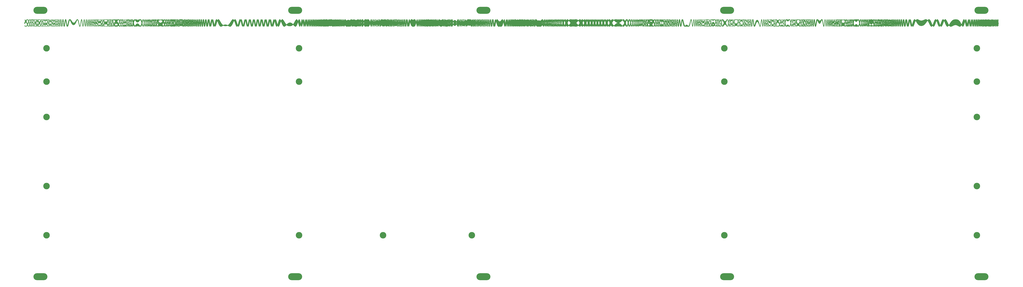
<source format=gtl>
G04 Layer: TopLayer*
G04 EasyEDA v6.5.34, 2023-08-09 00:33:26*
G04 12fa73737f744ef48033c24246624f9a,5a6b42c53f6a479593ecc07194224c93,10*
G04 Gerber Generator version 0.2*
G04 Scale: 100 percent, Rotated: No, Reflected: No *
G04 Dimensions in millimeters *
G04 leading zeros omitted , absolute positions ,4 integer and 5 decimal *
%FSLAX45Y45*%
%MOMM*%

%ADD10C,0.2540*%
%ADD11O,6.4000126X3.1999936*%
%ADD12C,3.0000*%

%LPD*%
D10*
X12700Y11951332D02*
G01*
X21183Y12045081D01*
X21183Y11880080D02*
G01*
X29641Y11839313D01*
X29641Y12144573D02*
G01*
X38100Y12086859D01*
X38100Y11982747D02*
G01*
X46583Y12074215D01*
X46583Y11859176D02*
G01*
X55041Y11837888D01*
X55041Y12126813D02*
G01*
X63500Y12053359D01*
X63500Y12023867D02*
G01*
X71983Y12107006D01*
X71983Y11842414D02*
G01*
X80441Y11847009D01*
X80441Y12094430D02*
G01*
X88900Y12007385D01*
X88900Y12071418D02*
G01*
X97383Y12136975D01*
X97383Y11838142D02*
G01*
X105841Y11873296D01*
X105841Y12044517D02*
G01*
X114300Y11951401D01*
X114300Y12117671D02*
G01*
X122783Y12154154D01*
X122783Y11855902D02*
G01*
X131241Y11921535D01*
X131241Y11979163D02*
G01*
X139700Y11893717D01*
X139700Y12149521D02*
G01*
X148183Y12146427D01*
X148183Y11902937D02*
G01*
X156641Y11990722D01*
X156641Y11908736D02*
G01*
X165100Y11849651D01*
X165100Y12150742D02*
G01*
X173583Y12103955D01*
X173583Y11978431D02*
G01*
X182041Y12069564D01*
X182041Y11853384D02*
G01*
X190500Y11839084D01*
X190500Y12108197D02*
G01*
X198983Y12026366D01*
X198983Y12067176D02*
G01*
X207441Y12134334D01*
X207441Y11839158D02*
G01*
X215900Y11878579D01*
X215900Y12022658D02*
G01*
X224383Y11930961D01*
X224383Y12137659D02*
G01*
X232841Y12153900D01*
X232841Y11885719D02*
G01*
X241300Y11967839D01*
X241300Y11918894D02*
G01*
X249783Y11854860D01*
X249783Y12151022D02*
G01*
X258241Y12105276D01*
X258241Y11987733D02*
G01*
X266700Y12077265D01*
X266700Y11845813D02*
G01*
X275183Y11843004D01*
X275183Y12084527D02*
G01*
X283641Y11996414D01*
X283641Y12101344D02*
G01*
X292100Y12149701D01*
X292100Y11854916D02*
G01*
X300583Y11918713D01*
X300583Y11960341D02*
G01*
X309041Y11880639D01*
X309041Y12155009D02*
G01*
X317500Y12129201D01*
X317500Y11958594D02*
G01*
X325983Y12050308D01*
X325983Y11854246D02*
G01*
X334441Y11838731D01*
X334441Y12096104D02*
G01*
X342900Y12011124D01*
X342900Y12096130D02*
G01*
X351383Y12147717D01*
X351383Y11855269D02*
G01*
X359841Y11919092D01*
X359841Y11952244D02*
G01*
X368300Y11875256D01*
X368300Y12154352D02*
G01*
X376783Y12120016D01*
X376783Y11981830D02*
G01*
X385241Y12071548D01*
X385241Y11843120D02*
G01*
X393700Y11845490D01*
X393700Y12063214D02*
G01*
X402183Y11972663D01*
X402183Y12127550D02*
G01*
X410641Y12154984D01*
X410641Y11887832D02*
G01*
X419100Y11969719D01*
X419100Y11897580D02*
G01*
X427583Y11845391D01*
X427583Y12133249D02*
G01*
X436041Y12066389D01*
X436041Y12057471D02*
G01*
X444500Y12128009D01*
X444500Y11843202D02*
G01*
X452983Y11891695D01*
X452983Y11972744D02*
G01*
X461441Y11890220D01*
X461441Y12154910D02*
G01*
X469900Y12125647D01*
X469900Y11985109D02*
G01*
X478383Y12074009D01*
X478383Y11839773D02*
G01*
X486841Y11850817D01*
X486841Y12037280D02*
G01*
X495300Y11946303D01*
X495300Y12145584D02*
G01*
X503783Y12150638D01*
X503783Y11930880D02*
G01*
X512241Y12021058D01*
X512241Y11856590D02*
G01*
X520700Y11838094D01*
X520700Y12080458D02*
G01*
X529183Y11992830D01*
X529183Y12125858D02*
G01*
X537641Y12154910D01*
X537641Y11898243D02*
G01*
X546100Y11982721D01*
X546100Y11875683D02*
G01*
X554583Y11838805D01*
X554583Y12103732D02*
G01*
X563041Y12022167D01*
X563041Y12110001D02*
G01*
X571500Y12152088D01*
X571500Y11883125D02*
G01*
X579983Y11962556D01*
X579983Y11886511D02*
G01*
X588441Y11841627D01*
X588441Y12111700D02*
G01*
X596900Y12033293D01*
X596900Y12105251D02*
G01*
X605383Y12150638D01*
X605383Y11881637D02*
G01*
X613841Y11960341D01*
X613841Y11884781D02*
G01*
X622300Y11841149D01*
X622300Y12106826D02*
G01*
X630783Y12026620D01*
X630783Y12113326D02*
G01*
X639241Y12152876D01*
X639241Y11893313D02*
G01*
X647700Y11976013D01*
X647700Y11871063D02*
G01*
X656183Y11838073D01*
X656183Y12087423D02*
G01*
X664641Y12001723D01*
X664641Y12131283D02*
G01*
X673100Y12154959D01*
X673100Y11921708D02*
G01*
X681583Y12010229D01*
X681583Y11851096D02*
G01*
X690041Y11839544D01*
X690041Y12048759D02*
G01*
X698500Y11958624D01*
X698500Y12150054D02*
G01*
X706983Y12146650D01*
X706983Y11971578D02*
G01*
X715441Y12060981D01*
X715441Y11837738D02*
G01*
X723900Y11858594D01*
X723900Y11987733D02*
G01*
X732383Y11902765D01*
X732383Y12152721D02*
G01*
X740841Y12112896D01*
X740841Y12042129D02*
G01*
X749300Y12117473D01*
X749300Y11851556D02*
G01*
X757783Y11910354D01*
X757783Y11911700D02*
G01*
X766241Y11852219D01*
X766241Y12116965D02*
G01*
X774700Y12041471D01*
X774700Y12116531D02*
G01*
X783183Y12153534D01*
X783183Y11913133D02*
G01*
X791641Y12000019D01*
X791641Y11849044D02*
G01*
X800100Y11840405D01*
X800100Y12029175D02*
G01*
X808583Y11939518D01*
X808583Y12154959D02*
G01*
X817041Y12131791D01*
X817041Y12021987D02*
G01*
X825500Y12102962D01*
X825500Y11847667D02*
G01*
X833983Y11901853D01*
X833983Y11911347D02*
G01*
X842441Y11852137D01*
X842441Y12109549D02*
G01*
X850900Y12031030D01*
X850900Y12129455D02*
G01*
X859383Y12155009D01*
X859383Y11942030D02*
G01*
X867841Y12031667D01*
X867841Y11838551D02*
G01*
X876300Y11853948D01*
X876300Y11976117D02*
G01*
X884783Y11893920D01*
X884783Y12143884D02*
G01*
X893241Y12088644D01*
X893241Y12090189D02*
G01*
X901700Y12144573D01*
X901700Y11897233D02*
G01*
X910183Y11980316D01*
X910183Y11850159D02*
G01*
X918641Y11839829D01*
X918641Y12015688D02*
G01*
X927100Y11927197D01*
X927100Y12152876D02*
G01*
X935583Y12113859D01*
X935583Y12066463D02*
G01*
X944041Y12132406D01*
X944041Y11881203D02*
G01*
X952500Y11958767D01*
X952500Y11857067D02*
G01*
X960983Y11837918D01*
X960983Y12025419D02*
G01*
X969441Y11936262D01*
X969441Y12153465D02*
G01*
X977900Y12116450D01*
X977900Y12068429D02*
G01*
X986383Y12133473D01*
X986383Y11886963D02*
G01*
X994841Y11966691D01*
X994841Y11850794D02*
G01*
X1003300Y11839544D01*
X1003300Y12005350D02*
G01*
X1011783Y11918137D01*
X1011783Y12147666D02*
G01*
X1020241Y12097791D01*
X1020241Y12095472D02*
G01*
X1028700Y12146754D01*
X1028700Y11917646D02*
G01*
X1037183Y12004774D01*
X1037183Y11838904D02*
G01*
X1045641Y11852546D01*
X1045641Y11955393D02*
G01*
X1054100Y11878909D01*
X1054100Y12121586D02*
G01*
X1062583Y12048970D01*
X1062583Y12135451D02*
G01*
X1071041Y12154631D01*
X1071041Y11982704D02*
G01*
X1079500Y12070382D01*
X1079500Y11846501D02*
G01*
X1087983Y11898746D01*
X1087983Y11885823D02*
G01*
X1096441Y11841700D01*
X1096441Y12052523D02*
G01*
X1104900Y11963344D01*
X1104900Y12154451D02*
G01*
X1113383Y12122094D01*
X1113383Y12077743D02*
G01*
X1121841Y12138446D01*
X1121841Y11910659D02*
G01*
X1130300Y11996488D01*
X1130300Y11838297D02*
G01*
X1138783Y11854830D01*
X1138783Y11937664D02*
G01*
X1147241Y11867225D01*
X1147241Y12099409D02*
G01*
X1155700Y12017827D01*
X1155700Y12151375D02*
G01*
X1164183Y12145007D01*
X1164183Y12041192D02*
G01*
X1172641Y12116351D01*
X1172641Y11885190D02*
G01*
X1181100Y11964075D01*
X1181100Y11842793D02*
G01*
X1189583Y11845180D01*
X1189583Y11954550D02*
G01*
X1198041Y11878406D01*
X1198041Y12107080D02*
G01*
X1206500Y12028109D01*
X1206500Y12150725D02*
G01*
X1214983Y12146018D01*
X1214983Y12045434D02*
G01*
X1223441Y12119198D01*
X1223441Y11893971D02*
G01*
X1231900Y11975790D01*
X1231900Y11838985D02*
G01*
X1240383Y11852244D01*
X1240383Y11929404D02*
G01*
X1248841Y11862196D01*
X1248841Y12080186D02*
G01*
X1257300Y11994083D01*
X1257300Y12154941D02*
G01*
X1265783Y12127196D01*
X1265783Y12089147D02*
G01*
X1274241Y12143983D01*
X1274241Y11942869D02*
G01*
X1282700Y12032096D01*
X1282700Y11843171D02*
G01*
X1291183Y11890113D01*
X1291183Y11873278D02*
G01*
X1299641Y11838525D01*
X1299641Y12005480D02*
G01*
X1308100Y11918386D01*
X1308100Y12129355D02*
G01*
X1316583Y12061515D01*
X1316583Y12145261D02*
G01*
X1325041Y12151233D01*
X1325041Y12042891D02*
G01*
X1333500Y12117494D01*
X1333500Y11904748D02*
G01*
X1341983Y11989351D01*
X1341983Y11837720D02*
G01*
X1350441Y11867306D01*
X1350441Y11890908D02*
G01*
X1358900Y11843425D01*
X1358900Y12022013D02*
G01*
X1367383Y11933267D01*
X1367383Y12133473D02*
G01*
X1375841Y12068528D01*
X1375841Y12145609D02*
G01*
X1384300Y12150996D01*
X1384300Y12052213D02*
G01*
X1392783Y12123638D01*
X1392783Y11920623D02*
G01*
X1401241Y12008104D01*
X1401241Y11841528D02*
G01*
X1409700Y11885289D01*
X1409700Y11866648D02*
G01*
X1418183Y11837664D01*
X1418183Y11976856D02*
G01*
X1426641Y11894715D01*
X1426641Y12098802D02*
G01*
X1435100Y12016958D01*
X1435100Y12154804D02*
G01*
X1443583Y12125144D01*
X1443583Y12111675D02*
G01*
X1452041Y12152299D01*
X1452041Y11998368D02*
G01*
X1460500Y12083912D01*
X1460500Y11884700D02*
G01*
X1468983Y11963567D01*
X1468983Y11837509D02*
G01*
X1477441Y11863374D01*
X1477441Y11882213D02*
G01*
X1485900Y11840585D01*
X1485900Y11991025D02*
G01*
X1494383Y11905970D01*
X1494383Y12101796D02*
G01*
X1502841Y12020804D01*
X1502841Y12154352D02*
G01*
X1511300Y12121337D01*
X1511300Y12122373D02*
G01*
X1519783Y12154501D01*
X1519783Y12025015D02*
G01*
X1528241Y12104997D01*
X1528241Y11913864D02*
G01*
X1536700Y12000501D01*
X1536700Y11844858D02*
G01*
X1545183Y11894870D01*
X1545183Y11850438D02*
G01*
X1553641Y11839691D01*
X1553641Y11925622D02*
G01*
X1562100Y11859834D01*
X1562100Y12033095D02*
G01*
X1570583Y11943506D01*
X1570583Y12122683D02*
G01*
X1579041Y12050445D01*
X1579041Y12154941D02*
G01*
X1587500Y12132127D01*
X1587500Y12117654D02*
G01*
X1595983Y12153745D01*
X1595983Y12029025D02*
G01*
X1604441Y12108042D01*
X1604441Y11927705D02*
G01*
X1612900Y12016351D01*
X1612900Y11855295D02*
G01*
X1621383Y11917469D01*
X1621383Y11839544D02*
G01*
X1629841Y11850898D01*
X1629841Y11884533D02*
G01*
X1638300Y11841192D01*
X1638300Y11971088D02*
G01*
X1646783Y11890009D01*
X1646783Y12065904D02*
G01*
X1655241Y11977265D01*
X1655241Y12134695D02*
G01*
X1663700Y12070300D01*
X1663700Y12154433D02*
G01*
X1672183Y12136424D01*
X1672183Y12120295D02*
G01*
X1680641Y12154222D01*
X1680641Y12045614D02*
G01*
X1689100Y12119706D01*
X1689100Y11956051D02*
G01*
X1697583Y12046018D01*
X1697583Y11880204D02*
G01*
X1706041Y11957751D01*
X1706041Y11840530D02*
G01*
X1714500Y11882313D01*
X1714500Y11847263D02*
G01*
X1722983Y11841446D01*
X1722983Y11896488D02*
G01*
X1731441Y11845361D01*
X1731441Y11972744D02*
G01*
X1739900Y11891050D01*
X1739900Y12054222D02*
G01*
X1748383Y11964410D01*
X1748383Y12119396D02*
G01*
X1756841Y12044982D01*
X1756841Y12152523D02*
G01*
X1765300Y12112091D01*
X1765300Y12146930D02*
G01*
X1773783Y12149856D01*
X1773783Y12105759D02*
G01*
X1782241Y12150725D01*
X1782241Y12040151D02*
G01*
X1790700Y12116221D01*
X1790700Y11965904D02*
G01*
X1799183Y12055797D01*
X1799183Y11899366D02*
G01*
X1807641Y11983633D01*
X1807641Y11853892D02*
G01*
X1816100Y11915284D01*
X1816100Y11837509D02*
G01*
X1824583Y11864205D01*
X1824583Y11851840D02*
G01*
X1833041Y11839295D01*
X1833041Y11892551D02*
G01*
X1841500Y11843735D01*
X1841500Y11950923D02*
G01*
X1849983Y11875175D01*
X1849983Y12015942D02*
G01*
X1858441Y11926663D01*
X1858441Y12076496D02*
G01*
X1866900Y11988589D01*
X1866900Y12123234D02*
G01*
X1875383Y12050488D01*
X1875383Y12149881D02*
G01*
X1883841Y12102962D01*
X1883841Y12153762D02*
G01*
X1892300Y12138954D01*
X1892300Y12135779D02*
G01*
X1900783Y12154476D01*
X1900783Y12099744D02*
G01*
X1909241Y12148759D01*
X1909241Y12051456D02*
G01*
X1917700Y12123948D01*
X1917700Y11997606D02*
G01*
X1926183Y12084347D01*
X1926183Y11944858D02*
G01*
X1934641Y12035581D01*
X1934641Y11899000D02*
G01*
X1943100Y11983714D01*
X1943100Y11864355D02*
G01*
X1951583Y11934408D01*
X1951583Y11843580D02*
G01*
X1960041Y11892452D01*
X1960041Y11837565D02*
G01*
X1968500Y11861266D01*
X1968500Y11845714D02*
G01*
X1976983Y11842793D01*
X1976983Y11866140D02*
G01*
X1985441Y11837583D01*
X1985441Y11896209D02*
G01*
X1993900Y11844957D01*
X1993900Y11932759D02*
G01*
X2002383Y11863237D01*
X2002383Y11972559D02*
G01*
X2010841Y11890164D01*
X2010841Y12012668D02*
G01*
X2019300Y11923110D01*
X2019300Y12050445D02*
G01*
X2027783Y11959412D01*
X2027783Y12083869D02*
G01*
X2036241Y11996539D01*
X2036241Y12111502D02*
G01*
X2044700Y12032325D01*
X2044700Y12132480D02*
G01*
X2053183Y12065043D01*
X2053183Y12146526D02*
G01*
X2061641Y12093420D01*
X2061641Y12153745D02*
G01*
X2070100Y12116605D01*
X2070100Y12154656D02*
G01*
X2078583Y12134260D01*
X2078583Y12149980D02*
G01*
X2087041Y12146328D01*
X2087041Y12140666D02*
G01*
X2095500Y12153087D01*
X2095500Y12127600D02*
G01*
X2103983Y12155009D01*
X2103983Y12111812D02*
G01*
X2112441Y12152721D01*
X2112441Y12094151D02*
G01*
X2120900Y12146904D01*
X2120900Y12075454D02*
G01*
X2129383Y12138322D01*
X2129383Y12056430D02*
G01*
X2137841Y12127656D01*
X2137841Y12037659D02*
G01*
X2146300Y12115563D01*
X2146300Y12019600D02*
G01*
X2154783Y12102635D01*
X2154783Y12002584D02*
G01*
X2163241Y12089401D01*
X2163241Y11986859D02*
G01*
X2171700Y12076267D01*
X2171700Y11972615D02*
G01*
X2180183Y12063623D01*
X2180183Y11959859D02*
G01*
X2188641Y12051680D01*
X2188641Y11948665D02*
G01*
X2197100Y12040709D01*
X2197100Y11938985D02*
G01*
X2205583Y12030831D01*
X2205583Y11930806D02*
G01*
X2214041Y12022167D01*
X2214041Y11924047D02*
G01*
X2222500Y12014801D01*
X2222500Y11918670D02*
G01*
X2230983Y12008754D01*
X2230983Y11914553D02*
G01*
X2239441Y12004085D01*
X2239441Y11911675D02*
G01*
X2247900Y12000755D01*
X2247900Y11910001D02*
G01*
X2256383Y11998833D01*
X2256383Y11909468D02*
G01*
X2264841Y11998238D01*
X2264841Y11910126D02*
G01*
X2273300Y11999081D01*
X2273300Y11911929D02*
G01*
X2281783Y12001263D01*
X2281783Y11914931D02*
G01*
X2290241Y12004842D01*
X2290241Y11919173D02*
G01*
X2298700Y12009803D01*
X2298700Y11924736D02*
G01*
X2307183Y12016097D01*
X2307183Y11931667D02*
G01*
X2315641Y12023742D01*
X2315641Y11940052D02*
G01*
X2324100Y12032660D01*
X2324100Y11949930D02*
G01*
X2332583Y12042792D01*
X2332583Y11961365D02*
G01*
X2341041Y12053994D01*
X2341041Y11974344D02*
G01*
X2349500Y12066165D01*
X2349500Y11988868D02*
G01*
X2357983Y12078990D01*
X2357983Y12004873D02*
G01*
X2366441Y12092254D01*
X2366441Y12022124D02*
G01*
X2374900Y12105530D01*
X2374900Y12040405D02*
G01*
X2383383Y12118385D01*
X2383383Y12059381D02*
G01*
X2391841Y12130267D01*
X2391841Y12078505D02*
G01*
X2400300Y12140580D01*
X2400300Y12097202D02*
G01*
X2408783Y12148609D01*
X2408783Y12114733D02*
G01*
X2417241Y12153638D01*
X2417241Y12130217D02*
G01*
X2425700Y12154941D01*
X2425700Y12142774D02*
G01*
X2434183Y12151766D01*
X2434183Y12151326D02*
G01*
X2442641Y12143531D01*
X2442641Y12154959D02*
G01*
X2451100Y12129790D01*
X2451100Y12152721D02*
G01*
X2459583Y12110336D01*
X2459583Y12143940D02*
G01*
X2468041Y12085259D01*
X2468041Y12128108D02*
G01*
X2476500Y12055139D01*
X2476500Y12105208D02*
G01*
X2484983Y12020903D01*
X2484983Y12075665D02*
G01*
X2493441Y11984042D01*
X2493441Y12040504D02*
G01*
X2501900Y11946501D01*
X2501900Y12001388D02*
G01*
X2510383Y11910689D01*
X2510383Y11960595D02*
G01*
X2518841Y11879249D01*
X2518841Y11920921D02*
G01*
X2527300Y11855015D01*
X2527300Y11885617D02*
G01*
X2535783Y11840585D01*
X2535783Y11858035D02*
G01*
X2544241Y11838142D01*
X2544241Y11841317D02*
G01*
X2552700Y11849069D01*
X2552700Y11838073D02*
G01*
X2561183Y11873575D01*
X2561183Y11849750D02*
G01*
X2569641Y11910509D01*
X2569641Y11876521D02*
G01*
X2578100Y11957093D01*
X2578100Y11916760D02*
G01*
X2586583Y12009084D01*
X2586583Y11966928D02*
G01*
X2595041Y12061012D01*
X2595041Y12021814D02*
G01*
X2603500Y12106546D01*
X2603500Y12074878D02*
G01*
X2611983Y12139488D01*
X2611983Y12118975D02*
G01*
X2620441Y12154501D01*
X2620441Y12147288D02*
G01*
X2628900Y12148182D01*
X2628900Y12154631D02*
G01*
X2637383Y12119879D01*
X2637383Y12138378D02*
G01*
X2645841Y12072391D01*
X2645841Y12099490D02*
G01*
X2654300Y12011911D01*
X2654300Y12042874D02*
G01*
X2662783Y11947593D01*
X2662783Y11977141D02*
G01*
X2671241Y11890319D01*
X2671241Y11913504D02*
G01*
X2679700Y11850794D01*
X2679700Y11863976D02*
G01*
X2688183Y11837565D01*
X2688183Y11839059D02*
G01*
X2696641Y11854804D01*
X2696641Y11845279D02*
G01*
X2705100Y11900855D01*
X2705100Y11883125D02*
G01*
X2713583Y11967715D01*
X2713583Y11946178D02*
G01*
X2722041Y12041962D01*
X2722041Y12021609D02*
G01*
X2730500Y12107179D01*
X2730500Y12092396D02*
G01*
X2738983Y12147618D01*
X2738983Y12141144D02*
G01*
X2747441Y12152063D01*
X2747441Y12154408D02*
G01*
X2755900Y12117494D01*
X2755900Y12126917D02*
G01*
X2764383Y12050923D01*
X2764383Y12063976D02*
G01*
X2772841Y11968596D01*
X2772841Y11981296D02*
G01*
X2781300Y11892706D01*
X2781300Y11901667D02*
G01*
X2789783Y11845361D01*
X2789783Y11848820D02*
G01*
X2798241Y11841980D01*
X2798241Y11840151D02*
G01*
X2806700Y11885668D01*
X2806700Y11880458D02*
G01*
X2815183Y11964837D01*
X2815183Y11958878D02*
G01*
X2823641Y12055294D01*
X2823641Y12050867D02*
G01*
X2832100Y12127247D01*
X2832100Y12125294D02*
G01*
X2840583Y12155009D01*
X2840583Y12154984D02*
G01*
X2849041Y12126788D01*
X2849041Y12127196D02*
G01*
X2857500Y12050544D01*
X2857500Y12049955D02*
G01*
X2865983Y11952950D01*
X2865983Y11951053D02*
G01*
X2874441Y11870860D01*
X2874441Y11868825D02*
G01*
X2882900Y11837540D01*
X2882900Y11837540D02*
G01*
X2891383Y11868520D01*
X2891383Y11872211D02*
G01*
X2899841Y11953359D01*
X2899841Y11960522D02*
G01*
X2908300Y12057626D01*
X2908300Y12065576D02*
G01*
X2916783Y12135990D01*
X2916783Y12140481D02*
G01*
X2925241Y12152045D01*
X2925241Y12149421D02*
G01*
X2933700Y12095980D01*
X2933700Y12085744D02*
G01*
X2942183Y11991919D01*
X2942183Y11977842D02*
G01*
X2950641Y11888873D01*
X2950641Y11877997D02*
G01*
X2959100Y11838353D01*
X2959100Y11837509D02*
G01*
X2967583Y11868038D01*
X2967583Y11879546D02*
G01*
X2976041Y11965117D01*
X2976041Y11984421D02*
G01*
X2984500Y12079825D01*
X2984500Y12096793D02*
G01*
X2992983Y12149856D01*
X2992983Y12153943D02*
G01*
X3001441Y12134458D01*
X3001441Y12121405D02*
G01*
X3009900Y12039742D01*
X3009900Y12015365D02*
G01*
X3018383Y11918688D01*
X3018383Y11896948D02*
G01*
X3026841Y11842973D01*
X3026841Y11838142D02*
G01*
X3035300Y11860342D01*
X3035300Y11877494D02*
G01*
X3043783Y11962780D01*
X3043783Y11992830D02*
G01*
X3052241Y12087448D01*
X3052241Y12111372D02*
G01*
X3060700Y12153762D01*
X3060700Y12154476D02*
G01*
X3069183Y12115916D01*
X3069183Y12090753D02*
G01*
X3077641Y11996613D01*
X3077641Y11961210D02*
G01*
X3086100Y11876117D01*
X3086100Y11855394D02*
G01*
X3094583Y11839463D01*
X3094583Y11849986D02*
G01*
X3103041Y11915383D01*
X3103041Y11951741D02*
G01*
X3111500Y12051202D01*
X3111500Y12087496D02*
G01*
X3119983Y12146930D01*
X3119983Y12154786D02*
G01*
X3128441Y12128543D01*
X3128441Y12099645D02*
G01*
X3136900Y12007334D01*
X3136900Y11962450D02*
G01*
X3145383Y11876521D01*
X3145383Y11851530D02*
G01*
X3153841Y11841248D01*
X3153841Y11858388D02*
G01*
X3162300Y11932833D01*
X3162300Y11980230D02*
G01*
X3170783Y12077971D01*
X3170783Y12116475D02*
G01*
X3179241Y12154631D01*
X3179241Y12149775D02*
G01*
X3187700Y12094865D01*
X3187700Y12048406D02*
G01*
X3196183Y11948002D01*
X3196183Y11899844D02*
G01*
X3204641Y11843425D01*
X3204641Y11837992D02*
G01*
X3213100Y11877283D01*
X3213100Y11922069D02*
G01*
X3221583Y12021436D01*
X3221583Y12076323D02*
G01*
X3230041Y12142718D01*
X3230041Y12154984D02*
G01*
X3238500Y12124654D01*
X3238500Y12080006D02*
G01*
X3246983Y11981705D01*
X3246983Y11922013D02*
G01*
X3255441Y11852374D01*
X3255441Y11837583D02*
G01*
X3263900Y11866692D01*
X3263900Y11914243D02*
G01*
X3272383Y12013150D01*
X3272383Y12076099D02*
G01*
X3280841Y12142873D01*
X3280841Y12154910D02*
G01*
X3289300Y12119117D01*
X3289300Y12065000D02*
G01*
X3297783Y11964156D01*
X3297783Y11900253D02*
G01*
X3306241Y11843227D01*
X3306241Y11840225D02*
G01*
X3314700Y11890039D01*
X3314700Y11953875D02*
G01*
X3323183Y12055591D01*
X3323183Y12115967D02*
G01*
X3331641Y12154705D01*
X3331641Y12141398D02*
G01*
X3340100Y12072180D01*
X3340100Y11997908D02*
G01*
X3348583Y11900829D01*
X3348583Y11851909D02*
G01*
X3357041Y11841571D01*
X3357041Y11878208D02*
G01*
X3365500Y11967530D01*
X3365500Y12047971D02*
G01*
X3373983Y12128921D01*
X3373983Y12154730D02*
G01*
X3382441Y12127402D01*
X3382441Y12064075D02*
G01*
X3390900Y11962023D01*
X3390900Y11887299D02*
G01*
X3399383Y11839420D01*
X3399383Y11849608D02*
G01*
X3407841Y11917697D01*
X3407841Y12002355D02*
G01*
X3416300Y12098444D01*
X3416300Y12147593D02*
G01*
X3424783Y12145131D01*
X3424783Y12091441D02*
G01*
X3433241Y11993209D01*
X3433241Y11906504D02*
G01*
X3441700Y11844926D01*
X3441700Y11843834D02*
G01*
X3450183Y11903496D01*
X3450183Y11992229D02*
G01*
X3458641Y12090933D01*
X3458641Y12146706D02*
G01*
X3467100Y12145919D01*
X3467100Y12087875D02*
G01*
X3475583Y11988236D01*
X3475583Y11897095D02*
G01*
X3484041Y11841683D01*
X3484041Y11850209D02*
G01*
X3492500Y11920034D01*
X3492500Y12018434D02*
G01*
X3500983Y12111024D01*
X3500983Y12153999D02*
G01*
X3509441Y12131159D01*
X3509441Y12051835D02*
G01*
X3517900Y11947568D01*
X3517900Y11864583D02*
G01*
X3526383Y11837992D01*
X3526383Y11880334D02*
G01*
X3534841Y11972869D01*
X3534841Y12077265D02*
G01*
X3543300Y12144629D01*
X3543300Y12146551D02*
G01*
X3551783Y12082015D01*
X3551783Y11975734D02*
G01*
X3560241Y11882084D01*
X3560241Y11837789D02*
G01*
X3568700Y11866519D01*
X3568700Y11958624D02*
G01*
X3577183Y12063163D01*
X3577183Y12141850D02*
G01*
X3585641Y12149472D01*
X3585641Y12082139D02*
G01*
X3594100Y11979727D01*
X3594100Y11877309D02*
G01*
X3602583Y11837690D01*
X3602583Y11875231D02*
G01*
X3611041Y11966338D01*
X3611041Y12081934D02*
G01*
X3619500Y12146805D01*
X3619500Y12139543D02*
G01*
X3627983Y12064819D01*
X3627983Y11944858D02*
G01*
X3636441Y11861868D01*
X3636441Y11841472D02*
G01*
X3644900Y11898063D01*
X3644900Y12016308D02*
G01*
X3653383Y12110994D01*
X3653383Y12154885D02*
G01*
X3661841Y12115538D01*
X3661841Y12002609D02*
G01*
X3670300Y11901109D01*
X3670300Y11838452D02*
G01*
X3678783Y11862965D01*
X3678783Y11969470D02*
G01*
X3687241Y12074387D01*
X3687241Y12151177D02*
G01*
X3695700Y12138192D01*
X3695700Y12037435D02*
G01*
X3704183Y11931030D01*
X3704183Y11844367D02*
G01*
X3712641Y11849521D01*
X3712641Y11946575D02*
G01*
X3721100Y12053509D01*
X3721100Y12146328D02*
G01*
X3729583Y12145076D01*
X3729583Y12048815D02*
G01*
X3738041Y11941596D01*
X3738041Y11846222D02*
G01*
X3746500Y11847499D01*
X3746500Y11946402D02*
G01*
X3754983Y12053788D01*
X3754983Y12148083D02*
G01*
X3763441Y12142817D01*
X3763441Y12037814D02*
G01*
X3771900Y11930496D01*
X3771900Y11841472D02*
G01*
X3780383Y11854654D01*
X3780383Y11968881D02*
G01*
X3788841Y12075175D01*
X3788841Y12153999D02*
G01*
X3797300Y12128977D01*
X3797300Y12003371D02*
G01*
X3805783Y11900154D01*
X3805783Y11837583D02*
G01*
X3814241Y11877898D01*
X3814241Y12015340D02*
G01*
X3822700Y12112035D01*
X3822700Y12151301D02*
G01*
X3831183Y12093110D01*
X3831183Y11945924D02*
G01*
X3839641Y11860900D01*
X3839641Y11852473D02*
G01*
X3848100Y11929516D01*
X3848100Y12080819D02*
G01*
X3856583Y12147494D01*
X3856583Y12118179D02*
G01*
X3865041Y12023867D01*
X3865041Y11878307D02*
G01*
X3873500Y11837583D01*
X3873500Y11909089D02*
G01*
X3881983Y12015464D01*
X3881983Y12141200D02*
G01*
X3890441Y12148690D01*
X3890441Y12035525D02*
G01*
X3898900Y11926590D01*
X3898900Y11837918D02*
G01*
X3907383Y11868421D01*
X3907383Y12014987D02*
G01*
X3915841Y12112767D01*
X3915841Y12147133D02*
G01*
X3924300Y12078934D01*
X3924300Y11916940D02*
G01*
X3932783Y11846600D01*
X3932783Y11878995D02*
G01*
X3941241Y11976831D01*
X3941241Y12126788D02*
G01*
X3949700Y12154154D01*
X3949700Y12053763D02*
G01*
X3958183Y11943400D01*
X3958183Y11838779D02*
G01*
X3966641Y11863852D01*
X3966641Y12016308D02*
G01*
X3975100Y12114298D01*
X3975100Y12143153D02*
G01*
X3983583Y12068020D01*
X3983583Y11898833D02*
G01*
X3992041Y11840560D01*
X3992041Y11902838D02*
G01*
X4000500Y12009772D01*
X4000500Y12145967D02*
G01*
X4008983Y12143910D01*
X4008983Y12002559D02*
G01*
X4017441Y11896867D01*
X4017441Y11843227D02*
G01*
X4025900Y11908612D01*
X4025900Y12084149D02*
G01*
X4034383Y12149421D01*
X4034383Y12093239D02*
G01*
X4042841Y11986480D01*
X4042841Y11845615D02*
G01*
X4051300Y11849955D01*
X4051300Y12000153D02*
G01*
X4059783Y12103905D01*
X4059783Y12143729D02*
G01*
X4068241Y12068192D01*
X4068241Y11888873D02*
G01*
X4076700Y11838396D01*
X4076700Y11926534D02*
G01*
X4085183Y12038378D01*
X4085183Y12154601D02*
G01*
X4093641Y12122472D01*
X4093641Y11946458D02*
G01*
X4102100Y11859021D01*
X4102100Y11876905D02*
G01*
X4110583Y11976453D01*
X4110583Y12139823D02*
G01*
X4119041Y12148591D01*
X4119041Y11999714D02*
G01*
X4127500Y11893288D01*
X4127500Y11850438D02*
G01*
X4135983Y11929262D01*
X4135983Y12114900D02*
G01*
X4144441Y12155009D01*
X4144441Y12040133D02*
G01*
X4152900Y11927154D01*
X4152900Y11839971D02*
G01*
X4161383Y11898492D01*
X4161383Y12091230D02*
G01*
X4169841Y12151934D01*
X4169841Y12066059D02*
G01*
X4178300Y11952721D01*
X4178300Y11837583D02*
G01*
X4186783Y11881451D01*
X4186783Y12075312D02*
G01*
X4195241Y12147214D01*
X4195241Y12078909D02*
G01*
X4203700Y11966575D01*
X4203700Y11837609D02*
G01*
X4212183Y11874870D01*
X4212183Y12070128D02*
G01*
X4220641Y12145434D01*
X4220641Y12080204D02*
G01*
X4229100Y11967634D01*
X4229100Y11837540D02*
G01*
X4237583Y11877029D01*
X4237583Y12076447D02*
G01*
X4246041Y12147872D01*
X4246041Y12070128D02*
G01*
X4254500Y11955871D01*
X4254500Y11838043D02*
G01*
X4262983Y11888490D01*
X4262983Y12093338D02*
G01*
X4271441Y12152721D01*
X4271441Y12047413D02*
G01*
X4279900Y11932102D01*
X4279900Y11843103D02*
G01*
X4288383Y11911954D01*
X4288383Y12117494D02*
G01*
X4296841Y12154855D01*
X4296841Y12010435D02*
G01*
X4305300Y11899254D01*
X4305300Y11859455D02*
G01*
X4313783Y11950743D01*
X4313783Y12141987D02*
G01*
X4322241Y12145893D01*
X4322241Y11959790D02*
G01*
X4330700Y11864286D01*
X4330700Y11895223D02*
G01*
X4339183Y12005909D01*
X4339183Y12154941D02*
G01*
X4347641Y12115619D01*
X4347641Y11902008D02*
G01*
X4356100Y11840151D01*
X4356100Y11955673D02*
G01*
X4364583Y12071703D01*
X4364583Y12140735D02*
G01*
X4373041Y12056460D01*
X4373041Y11853204D02*
G01*
X4381500Y11844926D01*
X4381500Y12036394D02*
G01*
X4389983Y12130862D01*
X4389983Y12086158D02*
G01*
X4398441Y11971672D01*
X4398441Y11838650D02*
G01*
X4406900Y11894969D01*
X4406900Y12115744D02*
G01*
X4415383Y12154885D01*
X4415383Y11992762D02*
G01*
X4423841Y11884347D01*
X4423841Y11882493D02*
G01*
X4432300Y11990318D01*
X4432300Y12154885D02*
G01*
X4440783Y12115335D01*
X4440783Y11890573D02*
G01*
X4449241Y11837992D01*
X4449241Y11985978D02*
G01*
X4457700Y12098444D01*
X4457700Y12115434D02*
G01*
X4466183Y12009567D01*
X4466183Y11837738D02*
G01*
X4474641Y11876173D01*
X4474641Y12104644D02*
G01*
X4483100Y12154804D01*
X4483100Y11997121D02*
G01*
X4491583Y11886554D01*
X4491583Y11887708D02*
G01*
X4500041Y11998833D01*
X4500041Y12154501D02*
G01*
X4508500Y12101090D01*
X4508500Y11869892D02*
G01*
X4516983Y11838675D01*
X4516983Y12027855D02*
G01*
X4525441Y12127450D01*
X4525441Y12073854D02*
G01*
X4533900Y11955058D01*
X4533900Y11847598D02*
G01*
X4542383Y11928871D01*
X4542383Y12146203D02*
G01*
X4550841Y12139853D01*
X4550841Y11912953D02*
G01*
X4559300Y11842130D01*
X4559300Y11976905D02*
G01*
X4567783Y12092985D01*
X4567783Y12108761D02*
G01*
X4576241Y11997735D01*
X4576241Y11838779D02*
G01*
X4584700Y11898342D01*
X4584700Y12134006D02*
G01*
X4593183Y12149675D01*
X4593183Y11932635D02*
G01*
X4601641Y11848665D01*
X4601641Y11962147D02*
G01*
X4610100Y12081352D01*
X4610100Y12114088D02*
G01*
X4618583Y12004692D01*
X4618583Y11838731D02*
G01*
X4627041Y11898579D01*
X4627041Y12137212D02*
G01*
X4635500Y12147567D01*
X4635500Y11920133D02*
G01*
X4643983Y11843890D01*
X4643983Y11983051D02*
G01*
X4652441Y12099025D01*
X4652441Y12093313D02*
G01*
X4660900Y11975536D01*
X4660900Y11847009D02*
G01*
X4669383Y11929615D01*
X4669383Y12151580D02*
G01*
X4677841Y12128853D01*
X4677841Y11880695D02*
G01*
X4686300Y11837609D01*
X4686300Y12039716D02*
G01*
X4694783Y12135525D01*
X4694783Y12035779D02*
G01*
X4703241Y11914317D01*
X4703241Y11885599D02*
G01*
X4711700Y11999998D01*
X4711700Y12148436D02*
G01*
X4720183Y12070450D01*
X4720183Y11841093D02*
G01*
X4728641Y11863821D01*
X4728641Y12117120D02*
G01*
X4737100Y12154321D01*
X4737100Y11937131D02*
G01*
X4745583Y11849422D01*
X4745583Y11981550D02*
G01*
X4754041Y12099409D01*
X4754041Y12080359D02*
G01*
X4762500Y11958060D01*
X4762500Y11861434D02*
G01*
X4770983Y11962810D01*
X4770983Y12154067D02*
G01*
X4779441Y12093420D01*
X4779441Y11846041D02*
G01*
X4787900Y11855084D01*
X4787900Y12111471D02*
G01*
X4796383Y12154829D01*
X4796383Y11935612D02*
G01*
X4804841Y11848381D01*
X4804841Y11993239D02*
G01*
X4813300Y12108886D01*
X4813300Y12061154D02*
G01*
X4821783Y11936244D01*
X4821783Y11880850D02*
G01*
X4830241Y11995571D01*
X4830241Y12144113D02*
G01*
X4838700Y12056206D01*
X4838700Y11837509D02*
G01*
X4847183Y11886765D01*
X4847183Y12144375D02*
G01*
X4855641Y12139569D01*
X4855641Y11877438D02*
G01*
X4864100Y11838142D01*
X4864100Y12072051D02*
G01*
X4872583Y12149757D01*
X4872583Y11971139D02*
G01*
X4881041Y11864837D01*
X4881041Y11969234D02*
G01*
X4889500Y12091863D01*
X4889500Y12071238D02*
G01*
X4897983Y11945335D01*
X4897983Y11881959D02*
G01*
X4906441Y11998777D01*
X4906441Y12138223D02*
G01*
X4914900Y12041037D01*
X4914900Y11839798D02*
G01*
X4923383Y11909442D01*
X4923383Y12153968D02*
G01*
X4931841Y12116810D01*
X4931841Y11849453D02*
G01*
X4940300Y11852188D01*
X4940300Y12121939D02*
G01*
X4948783Y12152777D01*
X4948783Y11899483D02*
G01*
X4957241Y11838142D01*
X4957241Y12059046D02*
G01*
X4965700Y12146092D01*
X4965700Y11969917D02*
G01*
X4974183Y11863090D01*
X4974183Y11986046D02*
G01*
X4982641Y12106219D01*
X4982641Y12041118D02*
G01*
X4991100Y11914037D01*
X4991100Y11920240D02*
G01*
X4999583Y12048058D01*
X4999583Y12098957D02*
G01*
X5008041Y11975764D01*
X5008041Y11872026D02*
G01*
X5016500Y11985995D01*
X5016500Y12136648D02*
G01*
X5024983Y12035475D01*
X5024983Y11845000D02*
G01*
X5033441Y11930682D01*
X5033441Y12153465D02*
G01*
X5041900Y12084979D01*
X5041900Y11837540D02*
G01*
X5050383Y11887901D01*
X5050383Y12152721D02*
G01*
X5058841Y12120669D01*
X5058841Y11845129D02*
G01*
X5067300Y11859275D01*
X5067300Y12139642D02*
G01*
X5075783Y12142589D01*
X5075783Y11862376D02*
G01*
X5084241Y11843506D01*
X5084241Y12119508D02*
G01*
X5092700Y12152932D01*
X5092700Y11884296D02*
G01*
X5101183Y11837763D01*
X5101183Y12096818D02*
G01*
X5109641Y12154885D01*
X5109641Y11906900D02*
G01*
X5118100Y11838762D01*
X5118100Y12074977D02*
G01*
X5126583Y12151766D01*
X5126583Y11927425D02*
G01*
X5135041Y11843351D01*
X5135041Y12056206D02*
G01*
X5143500Y12146328D01*
X5143500Y11944113D02*
G01*
X5151983Y11849044D01*
X5151983Y12041825D02*
G01*
X5160441Y12140808D01*
X5160441Y11956000D02*
G01*
X5168900Y11853992D01*
X5168900Y12032531D02*
G01*
X5177383Y12136747D01*
X5177383Y11962604D02*
G01*
X5185841Y11856968D01*
X5185841Y12028642D02*
G01*
X5194300Y12135017D01*
X5194300Y11963753D02*
G01*
X5202783Y11857347D01*
X5202783Y12030242D02*
G01*
X5211241Y12135990D01*
X5211241Y11959412D02*
G01*
X5219700Y11855058D01*
X5219700Y12037311D02*
G01*
X5228183Y12139462D01*
X5228183Y11949701D02*
G01*
X5236641Y11850618D01*
X5236641Y12049602D02*
G01*
X5245100Y12144672D01*
X5245100Y11934967D02*
G01*
X5253583Y11844975D01*
X5253583Y12066592D02*
G01*
X5262041Y12150308D01*
X5262041Y11915942D02*
G01*
X5270500Y11839846D01*
X5270500Y12087293D02*
G01*
X5278983Y12154377D01*
X5278983Y11894027D02*
G01*
X5287441Y11837509D01*
X5287441Y12109871D02*
G01*
X5295900Y12154222D01*
X5295900Y11871492D02*
G01*
X5304383Y11840895D01*
X5304383Y12131494D02*
G01*
X5312841Y12146780D01*
X5312841Y11851759D02*
G01*
X5321300Y11853260D01*
X5321300Y12148200D02*
G01*
X5329783Y12128771D01*
X5329783Y11839338D02*
G01*
X5338241Y11877563D01*
X5338241Y12155009D02*
G01*
X5346700Y12097654D01*
X5346700Y11839488D02*
G01*
X5355183Y11915688D01*
X5355183Y12146650D02*
G01*
X5363641Y12052622D01*
X5363641Y11857144D02*
G01*
X5372100Y11967083D01*
X5372100Y12118863D02*
G01*
X5380583Y11995980D01*
X5380583Y11895421D02*
G01*
X5389041Y12027408D01*
X5389041Y12070300D02*
G01*
X5397500Y11934205D01*
X5397500Y11953410D02*
G01*
X5405983Y12087801D01*
X5405983Y12004644D02*
G01*
X5414441Y11878431D01*
X5414441Y12024121D02*
G01*
X5422900Y12135271D01*
X5422900Y11932351D02*
G01*
X5431383Y11843047D01*
X5431383Y12093717D02*
G01*
X5439841Y12154984D01*
X5439841Y11870301D02*
G01*
X5448300Y11842061D01*
X5448300Y12143071D02*
G01*
X5456783Y12135172D01*
X5456783Y11838607D02*
G01*
X5465241Y11883306D01*
X5465241Y12152876D02*
G01*
X5473700Y12073600D01*
X5473700Y11853613D02*
G01*
X5482183Y11961992D01*
X5482183Y12112091D02*
G01*
X5490641Y11983181D01*
X5490641Y11918713D02*
G01*
X5499100Y12056795D01*
X5499100Y12026900D02*
G01*
X5507583Y11892930D01*
X5507583Y12016958D02*
G01*
X5516041Y12132734D01*
X5516041Y11925188D02*
G01*
X5524500Y11840715D01*
X5524500Y12110839D02*
G01*
X5532983Y12153409D01*
X5532983Y11850898D02*
G01*
X5541441Y11856491D01*
X5541441Y12154786D02*
G01*
X5549900Y12100476D01*
X5549900Y11845254D02*
G01*
X5558383Y11942315D01*
X5558383Y12118665D02*
G01*
X5566841Y11991329D01*
X5566841Y11920821D02*
G01*
X5575300Y12060646D01*
X5575300Y12012315D02*
G01*
X5583783Y11880966D01*
X5583783Y12043351D02*
G01*
X5592241Y12145162D01*
X5592241Y11892500D02*
G01*
X5600700Y11837789D01*
X5600700Y12139978D02*
G01*
X5609183Y12137125D01*
X5609183Y11837509D02*
G01*
X5617641Y11898647D01*
X5617641Y12140783D02*
G01*
X5626100Y12031538D01*
X5626100Y11894101D02*
G01*
X5634583Y12031309D01*
X5634583Y12034768D02*
G01*
X5643041Y11896694D01*
X5643041Y12030527D02*
G01*
X5651500Y12140610D01*
X5651500Y11895378D02*
G01*
X5659983Y11837664D01*
X5659983Y12142340D02*
G01*
X5668441Y12133696D01*
X5668441Y11838094D02*
G01*
X5676900Y11912320D01*
X5676900Y12128853D02*
G01*
X5685383Y12005630D01*
X5685383Y11922521D02*
G01*
X5693841Y12064944D01*
X5693841Y11991385D02*
G01*
X5702300Y11865985D01*
X5702300Y12079653D02*
G01*
X5710783Y12154451D01*
X5710783Y11855983D02*
G01*
X5719241Y11853130D01*
X5719241Y12154786D02*
G01*
X5727700Y12083633D01*
X5727700Y11865246D02*
G01*
X5736183Y11990908D01*
X5736183Y12060168D02*
G01*
X5744641Y11916859D01*
X5744641Y12020034D02*
G01*
X5753100Y12137001D01*
X5753100Y11891162D02*
G01*
X5761583Y11838198D01*
X5761583Y12149447D02*
G01*
X5770041Y12120034D01*
X5770041Y11845813D02*
G01*
X5778500Y11948944D01*
X5778500Y12091992D02*
G01*
X5786983Y11949750D01*
X5786983Y11989859D02*
G01*
X5795441Y12121182D01*
X5795441Y11909902D02*
G01*
X5803900Y11837690D01*
X5803900Y12144164D02*
G01*
X5812383Y12129305D01*
X5812383Y11842866D02*
G01*
X5820841Y11940331D01*
X5820841Y12094740D02*
G01*
X5829300Y11952089D01*
X5829300Y11993084D02*
G01*
X5837783Y12123767D01*
X5837783Y11901754D02*
G01*
X5846241Y11837540D01*
X5846241Y12149378D02*
G01*
X5854700Y12118888D01*
X5854700Y11850489D02*
G01*
X5863183Y11963623D01*
X5863183Y12069663D02*
G01*
X5871641Y11923359D01*
X5871641Y12029429D02*
G01*
X5880100Y12142409D01*
X5880100Y11870933D02*
G01*
X5888583Y11844578D01*
X5888583Y12154829D02*
G01*
X5897041Y12080844D01*
X5897041Y11881551D02*
G01*
X5905500Y12020872D01*
X5905500Y12009394D02*
G01*
X5913983Y11873730D01*
X5913983Y12092353D02*
G01*
X5922441Y12154855D01*
X5922441Y11840052D02*
G01*
X5930900Y11884279D01*
X5930900Y12129889D02*
G01*
X5939383Y12001362D01*
X5939383Y11958134D02*
G01*
X5947841Y12101779D01*
X5947841Y11916884D02*
G01*
X5956300Y11837974D01*
X5956300Y12149142D02*
G01*
X5964783Y12117697D01*
X5964783Y11857725D02*
G01*
X5973241Y11982493D01*
X5973241Y12038533D02*
G01*
X5981700Y11893313D01*
X5981700Y12076496D02*
G01*
X5990183Y12154687D01*
X5990183Y11841800D02*
G01*
X5998641Y11879529D01*
X5998641Y12128797D02*
G01*
X6007100Y11997679D01*
X6007100Y11970382D02*
G01*
X6015583Y12111954D01*
X6015583Y11897834D02*
G01*
X6024041Y11838017D01*
X6024041Y12154705D02*
G01*
X6032500Y12092228D01*
X6032500Y11884248D02*
G01*
X6040983Y12027984D01*
X6040983Y11984558D02*
G01*
X6049441Y11857812D01*
X6049441Y12124375D02*
G01*
X6057900Y12145076D01*
X6057900Y11842130D02*
G01*
X6066383Y11943283D01*
X6066383Y12064888D02*
G01*
X6074841Y11914243D01*
X6074841Y12064311D02*
G01*
X6083300Y12153534D01*
X6083300Y11841683D02*
G01*
X6091783Y11881525D01*
X6091783Y12120034D02*
G01*
X6100241Y11980440D01*
X6100241Y11999508D02*
G01*
X6108700Y12131184D01*
X6108700Y11867758D02*
G01*
X6117183Y11848200D01*
X6117183Y12147773D02*
G01*
X6125641Y12038533D01*
X6125641Y11945025D02*
G01*
X6134100Y12094938D01*
X6134100Y11904215D02*
G01*
X6142583Y11837690D01*
X6142583Y12155009D02*
G01*
X6151041Y12081352D01*
X6151041Y11906039D02*
G01*
X6159500Y12057931D01*
X6159500Y11939290D02*
G01*
X6167983Y11840634D01*
X6167983Y12151047D02*
G01*
X6176441Y12108886D01*
X6176441Y11881581D02*
G01*
X6184900Y12027855D01*
X6184900Y11966519D02*
G01*
X6193383Y11848429D01*
X6193383Y12143785D02*
G01*
X6201841Y12124357D01*
X6201841Y11868317D02*
G01*
X6210300Y12008073D01*
X6210300Y11983151D02*
G01*
X6218783Y11855084D01*
X6218783Y12138502D02*
G01*
X6227241Y12131240D01*
X6227241Y11863138D02*
G01*
X6235700Y11999615D01*
X6235700Y11988434D02*
G01*
X6244183Y11857248D01*
X6244183Y12137844D02*
G01*
X6252641Y12131644D01*
X6252641Y11864441D02*
G01*
X6261100Y12002640D01*
X6261100Y11982269D02*
G01*
X6269583Y11854073D01*
X6269583Y12142086D02*
G01*
X6278041Y12125777D01*
X6278041Y11872615D02*
G01*
X6286500Y12017065D01*
X6286500Y11964819D02*
G01*
X6294983Y11846910D01*
X6294983Y12149193D02*
G01*
X6303441Y12111781D01*
X6303441Y11889940D02*
G01*
X6311900Y12042340D01*
X6311900Y11937075D02*
G01*
X6320383Y11839519D01*
X6320383Y12154687D02*
G01*
X6328841Y12086429D01*
X6328841Y11919681D02*
G01*
X6337300Y12076396D01*
X6337300Y11901896D02*
G01*
X6345783Y11838297D01*
X6345783Y12151400D02*
G01*
X6354241Y12046483D01*
X6354241Y11964484D02*
G01*
X6362700Y12113988D01*
X6362700Y11866016D02*
G01*
X6371183Y11851939D01*
X6371183Y12130521D02*
G01*
X6379641Y11991205D01*
X6379641Y12023359D02*
G01*
X6388100Y12144951D01*
X6388100Y11841063D02*
G01*
X6396583Y11889196D01*
X6396583Y12084248D02*
G01*
X6405041Y11926285D01*
X6405041Y12087926D02*
G01*
X6413500Y12154377D01*
X6413500Y11842663D02*
G01*
X6421983Y11954172D01*
X6421983Y12011533D02*
G01*
X6430441Y11866946D01*
X6430441Y12139853D02*
G01*
X6438900Y12126465D01*
X6438900Y11884954D02*
G01*
X6447383Y12039234D01*
X6447383Y11925038D02*
G01*
X6455841Y11837738D01*
X6455841Y12153366D02*
G01*
X6464300Y12054017D01*
X6464300Y11969638D02*
G01*
X6472783Y12119328D01*
X6472783Y11854985D02*
G01*
X6481241Y11863753D01*
X6481241Y12106876D02*
G01*
X6489700Y11951301D01*
X6489700Y12073780D02*
G01*
X6498183Y12155009D01*
X6498183Y11841627D02*
G01*
X6506641Y11952163D01*
X6506641Y12003521D02*
G01*
X6515100Y11861266D01*
X6515100Y12147339D02*
G01*
X6523583Y12112233D01*
X6523583Y11910484D02*
G01*
X6532041Y12071604D01*
X6532041Y11888155D02*
G01*
X6540500Y11842259D01*
X6540500Y12135121D02*
G01*
X6548983Y11995751D01*
X6548983Y12038650D02*
G01*
X6557441Y12150793D01*
X6557441Y11837664D02*
G01*
X6565900Y11926186D01*
X6565900Y12024326D02*
G01*
X6574383Y11872409D01*
X6574383Y12143071D02*
G01*
X6582841Y12119297D01*
X6582841Y11907291D02*
G01*
X6591300Y12069638D01*
X6591300Y11884756D02*
G01*
X6599783Y11843915D01*
X6599783Y12128238D02*
G01*
X6608241Y11980918D01*
X6608241Y12059158D02*
G01*
X6616700Y12154451D01*
X6616700Y11841800D02*
G01*
X6625183Y11956000D01*
X6625183Y11985724D02*
G01*
X6633641Y11851406D01*
X6633641Y12154321D02*
G01*
X6642100Y12083150D01*
X6642100Y11957905D02*
G01*
X6650583Y12114646D01*
X6650583Y11849298D02*
G01*
X6659041Y11874771D01*
X6659041Y12075708D02*
G01*
X6667500Y11911347D01*
X6667500Y12122373D02*
G01*
X6675983Y12140077D01*
X6675983Y11885289D02*
G01*
X6684441Y12045812D01*
X6684441Y11896054D02*
G01*
X6692900Y11840839D01*
X6692900Y12129305D02*
G01*
X6701383Y11980316D01*
X6701383Y12069358D02*
G01*
X6709841Y12155009D01*
X6709841Y11849267D02*
G01*
X6718300Y11982617D01*
X6718300Y11948734D02*
G01*
X6726783Y11839742D01*
X6726783Y12150892D02*
G01*
X6735241Y12034390D01*
X6735241Y12021454D02*
G01*
X6743700Y12147463D01*
X6743700Y11838271D02*
G01*
X6752183Y11938955D01*
X6752183Y11989170D02*
G01*
X6760641Y11851406D01*
X6760641Y12155009D02*
G01*
X6769100Y12067611D01*
X6769100Y11989859D02*
G01*
X6777583Y12135327D01*
X6777583Y11837918D02*
G01*
X6786041Y11915564D01*
X6786041Y12011395D02*
G01*
X6794500Y11861383D01*
X6794500Y12154016D02*
G01*
X6802983Y12082015D01*
X6802983Y11977085D02*
G01*
X6811441Y12129201D01*
X6811441Y11838706D02*
G01*
X6819900Y11909468D01*
X6819900Y12014801D02*
G01*
X6828383Y11862704D01*
X6828383Y12154154D02*
G01*
X6836841Y12080130D01*
X6836841Y11983026D02*
G01*
X6845300Y12132840D01*
X6845300Y11837763D02*
G01*
X6853783Y11919371D01*
X6853783Y11999534D02*
G01*
X6862241Y11854654D01*
X6862241Y12154984D02*
G01*
X6870700Y12061713D01*
X6870700Y12007613D02*
G01*
X6879183Y12144039D01*
X6879183Y11838830D02*
G01*
X6887641Y11947034D01*
X6887641Y11965830D02*
G01*
X6896100Y11842414D01*
X6896100Y12149503D02*
G01*
X6904583Y12024095D01*
X6904583Y12049701D02*
G01*
X6913041Y12154270D01*
X6913041Y11851939D02*
G01*
X6921500Y11994939D01*
X6921500Y11916958D02*
G01*
X6929983Y11838094D01*
X6929983Y12125144D02*
G01*
X6938441Y11966463D01*
X6938441Y12102304D02*
G01*
X6946900Y12148002D01*
X6946900Y11891076D02*
G01*
X6955383Y12060242D01*
X6955383Y11865396D02*
G01*
X6963841Y11859988D01*
X6963841Y12068497D02*
G01*
X6972300Y11897735D01*
X6972300Y12146142D02*
G01*
X6980783Y12105995D01*
X6980783Y11965985D02*
G01*
X6989241Y12125678D01*
X6989241Y11837634D02*
G01*
X6997700Y11925038D01*
X6997700Y11977692D02*
G01*
X7006183Y11844858D01*
X7006183Y12148715D02*
G01*
X7014641Y12018205D01*
X7014641Y12066041D02*
G01*
X7023100Y12154910D01*
X7023100Y11868421D02*
G01*
X7031583Y12030329D01*
X7031583Y11880054D02*
G01*
X7040041Y11850309D01*
X7040041Y12080031D02*
G01*
X7048500Y11906646D01*
X7048500Y12145106D02*
G01*
X7056983Y12106628D01*
X7056983Y11972993D02*
G01*
X7065441Y12130831D01*
X7065441Y11837863D02*
G01*
X7073900Y11942892D01*
X7073900Y11950898D02*
G01*
X7082383Y11838625D01*
X7082383Y12134105D02*
G01*
X7090841Y11978629D01*
X7090841Y12105053D02*
G01*
X7099300Y12145434D01*
X7099300Y11910230D02*
G01*
X7107783Y12085035D01*
X7107783Y11845688D02*
G01*
X7116241Y11890908D01*
X7116241Y12006646D02*
G01*
X7124700Y11854500D01*
X7124700Y12151890D02*
G01*
X7133183Y12028040D01*
X7133183Y12068088D02*
G01*
X7141641Y12154601D01*
X7141641Y11879826D02*
G01*
X7150100Y12050798D01*
X7150100Y11859963D02*
G01*
X7158583Y11868658D01*
X7158583Y12034992D02*
G01*
X7167041Y11868955D01*
X7167041Y12154786D02*
G01*
X7175500Y12049193D01*
X7175500Y12051883D02*
G01*
X7183983Y12154941D01*
X7183983Y11871901D02*
G01*
X7192441Y12040331D01*
X7192441Y11863517D02*
G01*
X7200900Y11865452D01*
X7200900Y12036214D02*
G01*
X7209383Y11868980D01*
X7209383Y12154532D02*
G01*
X7217841Y12044065D01*
X7217841Y12060857D02*
G01*
X7226300Y12154910D01*
X7226300Y11881835D02*
G01*
X7234783Y12055772D01*
X7234783Y11853384D02*
G01*
X7243241Y11878995D01*
X7243241Y12010633D02*
G01*
X7251700Y11854654D01*
X7251700Y12148969D02*
G01*
X7260183Y12012165D01*
X7260183Y12092452D02*
G01*
X7268641Y12149013D01*
X7268641Y11914776D02*
G01*
X7277100Y12093338D01*
X7277100Y11839313D02*
G01*
X7285583Y11916884D01*
X7285583Y11958035D02*
G01*
X7294041Y11838805D01*
X7294041Y12123191D02*
G01*
X7302500Y11953130D01*
X7302500Y12134131D02*
G01*
X7310983Y12119246D01*
X7310983Y11979808D02*
G01*
X7319441Y12137788D01*
X7319441Y11845434D02*
G01*
X7327900Y11988769D01*
X7327900Y11888589D02*
G01*
X7336383Y11848988D01*
X7336383Y12056709D02*
G01*
X7344841Y11880334D01*
X7344841Y12154804D02*
G01*
X7353300Y12044542D01*
X7353300Y12072205D02*
G01*
X7361783Y12153435D01*
X7361783Y11904365D02*
G01*
X7370241Y12085469D01*
X7370241Y11839437D02*
G01*
X7378700Y11918584D01*
X7378700Y11947525D02*
G01*
X7387183Y11837634D01*
X7387183Y12108383D02*
G01*
X7395641Y11929430D01*
X7395641Y12147773D02*
G01*
X7404100Y12092805D01*
X7404100Y12025398D02*
G01*
X7412583Y12152876D01*
X7412583Y11872714D02*
G01*
X7421041Y12047921D01*
X7421041Y11849496D02*
G01*
X7429500Y11889579D01*
X7429500Y11977817D02*
G01*
X7437983Y11841627D01*
X7437983Y12124512D02*
G01*
X7446441Y11951233D01*
X7446441Y12141217D02*
G01*
X7454900Y12105759D01*
X7454900Y12013201D02*
G01*
X7463383Y12150742D01*
X7463383Y11868980D02*
G01*
X7471841Y12043531D01*
X7471841Y11849453D02*
G01*
X7480300Y11890745D01*
X7480300Y11971604D02*
G01*
X7488783Y11840052D01*
X7488783Y12116755D02*
G01*
X7497241Y11938043D01*
X7497241Y12147804D02*
G01*
X7505700Y12090344D01*
X7505700Y12037565D02*
G01*
X7514183Y12154656D01*
X7514183Y11889729D02*
G01*
X7522641Y12073303D01*
X7522641Y11839463D02*
G01*
X7531100Y11922396D01*
X7531100Y11930372D02*
G01*
X7539583Y11838353D01*
X7539583Y12079442D02*
G01*
X7548041Y11894560D01*
X7548041Y12154829D02*
G01*
X7556500Y12039544D01*
X7556500Y12092371D02*
G01*
X7564983Y12146483D01*
X7564983Y11947822D02*
G01*
X7573441Y12124606D01*
X7573441Y11844926D02*
G01*
X7581900Y11994504D01*
X7581900Y11869036D02*
G01*
X7590383Y11866463D01*
X7590383Y11998144D02*
G01*
X7598841Y11845894D01*
X7598841Y12125114D02*
G01*
X7607300Y11947667D01*
X7607300Y12147666D02*
G01*
X7615783Y12088030D01*
X7615783Y12049676D02*
G01*
X7624241Y12154941D01*
X7624241Y11910156D02*
G01*
X7632700Y12097258D01*
X7632700Y11838117D02*
G01*
X7641183Y11961743D01*
X7641183Y11887553D02*
G01*
X7649641Y11853260D01*
X7649641Y12018967D02*
G01*
X7658100Y11853080D01*
X7658100Y12132759D02*
G01*
X7666583Y11959429D01*
X7666583Y12145416D02*
G01*
X7675041Y12092297D01*
X7675041Y12049521D02*
G01*
X7683500Y12154855D01*
X7683500Y11915891D02*
G01*
X7691983Y12103651D01*
X7691983Y11839872D02*
G01*
X7700441Y11976887D01*
X7700441Y11873600D02*
G01*
X7708900Y11864286D01*
X7708900Y11991738D02*
G01*
X7717383Y11843004D01*
X7717383Y12112345D02*
G01*
X7725841Y11925752D01*
X7725841Y12154352D02*
G01*
X7734300Y12055238D01*
X7734300Y12091410D02*
G01*
X7742783Y12145076D01*
X7742783Y11966674D02*
G01*
X7751241Y12137560D01*
X7751241Y11861662D02*
G01*
X7759700Y12039338D01*
X7759700Y11842818D02*
G01*
X7768183Y11914398D01*
X7768183Y11920240D02*
G01*
X7776641Y11841292D01*
X7776641Y12044194D02*
G01*
X7785100Y11864007D01*
X7785100Y12138248D02*
G01*
X7793583Y11966897D01*
X7793583Y12146427D02*
G01*
X7802041Y12086760D01*
X7802041Y12065632D02*
G01*
X7810500Y12152523D01*
X7810500Y11944802D02*
G01*
X7818983Y12127019D01*
X7818983Y11854327D02*
G01*
X7827441Y12026719D01*
X7827441Y11844875D02*
G01*
X7835900Y11909821D01*
X7835900Y11920115D02*
G01*
X7844383Y11841782D01*
X7844383Y12036821D02*
G01*
X7852841Y11858896D01*
X7852841Y12130775D02*
G01*
X7861300Y11950136D01*
X7861300Y12152243D02*
G01*
X7869783Y12065370D01*
X7869783Y12091410D02*
G01*
X7878241Y12143630D01*
X7878241Y11981606D02*
G01*
X7886700Y12145230D01*
X7886700Y11880006D02*
G01*
X7895183Y12071040D01*
X7895183Y11837565D02*
G01*
X7903641Y11959833D01*
X7903641Y11874065D02*
G01*
X7912100Y11867354D01*
X7912100Y11969948D02*
G01*
X7920583Y11838117D01*
X7920583Y12077816D02*
G01*
X7929041Y11884700D01*
X7929041Y12146396D02*
G01*
X7937500Y11983509D01*
X7937500Y12144629D02*
G01*
X7945983Y12087547D01*
X7945983Y12074878D02*
G01*
X7954441Y12149223D01*
X7954441Y11970146D02*
G01*
X7962900Y12141801D01*
X7962900Y11877774D02*
G01*
X7971383Y12070146D01*
X7971383Y11837763D02*
G01*
X7979841Y11966872D01*
X7979841Y11866140D02*
G01*
X7988300Y11876930D01*
X7988300Y11949267D02*
G01*
X7996783Y11837819D01*
X7996783Y12051350D02*
G01*
X8005241Y11864510D01*
X8005241Y12130143D02*
G01*
X8013700Y11944621D01*
X8013700Y12154550D02*
G01*
X8022183Y12044796D01*
X8022183Y12116196D02*
G01*
X8030641Y12125114D01*
X8030641Y12031512D02*
G01*
X8039100Y12155009D01*
X8039100Y11934012D02*
G01*
X8047583Y12124301D01*
X8047583Y11860646D02*
G01*
X8056041Y12046018D01*
X8056041Y11837888D02*
G01*
X8064500Y11950054D01*
X8064500Y11872762D02*
G01*
X8072983Y11871523D01*
X8072983Y11951350D02*
G01*
X8081441Y11837837D01*
X8081441Y12045050D02*
G01*
X8089900Y11859580D01*
X8089900Y12121225D02*
G01*
X8098383Y11927941D01*
X8098383Y12154550D02*
G01*
X8106841Y12018695D01*
X8106841Y12135104D02*
G01*
X8115300Y12101263D01*
X8115300Y12070554D02*
G01*
X8123783Y12149167D01*
X8123783Y11982803D02*
G01*
X8132241Y12148002D01*
X8132241Y11900016D02*
G01*
X8140700Y12099490D01*
X8140700Y11847598D02*
G01*
X8149183Y12019737D01*
X8149183Y11840585D02*
G01*
X8157641Y11933603D01*
X8157641Y11879851D02*
G01*
X8166100Y11866717D01*
X8166100Y11952671D02*
G01*
X8174583Y11837944D01*
X8174583Y12037311D02*
G01*
X8183041Y11854383D01*
X8183041Y12109704D02*
G01*
X8191500Y11910181D01*
X8191500Y12150234D02*
G01*
X8199983Y11989023D01*
X8199983Y12148913D02*
G01*
X8208441Y12069061D01*
X8208441Y12107285D02*
G01*
X8216900Y12129256D01*
X8216900Y12037255D02*
G01*
X8225383Y12154656D01*
X8225383Y11957502D02*
G01*
X8233841Y12139879D01*
X8233841Y11888129D02*
G01*
X8242300Y12089711D01*
X8242300Y11845770D02*
G01*
X8250783Y12017392D01*
X8250783Y11839742D02*
G01*
X8259241Y11940758D01*
X8259241Y11870400D02*
G01*
X8267700Y11877774D01*
X8267700Y11929584D02*
G01*
X8276183Y11842358D01*
X8276183Y12003143D02*
G01*
X8284641Y11841596D01*
X8284641Y12074438D02*
G01*
X8293100Y11874543D01*
X8293100Y12128238D02*
G01*
X8301583Y11933138D01*
X8301583Y12153719D02*
G01*
X8310041Y12004339D01*
X8310041Y12146526D02*
G01*
X8318500Y12073148D01*
X8318500Y12109170D02*
G01*
X8326983Y12125858D01*
X8326983Y12049980D02*
G01*
X8335441Y12152696D01*
X8335441Y11981073D02*
G01*
X8343900Y12149348D01*
X8343900Y11915744D02*
G01*
X8352383Y12117417D01*
X8352383Y11865960D02*
G01*
X8360841Y12063722D01*
X8360841Y11840126D02*
G01*
X8369300Y11998548D01*
X8369300Y11842031D02*
G01*
X8377783Y11933727D01*
X8377783Y11870375D02*
G01*
X8386241Y11880260D01*
X8386241Y11919526D02*
G01*
X8394700Y11846712D01*
X8394700Y11980664D02*
G01*
X8403183Y11837819D01*
X8403183Y12043605D02*
G01*
X8411641Y11854146D01*
X8411641Y12098423D02*
G01*
X8420100Y11892272D01*
X8420100Y12137057D02*
G01*
X8428583Y11945640D01*
X8428583Y12154296D02*
G01*
X8437041Y12005840D01*
X8437041Y12148479D02*
G01*
X8445500Y12063933D01*
X8445500Y12121225D02*
G01*
X8453983Y12111829D01*
X8453983Y12077110D02*
G01*
X8462441Y12143376D01*
X8462441Y12022675D02*
G01*
X8470900Y12154984D01*
X8470900Y11965477D02*
G01*
X8479383Y12145863D01*
X8479383Y11912922D02*
G01*
X8487841Y12117976D01*
X8487841Y11871368D02*
G01*
X8496300Y12075510D01*
X8496300Y11845434D02*
G01*
X8504783Y12024121D01*
X8504783Y11837565D02*
G01*
X8513241Y11970146D01*
X8513241Y11847921D02*
G01*
X8521700Y11919854D01*
X8521700Y11874642D02*
G01*
X8530183Y11878660D01*
X8530183Y11914174D02*
G01*
X8538641Y11850618D01*
X8538641Y11961769D02*
G01*
X8547100Y11838094D01*
X8547100Y12012208D02*
G01*
X8555583Y11841751D01*
X8555583Y12060367D02*
G01*
X8564041Y11860522D01*
X8564041Y12101667D02*
G01*
X8572500Y11891967D01*
X8572500Y12132530D02*
G01*
X8580983Y11932605D01*
X8580983Y12150570D02*
G01*
X8589441Y11978375D01*
X8589441Y12154730D02*
G01*
X8597900Y12025015D01*
X8597900Y12145304D02*
G01*
X8606383Y12068528D01*
X8606383Y12123694D02*
G01*
X8614841Y12105462D01*
X8614841Y12092198D02*
G01*
X8623300Y12133163D01*
X8623300Y12053719D02*
G01*
X8631783Y12149912D01*
X8631783Y12011533D02*
G01*
X8640241Y12154984D01*
X8640241Y11968906D02*
G01*
X8648700Y12148560D01*
X8648700Y11928896D02*
G01*
X8657183Y12131644D01*
X8657183Y11894151D02*
G01*
X8665641Y12105909D01*
X8665641Y11866669D02*
G01*
X8674100Y12073475D01*
X8674100Y11847921D02*
G01*
X8682583Y12036747D01*
X8682583Y11838607D02*
G01*
X8691041Y11998187D01*
X8691041Y11838779D02*
G01*
X8699500Y11960225D01*
X8699500Y11847946D02*
G01*
X8707983Y11924934D01*
X8707983Y11865117D02*
G01*
X8716441Y11894182D01*
X8716441Y11888942D02*
G01*
X8724900Y11869333D01*
X8724900Y11917827D02*
G01*
X8733383Y11851325D01*
X8733383Y11950011D02*
G01*
X8741841Y11840715D01*
X8741841Y11983788D02*
G01*
X8750300Y11837540D01*
X8750300Y12017474D02*
G01*
X8758783Y11841528D01*
X8758783Y12049546D02*
G01*
X8767241Y11852094D01*
X8767241Y12078759D02*
G01*
X8775700Y11868404D01*
X8775700Y12104029D02*
G01*
X8784183Y11889425D01*
X8784183Y12124636D02*
G01*
X8792641Y11914088D01*
X8792641Y12140077D02*
G01*
X8801100Y11941192D01*
X8801100Y12150079D02*
G01*
X8809583Y11969612D01*
X8809583Y12154656D02*
G01*
X8818041Y11998294D01*
X8818041Y12154016D02*
G01*
X8826500Y12026254D01*
X8826500Y12148535D02*
G01*
X8834983Y12052670D01*
X8834983Y12138675D02*
G01*
X8843441Y12076831D01*
X8843441Y12125063D02*
G01*
X8851900Y12098213D01*
X8851900Y12108352D02*
G01*
X8860383Y12116376D01*
X8860383Y12089221D02*
G01*
X8868841Y12131111D01*
X8868841Y12068317D02*
G01*
X8877300Y12142284D01*
X8877300Y12046303D02*
G01*
X8885783Y12149912D01*
X8885783Y12023793D02*
G01*
X8894241Y12154067D01*
X8894241Y12001319D02*
G01*
X8902700Y12154941D01*
X8902700Y11979391D02*
G01*
X8911183Y12152777D01*
X8911183Y11958370D02*
G01*
X8919641Y12147872D01*
X8919641Y11938632D02*
G01*
X8928100Y12140580D01*
X8928100Y11920413D02*
G01*
X8936583Y12131210D01*
X8936583Y11903930D02*
G01*
X8945041Y12120140D01*
X8945041Y11889277D02*
G01*
X8953500Y12107694D01*
X8953500Y11876552D02*
G01*
X8961983Y12094207D01*
X8961983Y11865731D02*
G01*
X8970441Y12080006D01*
X8970441Y11856813D02*
G01*
X8978900Y12065322D01*
X8978900Y11849732D02*
G01*
X8987383Y12050463D01*
X8987383Y11844393D02*
G01*
X8995841Y12035629D01*
X8995841Y11840659D02*
G01*
X9004300Y12021002D01*
X9004300Y11838421D02*
G01*
X9012783Y12006752D01*
X9012783Y11837540D02*
G01*
X9021241Y11993034D01*
X9021241Y11837837D02*
G01*
X9029700Y11979925D01*
X9029700Y11839183D02*
G01*
X9038183Y11967504D01*
X9038183Y11841429D02*
G01*
X9046641Y11955828D01*
X9046641Y11844423D02*
G01*
X9055100Y11944951D01*
X9055100Y11848002D02*
G01*
X9063583Y11934868D01*
X9063583Y11852064D02*
G01*
X9072041Y11925571D01*
X9072041Y11856491D02*
G01*
X9080500Y11917095D01*
X9080500Y11861129D02*
G01*
X9088983Y11909369D01*
X9088983Y11865930D02*
G01*
X9097441Y11902404D01*
X9097441Y11870791D02*
G01*
X9105900Y11896135D01*
X9105900Y11875584D02*
G01*
X9114383Y11890542D01*
X9114383Y11880286D02*
G01*
X9122841Y11885599D01*
X9122841Y11884812D02*
G01*
X9131300Y11881220D01*
X9131300Y11889097D02*
G01*
X9139783Y11877395D01*
X9139783Y11893115D02*
G01*
X9148241Y11874065D01*
X9148241Y11896824D02*
G01*
X9156700Y11871213D01*
X9156700Y11900171D02*
G01*
X9165183Y11868800D01*
X9165183Y11903143D02*
G01*
X9173641Y11866773D01*
X9173641Y11905734D02*
G01*
X9182100Y11865117D01*
X9182100Y11907923D02*
G01*
X9190583Y11863796D01*
X9190583Y11909648D02*
G01*
X9199041Y11862810D01*
X9199041Y11910943D02*
G01*
X9207500Y11862097D01*
X9207500Y11911804D02*
G01*
X9215983Y11861713D01*
X9215983Y11912208D02*
G01*
X9224441Y11861589D01*
X9224441Y11912183D02*
G01*
X9232900Y11861769D01*
X9232900Y11911700D02*
G01*
X9241383Y11862196D01*
X9241383Y11910763D02*
G01*
X9249841Y11862940D01*
X9249841Y11909425D02*
G01*
X9258300Y11863976D01*
X9258300Y11907639D02*
G01*
X9266783Y11865328D01*
X9266783Y11905454D02*
G01*
X9275241Y11866971D01*
X9275241Y11902864D02*
G01*
X9283700Y11869005D01*
X9283700Y11899917D02*
G01*
X9292183Y11871393D01*
X9292183Y11896638D02*
G01*
X9300641Y11874190D01*
X9300641Y11893034D02*
G01*
X9309100Y11877413D01*
X9309100Y11889153D02*
G01*
X9317583Y11881073D01*
X9317583Y11885035D02*
G01*
X9326041Y11885259D01*
X9326041Y11880712D02*
G01*
X9334500Y11889958D01*
X9334500Y11876242D02*
G01*
X9342983Y11895193D01*
X9342983Y11871678D02*
G01*
X9351441Y11901040D01*
X9351441Y11867083D02*
G01*
X9359900Y11907484D01*
X9359900Y11862531D02*
G01*
X9368383Y11914553D01*
X9368383Y11858091D02*
G01*
X9376841Y11922292D01*
X9376841Y11853849D02*
G01*
X9385300Y11930700D01*
X9385300Y11849887D02*
G01*
X9393783Y11939767D01*
X9393783Y11846295D02*
G01*
X9402241Y11949496D01*
X9402241Y11843171D02*
G01*
X9410700Y11959915D01*
X9410700Y11840634D02*
G01*
X9419183Y11970933D01*
X9419183Y11838779D02*
G01*
X9427641Y11982549D01*
X9427641Y11837720D02*
G01*
X9436100Y11994685D01*
X9436100Y11837565D02*
G01*
X9444583Y12007316D01*
X9444583Y11838421D02*
G01*
X9453041Y12020288D01*
X9453041Y11840380D02*
G01*
X9461500Y12033572D01*
X9461500Y11843555D02*
G01*
X9469983Y12047009D01*
X9469983Y11848033D02*
G01*
X9478441Y12060448D01*
X9478441Y11853892D02*
G01*
X9486900Y12073755D01*
X9486900Y11861180D02*
G01*
X9495383Y12086734D01*
X9495383Y11869948D02*
G01*
X9503841Y12099236D01*
X9503841Y11880204D02*
G01*
X9512300Y12110994D01*
X9512300Y11891967D02*
G01*
X9520783Y12121840D01*
X9520783Y11905183D02*
G01*
X9529241Y12131520D01*
X9529241Y11919805D02*
G01*
X9537700Y12139853D01*
X9537700Y11935711D02*
G01*
X9546183Y12146551D01*
X9546183Y11952752D02*
G01*
X9554641Y12151426D01*
X9554641Y11970791D02*
G01*
X9563100Y12154296D01*
X9563100Y11989587D02*
G01*
X9571583Y12154959D01*
X9571583Y12008891D02*
G01*
X9580041Y12153229D01*
X9580041Y12028388D02*
G01*
X9588500Y12149013D01*
X9588500Y12047804D02*
G01*
X9596983Y12142241D01*
X9596983Y12066717D02*
G01*
X9605441Y12132840D01*
X9605441Y12084837D02*
G01*
X9613900Y12120829D01*
X9613900Y12101667D02*
G01*
X9622383Y12106343D01*
X9622383Y12116884D02*
G01*
X9630841Y12089475D01*
X9630841Y12130044D02*
G01*
X9639300Y12070506D01*
X9639300Y12140783D02*
G01*
X9647783Y12049676D01*
X9647783Y12148733D02*
G01*
X9656241Y12027377D01*
X9656241Y12153564D02*
G01*
X9664700Y12004029D01*
X9664700Y12154984D02*
G01*
X9673183Y11980130D01*
X9673183Y12152850D02*
G01*
X9681641Y11956237D01*
X9681641Y12147016D02*
G01*
X9690100Y11932914D01*
X9690100Y12137435D02*
G01*
X9698583Y11910844D01*
X9698583Y12124227D02*
G01*
X9707041Y11890598D01*
X9707041Y12107539D02*
G01*
X9715500Y11872813D01*
X9715500Y12087677D02*
G01*
X9723983Y11858109D01*
X9723983Y12065043D02*
G01*
X9732441Y11847034D01*
X9732441Y12040232D02*
G01*
X9740900Y11840052D01*
X9740900Y12013808D02*
G01*
X9749383Y11837509D01*
X9749383Y11986529D02*
G01*
X9757841Y11839691D01*
X9757841Y11959201D02*
G01*
X9766300Y11846712D01*
X9766300Y11932691D02*
G01*
X9774783Y11858513D01*
X9774783Y11907867D02*
G01*
X9783241Y11874896D01*
X9783241Y11885599D02*
G01*
X9791700Y11895472D01*
X9791700Y11866742D02*
G01*
X9800183Y11919681D01*
X9800183Y11852064D02*
G01*
X9808641Y11946806D01*
X9808641Y11842234D02*
G01*
X9817100Y11975988D01*
X9817100Y11837763D02*
G01*
X9825583Y12006219D01*
X9825583Y11838955D02*
G01*
X9834041Y12036394D01*
X9834041Y11846024D02*
G01*
X9842500Y12065370D01*
X9842500Y11858823D02*
G01*
X9850983Y12091992D01*
X9850983Y11877055D02*
G01*
X9859441Y12115129D01*
X9859441Y11900154D02*
G01*
X9867900Y12133727D01*
X9867900Y11927321D02*
G01*
X9876383Y12146904D01*
X9876383Y11957601D02*
G01*
X9884841Y12153943D01*
X9884841Y11989755D02*
G01*
X9893300Y12154352D01*
X9893300Y12022472D02*
G01*
X9901783Y12147971D01*
X9901783Y12054352D02*
G01*
X9910241Y12134867D01*
X9910241Y12083963D02*
G01*
X9918700Y12115434D01*
X9918700Y12109902D02*
G01*
X9927183Y12090417D01*
X9927183Y12130862D02*
G01*
X9935641Y12060857D01*
X9935641Y12145794D02*
G01*
X9944100Y12028009D01*
X9944100Y12153762D02*
G01*
X9952583Y11993364D01*
X9952583Y12154296D02*
G01*
X9961041Y11958594D01*
X9961041Y12147133D02*
G01*
X9969500Y11925416D01*
X9969500Y12132462D02*
G01*
X9977983Y11895521D01*
X9977983Y12110869D02*
G01*
X9986441Y11870555D01*
X9986441Y12083254D02*
G01*
X9994900Y11851883D01*
X9994900Y12050953D02*
G01*
X10003383Y11840634D01*
X10003383Y12015563D02*
G01*
X10011841Y11837583D01*
X10011841Y11978883D02*
G01*
X10020300Y11843103D01*
X10020300Y11942892D02*
G01*
X10028783Y11856994D01*
X10028783Y11909592D02*
G01*
X10037241Y11878716D01*
X10037241Y11880867D02*
G01*
X10045700Y11907154D01*
X10045700Y11858414D02*
G01*
X10054183Y11940895D01*
X10054183Y11843679D02*
G01*
X10062641Y11977997D01*
X10062641Y11837634D02*
G01*
X10071100Y12016407D01*
X10071100Y11840784D02*
G01*
X10079583Y12053874D01*
X10079583Y11853161D02*
G01*
X10088041Y12088111D01*
X10088041Y11874108D02*
G01*
X10096500Y12116965D01*
X10096500Y11902610D02*
G01*
X10104983Y12138626D01*
X10104983Y11936950D02*
G01*
X10113441Y12151580D01*
X10113441Y11975175D02*
G01*
X10121900Y12154855D01*
X10121900Y12014931D02*
G01*
X10130383Y12148126D01*
X10130383Y12053719D02*
G01*
X10138841Y12131644D01*
X10138841Y12089023D02*
G01*
X10147300Y12106318D01*
X10147300Y12118540D02*
G01*
X10155783Y12073656D01*
X10155783Y12140201D02*
G01*
X10164241Y12035706D01*
X10164241Y12152523D02*
G01*
X10172700Y11994969D01*
X10172700Y12154476D02*
G01*
X10181183Y11954098D01*
X10181183Y12145838D02*
G01*
X10189641Y11915917D01*
X10189641Y12126998D02*
G01*
X10198100Y11883075D01*
X10198100Y12099129D02*
G01*
X10206583Y11857936D01*
X10206583Y12064050D02*
G01*
X10215041Y11842333D01*
X10215041Y12024078D02*
G01*
X10223500Y11837540D01*
X10223500Y11981985D02*
G01*
X10231983Y11844014D01*
X10231983Y11940710D02*
G01*
X10240441Y11861434D01*
X10240441Y11903273D02*
G01*
X10248900Y11888688D01*
X10248900Y11872366D02*
G01*
X10257383Y11923892D01*
X10257383Y11850334D02*
G01*
X10265841Y11964565D01*
X10265841Y11838904D02*
G01*
X10274300Y12007738D01*
X10274300Y11839059D02*
G01*
X10282783Y12050209D01*
X10282783Y11850898D02*
G01*
X10291241Y12088769D01*
X10291241Y11873656D02*
G01*
X10299700Y12120463D01*
X10299700Y11905734D02*
G01*
X10308183Y12142792D01*
X10308183Y11944802D02*
G01*
X10316641Y12153943D01*
X10316641Y11987956D02*
G01*
X10325100Y12152901D01*
X10325100Y12031873D02*
G01*
X10333583Y12139698D01*
X10333583Y12073148D02*
G01*
X10342041Y12115180D01*
X10342041Y12108581D02*
G01*
X10350500Y12081228D01*
X10350500Y12135302D02*
G01*
X10358983Y12040405D01*
X10358983Y12151121D02*
G01*
X10367441Y11995955D01*
X10367441Y12154705D02*
G01*
X10375900Y11951401D01*
X10375900Y12145639D02*
G01*
X10384383Y11910354D01*
X10384383Y12124555D02*
G01*
X10392841Y11876173D01*
X10392841Y12093059D02*
G01*
X10401300Y11851711D01*
X10401300Y12053620D02*
G01*
X10409783Y11839041D01*
X10409783Y12009424D02*
G01*
X10418241Y11839295D01*
X10418241Y11964001D02*
G01*
X10426700Y11852572D01*
X10426700Y11921175D02*
G01*
X10435183Y11877842D01*
X10435183Y11884446D02*
G01*
X10443641Y11913108D01*
X10443641Y11856913D02*
G01*
X10452100Y11955419D01*
X10452100Y11840994D02*
G01*
X10460583Y12001263D01*
X10460583Y11838043D02*
G01*
X10469041Y12046780D01*
X10469041Y11848411D02*
G01*
X10477500Y12088080D01*
X10477500Y11871269D02*
G01*
X10485983Y12121634D01*
X10485983Y11904792D02*
G01*
X10494441Y12144474D01*
X10494441Y11946178D02*
G01*
X10502900Y12154601D01*
X10502900Y11991919D02*
G01*
X10511383Y12151078D01*
X10511383Y12038068D02*
G01*
X10519841Y12134105D01*
X10519841Y12080737D02*
G01*
X10528300Y12105121D01*
X10528300Y12116153D02*
G01*
X10536783Y12066617D01*
X10536783Y12141243D02*
G01*
X10545241Y12021888D01*
X10545241Y12153788D02*
G01*
X10553700Y11974847D01*
X10553700Y12152647D02*
G01*
X10562183Y11929640D01*
X10562183Y12137870D02*
G01*
X10570641Y11890237D01*
X10570641Y12110659D02*
G01*
X10579100Y11860199D01*
X10579100Y12073402D02*
G01*
X10587583Y11842130D01*
X10587583Y12029330D02*
G01*
X10596041Y11837763D01*
X10596041Y11982312D02*
G01*
X10604500Y11847499D01*
X10604500Y11936468D02*
G01*
X10612983Y11870481D01*
X10612983Y11895881D02*
G01*
X10621441Y11904718D01*
X10621441Y11864131D02*
G01*
X10629900Y11947189D01*
X10629900Y11844088D02*
G01*
X10638383Y11994083D01*
X10638383Y11837509D02*
G01*
X10646841Y12041192D01*
X10646841Y11845056D02*
G01*
X10655300Y12084304D01*
X10655300Y11866059D02*
G01*
X10663783Y12119508D01*
X10663783Y11898647D02*
G01*
X10672241Y12143630D01*
X10672241Y11939971D02*
G01*
X10680700Y12154501D01*
X10680700Y11986300D02*
G01*
X10689183Y12151121D01*
X10689183Y12033547D02*
G01*
X10697641Y12133783D01*
X10697641Y12077489D02*
G01*
X10706100Y12104004D01*
X10706100Y12114169D02*
G01*
X10714583Y12064509D01*
X10714583Y12140300D02*
G01*
X10723041Y12018863D01*
X10723041Y12153590D02*
G01*
X10731500Y11971187D01*
X10731500Y12152833D02*
G01*
X10739983Y11925752D01*
X10739983Y12138068D02*
G01*
X10748441Y11886684D01*
X10748441Y12110684D02*
G01*
X10756900Y11857527D01*
X10756900Y12073067D02*
G01*
X10765383Y11840865D01*
X10765383Y12028642D02*
G01*
X10773841Y11838228D01*
X10773841Y11981327D02*
G01*
X10782300Y11849801D01*
X10782300Y11935376D02*
G01*
X10790783Y11874543D01*
X10790783Y11894870D02*
G01*
X10799241Y11910230D01*
X10799241Y11863374D02*
G01*
X10807700Y11953595D01*
X10807700Y11843679D02*
G01*
X10816183Y12000781D01*
X10816183Y11837540D02*
G01*
X10824641Y12047494D01*
X10824641Y11845434D02*
G01*
X10833100Y12089630D01*
X10833100Y11866618D02*
G01*
X10841583Y12123359D01*
X10841583Y11899229D02*
G01*
X10850041Y12145764D01*
X10850041Y11940331D02*
G01*
X10858500Y12154855D01*
X10858500Y11986300D02*
G01*
X10866983Y12149881D01*
X10866983Y12033112D02*
G01*
X10875441Y12131283D01*
X10875441Y12076633D02*
G01*
X10883900Y12100811D01*
X10883900Y12113077D02*
G01*
X10892383Y12061154D01*
X10892383Y12139345D02*
G01*
X10900841Y12015873D01*
X10900841Y12153155D02*
G01*
X10909300Y11968906D01*
X10909300Y12153409D02*
G01*
X10917783Y11924400D01*
X10917783Y12140102D02*
G01*
X10926241Y11886232D01*
X10926241Y12114479D02*
G01*
X10934700Y11857675D01*
X10934700Y12078759D02*
G01*
X10943183Y11841149D01*
X10943183Y12036059D02*
G01*
X10951641Y11838017D01*
X10951641Y11990064D02*
G01*
X10960100Y11848480D01*
X10960100Y11944703D02*
G01*
X10968583Y11871596D01*
X10968583Y11903725D02*
G01*
X10977041Y11905282D01*
X10977041Y11870654D02*
G01*
X10985500Y11946625D01*
X10985500Y11848132D02*
G01*
X10993983Y11992074D01*
X10993983Y11837992D02*
G01*
X11002441Y12037788D01*
X11002441Y11841012D02*
G01*
X11010900Y12079925D01*
X11010900Y11856839D02*
G01*
X11019383Y12114987D01*
X11019383Y11884068D02*
G01*
X11027841Y12140077D01*
X11027841Y11920413D02*
G01*
X11036300Y12153254D01*
X11036300Y11962836D02*
G01*
X11044783Y12153483D01*
X11044783Y12007850D02*
G01*
X11053241Y12140864D01*
X11053241Y12051784D02*
G01*
X11061700Y12116501D01*
X11061700Y12091187D02*
G01*
X11070183Y12082492D01*
X11070183Y12122937D02*
G01*
X11078641Y12041652D01*
X11078641Y12144542D02*
G01*
X11087100Y11997275D01*
X11087100Y12154451D02*
G01*
X11095583Y11952975D01*
X11095583Y12151959D02*
G01*
X11104041Y11912208D01*
X11104041Y12137405D02*
G01*
X11112500Y11878183D01*
X11112500Y12112005D02*
G01*
X11120983Y11853458D01*
X11120983Y12077816D02*
G01*
X11129441Y11839872D01*
X11129441Y12037565D02*
G01*
X11137900Y11838371D01*
X11137900Y11994306D02*
G01*
X11146383Y11848945D01*
X11146383Y11951350D02*
G01*
X11154841Y11870636D01*
X11154841Y11911911D02*
G01*
X11163300Y11901728D01*
X11163300Y11878840D02*
G01*
X11171783Y11939742D01*
X11171783Y11854500D02*
G01*
X11180241Y11981804D01*
X11180241Y11840560D02*
G01*
X11188700Y12024784D01*
X11188700Y11837918D02*
G01*
X11197183Y12065508D01*
X11197183Y11846626D02*
G01*
X11205641Y12101065D01*
X11205641Y11865904D02*
G01*
X11214100Y12128921D01*
X11214100Y11894281D02*
G01*
X11222583Y12147240D01*
X11222583Y11929640D02*
G01*
X11231041Y12154829D01*
X11231041Y11969440D02*
G01*
X11239500Y12151301D01*
X11239500Y12010887D02*
G01*
X11247983Y12137057D01*
X11247983Y12051177D02*
G01*
X11256441Y12113201D01*
X11256441Y12087547D02*
G01*
X11264900Y12081525D01*
X11264900Y12117697D02*
G01*
X11273383Y12044263D01*
X11273383Y12139698D02*
G01*
X11281841Y12003986D01*
X11281841Y12152243D02*
G01*
X11290300Y11963400D01*
X11290300Y12154656D02*
G01*
X11298783Y11925162D01*
X11298783Y12146960D02*
G01*
X11307241Y11891738D01*
X11307241Y12129790D02*
G01*
X11315700Y11865142D01*
X11315700Y12104364D02*
G01*
X11324183Y11846984D01*
X11324183Y12072434D02*
G01*
X11332641Y11838254D01*
X11332641Y12036008D02*
G01*
X11341100Y11839338D01*
X11341100Y11997425D02*
G01*
X11349583Y11849986D01*
X11349583Y11959003D02*
G01*
X11358041Y11869384D01*
X11358041Y11923011D02*
G01*
X11366500Y11896234D01*
X11366500Y11891484D02*
G01*
X11374983Y11928797D01*
X11374983Y11866158D02*
G01*
X11383441Y11965073D01*
X11383441Y11848381D02*
G01*
X11391900Y12002889D01*
X11391900Y11838955D02*
G01*
X11400383Y12040108D01*
X11400383Y11838297D02*
G01*
X11408841Y12074624D01*
X11408841Y11846196D02*
G01*
X11417300Y12104588D01*
X11417300Y11862097D02*
G01*
X11425783Y12128469D01*
X11425783Y11884980D02*
G01*
X11434241Y12145106D01*
X11434241Y11913486D02*
G01*
X11442700Y12153762D01*
X11442700Y11946023D02*
G01*
X11451183Y12154171D01*
X11451183Y11980849D02*
G01*
X11459641Y12146500D01*
X11459641Y12016171D02*
G01*
X11468100Y12131309D01*
X11468100Y12050265D02*
G01*
X11476583Y12109549D01*
X11476583Y12081451D02*
G01*
X11485041Y12082419D01*
X11485041Y12108383D02*
G01*
X11493500Y12051375D01*
X11493500Y12129838D02*
G01*
X11501983Y12017976D01*
X11501983Y12145007D02*
G01*
X11510441Y11983869D01*
X11510441Y12153336D02*
G01*
X11518900Y11950613D01*
X11518900Y12154687D02*
G01*
X11527383Y11919681D01*
X11527383Y12149124D02*
G01*
X11535841Y11892427D01*
X11535841Y12137075D02*
G01*
X11544300Y11869867D01*
X11544300Y12119297D02*
G01*
X11552783Y11852907D01*
X11552783Y12096612D02*
G01*
X11561241Y11842079D01*
X11561241Y12070146D02*
G01*
X11569700Y11837634D01*
X11569700Y12041019D02*
G01*
X11578183Y11839575D01*
X11578183Y12010461D02*
G01*
X11586641Y11847642D01*
X11586641Y11979671D02*
G01*
X11595100Y11861309D01*
X11595100Y11949831D02*
G01*
X11603583Y11879925D01*
X11603583Y11921987D02*
G01*
X11612041Y11902610D01*
X11612041Y11897095D02*
G01*
X11620500Y11928419D01*
X11620500Y11875919D02*
G01*
X11628983Y11956305D01*
X11628983Y11859021D02*
G01*
X11637441Y11985259D01*
X11637441Y11846880D02*
G01*
X11645900Y12014243D01*
X11645900Y11839691D02*
G01*
X11654383Y12042310D01*
X11654383Y11837509D02*
G01*
X11662841Y12068528D01*
X11662841Y11840225D02*
G01*
X11671300Y12092198D01*
X11671300Y11847568D02*
G01*
X11679783Y12112625D01*
X11679783Y11859133D02*
G01*
X11688241Y12129355D01*
X11688241Y11874413D02*
G01*
X11696700Y12142030D01*
X11696700Y11892861D02*
G01*
X11705183Y12150463D01*
X11705183Y11913783D02*
G01*
X11713641Y12154550D01*
X11713641Y11936567D02*
G01*
X11722100Y12154433D01*
X11722100Y11960522D02*
G01*
X11730583Y12150209D01*
X11730583Y11984979D02*
G01*
X11739041Y12142241D01*
X11739041Y12009313D02*
G01*
X11747500Y12130862D01*
X11747500Y12032988D02*
G01*
X11755983Y12116501D01*
X11755983Y12055444D02*
G01*
X11764441Y12099645D01*
X11764441Y12076267D02*
G01*
X11772900Y12080819D01*
X11772900Y12095063D02*
G01*
X11781383Y12060504D01*
X11781383Y12111558D02*
G01*
X11789841Y12039208D01*
X11789841Y12125523D02*
G01*
X11798300Y12017491D01*
X11798300Y12136803D02*
G01*
X11806783Y11995726D01*
X11806783Y12145385D02*
G01*
X11815241Y11974413D01*
X11815241Y12151202D02*
G01*
X11823700Y11953892D01*
X11823700Y12154352D02*
G01*
X11832183Y11934489D01*
X11832183Y12154910D02*
G01*
X11840641Y11916476D01*
X11840641Y12153056D02*
G01*
X11849100Y11900098D01*
X11849100Y12148969D02*
G01*
X11857583Y11885488D01*
X11857583Y12142843D02*
G01*
X11866041Y11872788D01*
X11866041Y12134918D02*
G01*
X11874500Y11862071D01*
X11874500Y12125424D02*
G01*
X11882983Y11853359D01*
X11882983Y12114621D02*
G01*
X11891441Y11846600D01*
X11891441Y12102734D02*
G01*
X11899900Y11841782D01*
X11899900Y12090008D02*
G01*
X11908383Y11838805D01*
X11908383Y12076676D02*
G01*
X11916841Y11837565D01*
X11916841Y12062965D02*
G01*
X11925300Y11837944D01*
X11925300Y12049013D02*
G01*
X11933783Y11839798D01*
X11933783Y12035048D02*
G01*
X11942241Y11842973D01*
X11942241Y12021225D02*
G01*
X11950700Y11847314D01*
X11950700Y12007669D02*
G01*
X11959183Y11852696D01*
X11959183Y11994479D02*
G01*
X11967641Y11858922D01*
X11967641Y11981804D02*
G01*
X11976100Y11865861D01*
X11976100Y11969663D02*
G01*
X11984583Y11873377D01*
X11984583Y11958159D02*
G01*
X11993041Y11881271D01*
X11993041Y11947344D02*
G01*
X12001500Y11889506D01*
X12001500Y11937204D02*
G01*
X12009983Y11897908D01*
X12009983Y11927786D02*
G01*
X12018441Y11906366D01*
X12018441Y11919066D02*
G01*
X12026900Y11914807D01*
X12026900Y11911098D02*
G01*
X12035383Y11923110D01*
X12035383Y11903806D02*
G01*
X12043841Y11931233D01*
X12043841Y11897177D02*
G01*
X12052300Y11939084D01*
X12052300Y11891230D02*
G01*
X12060783Y11946625D01*
X12060783Y11885879D02*
G01*
X12069241Y11953819D01*
X12069241Y11881121D02*
G01*
X12077700Y11960595D01*
X12077700Y11876905D02*
G01*
X12086183Y11966928D01*
X12086183Y11873222D02*
G01*
X12094641Y11972787D01*
X12094641Y11870004D02*
G01*
X12103100Y11978177D01*
X12103100Y11867200D02*
G01*
X12111583Y11983051D01*
X12111583Y11864837D02*
G01*
X12120041Y11987392D01*
X12120041Y11862859D02*
G01*
X12128500Y11991230D01*
X12128500Y11861210D02*
G01*
X12136983Y11994530D01*
X12136983Y11859889D02*
G01*
X12145441Y11997301D01*
X12145441Y11858879D02*
G01*
X12153900Y11999508D01*
X12153900Y11858160D02*
G01*
X12162383Y12001190D01*
X12162383Y11857700D02*
G01*
X12170841Y12002305D01*
X12170841Y11857558D02*
G01*
X12179300Y12002889D01*
X12179300Y11857657D02*
G01*
X12187783Y12002889D01*
X12187783Y11858035D02*
G01*
X12196241Y12002355D01*
X12196241Y11858693D02*
G01*
X12204700Y12001238D01*
X12204700Y11859635D02*
G01*
X12213183Y11999559D01*
X12213183Y11860900D02*
G01*
X12221641Y11997326D01*
X12221641Y11862531D02*
G01*
X12230100Y11994504D01*
X12230100Y11864510D02*
G01*
X12238583Y11991106D01*
X12238583Y11866872D02*
G01*
X12247041Y11987143D01*
X12247041Y11869724D02*
G01*
X12255500Y11982592D01*
X12255500Y11873019D02*
G01*
X12263983Y11977489D01*
X12263983Y11876862D02*
G01*
X12272441Y11971827D01*
X12272441Y11881246D02*
G01*
X12280900Y11965607D01*
X12280900Y11886275D02*
G01*
X12289383Y11958848D01*
X12289383Y11891992D02*
G01*
X12297841Y11951586D01*
X12297841Y11898398D02*
G01*
X12306300Y11943859D01*
X12306300Y11905579D02*
G01*
X12314783Y11935711D01*
X12314783Y11913585D02*
G01*
X12323241Y11927197D01*
X12323241Y11922422D02*
G01*
X12331700Y11918386D01*
X12331700Y11932127D02*
G01*
X12340183Y11909369D01*
X12340183Y11942693D02*
G01*
X12348641Y11900253D01*
X12348641Y11954129D02*
G01*
X12357100Y11891131D01*
X12357100Y11966437D02*
G01*
X12365583Y11882170D01*
X12365583Y11979546D02*
G01*
X12374041Y11873476D01*
X12374041Y11993412D02*
G01*
X12382500Y11865272D01*
X12382500Y12007918D02*
G01*
X12390983Y11857725D01*
X12390983Y12022955D02*
G01*
X12399441Y11851071D01*
X12399441Y12038378D02*
G01*
X12407900Y11845460D01*
X12407900Y12053973D02*
G01*
X12416383Y11841192D01*
X12416383Y12069538D02*
G01*
X12424841Y11838452D01*
X12424841Y12084781D02*
G01*
X12433300Y11837509D01*
X12433300Y12099434D02*
G01*
X12441783Y11838576D01*
X12441783Y12113133D02*
G01*
X12450241Y11841850D01*
X12450241Y12125548D02*
G01*
X12458700Y11847517D01*
X12458700Y12136269D02*
G01*
X12467183Y11855747D01*
X12467183Y12144926D02*
G01*
X12475641Y11866618D01*
X12475641Y12151121D02*
G01*
X12484100Y11880161D01*
X12484100Y12154501D02*
G01*
X12492583Y11896359D01*
X12492583Y12154687D02*
G01*
X12501041Y11915104D01*
X12501041Y12151375D02*
G01*
X12509500Y11936145D01*
X12509500Y12144375D02*
G01*
X12517983Y11959158D01*
X12517983Y12133546D02*
G01*
X12526441Y11983714D01*
X12526441Y12118837D02*
G01*
X12534900Y12009269D01*
X12534900Y12100377D02*
G01*
X12543383Y12035147D01*
X12543383Y12078431D02*
G01*
X12551841Y12060621D01*
X12551841Y12053440D02*
G01*
X12560300Y12084806D01*
X12560300Y12025975D02*
G01*
X12568783Y12106826D01*
X12568783Y11996867D02*
G01*
X12577241Y12125721D01*
X12577241Y11967052D02*
G01*
X12585700Y12140580D01*
X12585700Y11937583D02*
G01*
X12594183Y12150570D01*
X12594183Y11909722D02*
G01*
X12602641Y12154885D01*
X12602641Y11884726D02*
G01*
X12611100Y12152975D01*
X12611100Y11863908D02*
G01*
X12619583Y12144491D01*
X12619583Y11848454D02*
G01*
X12628041Y12129355D01*
X12628041Y11839463D02*
G01*
X12636500Y12107867D01*
X12636500Y11837837D02*
G01*
X12644983Y12080613D01*
X12644983Y11844088D02*
G01*
X12653441Y12048609D01*
X12653441Y11858414D02*
G01*
X12661900Y12013275D01*
X12661900Y11880514D02*
G01*
X12670383Y11976298D01*
X12670383Y11909567D02*
G01*
X12678841Y11939717D01*
X12678841Y11944263D02*
G01*
X12687300Y11905716D01*
X12687300Y11982803D02*
G01*
X12695783Y11876521D01*
X12695783Y12022912D02*
G01*
X12704241Y11854296D01*
X12704241Y12061992D02*
G01*
X12712700Y11840913D01*
X12712700Y12097326D02*
G01*
X12721183Y11837738D01*
X12721183Y12126130D02*
G01*
X12729641Y11845645D01*
X12729641Y12145919D02*
G01*
X12738100Y11864583D01*
X12738100Y12154705D02*
G01*
X12746583Y11893804D01*
X12746583Y12151177D02*
G01*
X12755041Y11931469D01*
X12755041Y12135017D02*
G01*
X12763500Y11974977D01*
X12763500Y12106907D02*
G01*
X12771983Y12021002D01*
X12771983Y12068726D02*
G01*
X12780441Y12065650D01*
X12780441Y12023415D02*
G01*
X12788900Y12104842D01*
X12788900Y11974878D02*
G01*
X12797383Y12134669D01*
X12797383Y11927606D02*
G01*
X12805841Y12151809D01*
X12805841Y11886404D02*
G01*
X12814300Y12153968D01*
X12814300Y11855772D02*
G01*
X12822783Y12140176D01*
X12822783Y11839463D02*
G01*
X12831241Y12111144D01*
X12831241Y11839945D02*
G01*
X12839700Y12069315D01*
X12839700Y11857906D02*
G01*
X12848183Y12018738D01*
X12848183Y11892069D02*
G01*
X12856641Y11964863D01*
X12856641Y11939084D02*
G01*
X12865100Y11913920D01*
X12865100Y11993773D02*
G01*
X12873583Y11872211D01*
X12873583Y12049521D02*
G01*
X12882041Y11845434D01*
X12882041Y12099180D02*
G01*
X12890500Y11837664D01*
X12890500Y12135779D02*
G01*
X12898983Y11850773D01*
X12898983Y12153788D02*
G01*
X12907441Y11883844D01*
X12907441Y12149881D02*
G01*
X12915900Y11933069D01*
X12915900Y12123668D02*
G01*
X12924383Y11992043D01*
X12924383Y12078208D02*
G01*
X12932841Y12052399D01*
X12932841Y12019625D02*
G01*
X12941300Y12105053D01*
X12941300Y11956633D02*
G01*
X12949783Y12141398D01*
X12949783Y11899229D02*
G01*
X12958241Y12154984D01*
X12958241Y11857144D02*
G01*
X12966700Y12142688D01*
X12966700Y11838094D02*
G01*
X12975183Y12105586D01*
X12975183Y11846346D02*
G01*
X12983641Y12049094D01*
X12983641Y11881401D02*
G01*
X12992100Y11982566D01*
X12992100Y11937913D02*
G01*
X13000583Y11917728D01*
X13000583Y12006013D02*
G01*
X13009041Y11866742D01*
X13009041Y12073044D02*
G01*
X13017500Y11839928D01*
X13017500Y12125721D02*
G01*
X13025983Y11843400D01*
X13025983Y12152901D02*
G01*
X13034441Y11877563D01*
X13034441Y12148058D02*
G01*
X13042900Y11936519D01*
X13042900Y12111042D02*
G01*
X13051383Y12008705D01*
X13051383Y12048759D02*
G01*
X13059841Y12079020D01*
X13059841Y11974159D02*
G01*
X13068300Y12131842D01*
X13068300Y11903750D02*
G01*
X13076783Y12154656D01*
X13076783Y11854073D02*
G01*
X13085241Y12141144D01*
X13085241Y11837583D02*
G01*
X13093700Y12093265D01*
X13093700Y11859455D02*
G01*
X13102183Y12021436D01*
X13102183Y11915513D02*
G01*
X13110641Y11942612D01*
X13110641Y11992650D02*
G01*
X13119100Y11876552D01*
X13119100Y12071492D02*
G01*
X13127583Y11840715D01*
X13127583Y12131210D02*
G01*
X13136041Y11845559D01*
X13136041Y12154959D02*
G01*
X13144500Y11891106D01*
X13144500Y12135017D02*
G01*
X13152983Y11966084D01*
X13152983Y12075665D02*
G01*
X13161441Y12050290D01*
X13161441Y11992780D02*
G01*
X13169900Y12119780D01*
X13169900Y11910156D02*
G01*
X13178383Y12153689D01*
X13178383Y11852645D02*
G01*
X13186841Y12140735D01*
X13186841Y11838706D02*
G01*
X13195300Y12083460D01*
X13195300Y11874065D02*
G01*
X13203783Y11998393D01*
X13203783Y11948845D02*
G01*
X13212241Y11911855D01*
X13212241Y12039798D02*
G01*
X13220700Y11851995D01*
X13220700Y12117064D02*
G01*
X13229183Y11839437D01*
X13229183Y12153999D02*
G01*
X13237641Y11879826D01*
X13237641Y12136592D02*
G01*
X13246100Y11960801D01*
X13246100Y12069465D02*
G01*
X13254583Y12054959D01*
X13254583Y11975381D02*
G01*
X13263041Y12128870D01*
X13263041Y11888129D02*
G01*
X13271500Y12154910D01*
X13271500Y11840616D02*
G01*
X13279983Y12122012D01*
X13279983Y11852064D02*
G01*
X13288441Y12041037D01*
X13288441Y11919651D02*
G01*
X13296900Y11942030D01*
X13296900Y12018131D02*
G01*
X13305383Y11863598D01*
X13305383Y12108606D02*
G01*
X13313841Y11837837D01*
X13313841Y12153663D02*
G01*
X13322300Y11876750D01*
X13322300Y12133219D02*
G01*
X13330783Y11965805D01*
X13330783Y12054222D02*
G01*
X13339241Y12068528D01*
X13339241Y11949478D02*
G01*
X13347700Y12140808D01*
X13347700Y11864558D02*
G01*
X13356183Y12150006D01*
X13356183Y11838198D02*
G01*
X13364641Y12090369D01*
X13364641Y11883994D02*
G01*
X13373100Y11987342D01*
X13373100Y11982419D02*
G01*
X13381583Y11887677D01*
X13381583Y12088154D02*
G01*
X13390041Y11838551D01*
X13390041Y12150359D02*
G01*
X13398500Y11864863D01*
X13398500Y12137435D02*
G01*
X13406983Y11955642D01*
X13406983Y12053973D02*
G01*
X13415441Y12067306D01*
X13415441Y11940611D02*
G01*
X13423900Y12143841D01*
X13423900Y11855170D02*
G01*
X13432383Y12144951D01*
X13432383Y11843146D02*
G01*
X13440841Y12068274D01*
X13440841Y11912767D02*
G01*
X13449300Y11952721D01*
X13449300Y12028164D02*
G01*
X13457783Y11859945D01*
X13457783Y12126762D02*
G01*
X13466241Y11841472D01*
X13466241Y12152901D02*
G01*
X13474700Y11909425D01*
X13474700Y12089965D02*
G01*
X13483183Y12027154D01*
X13483183Y11972361D02*
G01*
X13491641Y12127854D01*
X13491641Y11868038D02*
G01*
X13500100Y12152015D01*
X13500100Y11839674D02*
G01*
X13508583Y12083486D01*
X13508583Y11906194D02*
G01*
X13517041Y11961688D01*
X13517041Y12028698D02*
G01*
X13525500Y11860367D01*
X13525500Y12131675D02*
G01*
X13533983Y11843326D01*
X13533983Y12149124D02*
G01*
X13542441Y11923209D01*
X13542441Y12067938D02*
G01*
X13550900Y12050699D01*
X13550900Y11939209D02*
G01*
X13559383Y12143325D01*
X13559383Y11847723D02*
G01*
X13567841Y12138812D01*
X13567841Y11856100D02*
G01*
X13576300Y12038119D01*
X13576300Y11960758D02*
G01*
X13584783Y11908147D01*
X13584783Y12090770D02*
G01*
X13593241Y11838650D01*
X13593241Y12154705D02*
G01*
X13601700Y11879950D01*
X13601700Y12105307D02*
G01*
X13610183Y12004774D01*
X13610183Y11976216D02*
G01*
X13618641Y12124103D01*
X13618641Y11861210D02*
G01*
X13627100Y12149881D01*
X13627100Y11846811D02*
G01*
X13635583Y12060900D01*
X13635583Y11945967D02*
G01*
X13644041Y11922379D01*
X13644041Y12084471D02*
G01*
X13652500Y11839971D01*
X13652500Y12154705D02*
G01*
X13660983Y11879138D01*
X13660983Y12099559D02*
G01*
X13669441Y12011279D01*
X13669441Y11961012D02*
G01*
X13677900Y12132028D01*
X13677900Y11850489D02*
G01*
X13686383Y12142873D01*
X13686383Y11860044D02*
G01*
X13694841Y12032686D01*
X13694841Y11983913D02*
G01*
X13703300Y11891459D01*
X13703300Y12118888D02*
G01*
X13711783Y11838477D01*
X13711783Y12148840D02*
G01*
X13720241Y11920971D01*
X13720241Y12045584D02*
G01*
X13728700Y12069538D01*
X13728700Y11898144D02*
G01*
X13737183Y12154042D01*
X13737183Y11838073D02*
G01*
X13745641Y12097605D01*
X13745641Y11921609D02*
G01*
X13754100Y11948888D01*
X13754100Y12074344D02*
G01*
X13762583Y11843047D01*
X13762583Y12154829D02*
G01*
X13771041Y11879546D01*
X13771041Y12085667D02*
G01*
X13779500Y12026435D01*
X13779500Y11930471D02*
G01*
X13787983Y12145106D01*
X13787983Y11838477D02*
G01*
X13796441Y12120034D01*
X13796441Y11901263D02*
G01*
X13804900Y11973346D01*
X13804900Y12058921D02*
G01*
X13813383Y11848820D01*
X13813383Y12154042D02*
G01*
X13821841Y11872229D01*
X13821841Y12088365D02*
G01*
X13830300Y12022223D01*
X13830300Y11927128D02*
G01*
X13838783Y12146018D01*
X13838783Y11837664D02*
G01*
X13847241Y12113734D01*
X13847241Y11916029D02*
G01*
X13855700Y11956938D01*
X13855700Y12080844D02*
G01*
X13864183Y11841683D01*
X13864183Y12154377D02*
G01*
X13872641Y11893692D01*
X13872641Y12054253D02*
G01*
X13881100Y12058538D01*
X13881100Y11889196D02*
G01*
X13889583Y12154786D01*
X13889583Y11844187D02*
G01*
X13898041Y12073023D01*
X13898041Y11972460D02*
G01*
X13906500Y11903552D01*
X13906500Y12128642D02*
G01*
X13914983Y11840331D01*
X13914983Y12130775D02*
G01*
X13923441Y11958693D01*
X13923441Y11973966D02*
G01*
X13931900Y12121784D01*
X13931900Y11843283D02*
G01*
X13940383Y12135606D01*
X13940383Y11897177D02*
G01*
X13948841Y11981197D01*
X13948841Y12072459D02*
G01*
X13957300Y11844703D01*
X13957300Y12154016D02*
G01*
X13965783Y11895038D01*
X13965783Y12038347D02*
G01*
X13974241Y12072051D01*
X13974241Y11869054D02*
G01*
X13982700Y12153788D01*
X13982700Y11862122D02*
G01*
X13991183Y12034359D01*
X13991183Y12028853D02*
G01*
X13999641Y11865328D01*
X13999641Y12153384D02*
G01*
X14008100Y11866971D01*
X14008100Y12070283D02*
G01*
X14016583Y12039544D01*
X14016583Y11887875D02*
G01*
X14025041Y12154730D01*
X14025041Y11851629D02*
G01*
X14033500Y12056076D01*
X14033500Y12013150D02*
G01*
X14041983Y11875455D01*
X14041983Y12151710D02*
G01*
X14050441Y11861180D01*
X14050441Y12073321D02*
G01*
X14058900Y12035457D01*
X14058900Y11885879D02*
G01*
X14067383Y12154829D01*
X14067383Y11855592D02*
G01*
X14075841Y12048380D01*
X14075841Y12028220D02*
G01*
X14084300Y11866567D01*
X14084300Y12154631D02*
G01*
X14092783Y11873222D01*
X14092783Y12047946D02*
G01*
X14101241Y12060956D01*
X14101241Y11864075D02*
G01*
X14109700Y12152901D01*
X14109700Y11878660D02*
G01*
X14118183Y12009678D01*
X14118183Y12072000D02*
G01*
X14126641Y11845813D01*
X14126641Y12149421D02*
G01*
X14135100Y11912338D01*
X14135100Y11989450D02*
G01*
X14143583Y12108985D01*
X14143583Y11839846D02*
G01*
X14152041Y12129609D01*
X14152041Y11937484D02*
G01*
X14160500Y11939488D01*
X14160500Y12129201D02*
G01*
X14168983Y11839691D01*
X14168983Y12106645D02*
G01*
X14177441Y11992142D01*
X14177441Y11904116D02*
G01*
X14185900Y12151530D01*
X14185900Y11852950D02*
G01*
X14194383Y12055845D01*
X14194383Y12039897D02*
G01*
X14202841Y11861111D01*
X14202841Y12153869D02*
G01*
X14211300Y11892650D01*
X14211300Y12000936D02*
G01*
X14219783Y12099589D01*
X14219783Y11839829D02*
G01*
X14228241Y12130217D01*
X14228241Y11948665D02*
G01*
X14236700Y11929813D01*
X14236700Y12140580D02*
G01*
X14245183Y11844875D01*
X14245183Y12078784D02*
G01*
X14253641Y12025950D01*
X14253641Y11870375D02*
G01*
X14262100Y12154532D01*
X14262100Y11887423D02*
G01*
X14270583Y11999843D01*
X14270583Y12101362D02*
G01*
X14279041Y11838576D01*
X14279041Y12123587D02*
G01*
X14287500Y11964763D01*
X14287500Y11911279D02*
G01*
X14295983Y12149013D01*
X14295983Y11856788D02*
G01*
X14304441Y12049726D01*
X14304441Y12063846D02*
G01*
X14312900Y11850209D01*
X14312900Y12143097D02*
G01*
X14321383Y11926719D01*
X14321383Y11942079D02*
G01*
X14329841Y12135891D01*
X14329841Y11845335D02*
G01*
X14338300Y12076478D01*
X14338300Y12041776D02*
G01*
X14346783Y11861365D01*
X14346783Y12149038D02*
G01*
X14355241Y11910311D01*
X14355241Y11954327D02*
G01*
X14363700Y12129008D01*
X14363700Y11843202D02*
G01*
X14372183Y12083305D01*
X14372183Y12039823D02*
G01*
X14380641Y11862755D01*
X14380641Y12148101D02*
G01*
X14389100Y11912699D01*
X14389100Y11945894D02*
G01*
X14397583Y12133369D01*
X14397583Y11847598D02*
G01*
X14406041Y12071517D01*
X14406041Y12058413D02*
G01*
X14414500Y11853359D01*
X14414500Y12138855D02*
G01*
X14422983Y11934588D01*
X14422983Y11917900D02*
G01*
X14431441Y12145992D01*
X14431441Y11864007D02*
G01*
X14439900Y12038533D01*
X14439900Y12094207D02*
G01*
X14448383Y11840405D01*
X14448383Y12112160D02*
G01*
X14456841Y11979597D01*
X14456841Y11877159D02*
G01*
X14465300Y12155009D01*
X14465300Y11904339D02*
G01*
X14473783Y11981327D01*
X14473783Y12135271D02*
G01*
X14482241Y11840895D01*
X14482241Y12055363D02*
G01*
X14490700Y12047494D01*
X14490700Y11842470D02*
G01*
X14499183Y12138576D01*
X14499183Y11978810D02*
G01*
X14507641Y11906882D01*
X14507641Y12154885D02*
G01*
X14516100Y11879696D01*
X14516100Y11965271D02*
G01*
X14524583Y12120928D01*
X14524583Y11847847D02*
G01*
X14533041Y12072640D01*
X14533041Y12077700D02*
G01*
X14541500Y11845942D01*
X14541500Y12115284D02*
G01*
X14549983Y11973526D01*
X14549983Y11870301D02*
G01*
X14558441Y12154829D01*
X14558441Y11926892D02*
G01*
X14566900Y11956938D01*
X14566900Y12150415D02*
G01*
X14575383Y11854073D01*
X14575383Y11999534D02*
G01*
X14583841Y12096104D01*
X14583841Y11840938D02*
G01*
X14592300Y12093872D01*
X14592300Y12064845D02*
G01*
X14600783Y11851629D01*
X14600783Y12118286D02*
G01*
X14609241Y11968093D01*
X14609241Y11867100D02*
G01*
X14617700Y12154532D01*
X14617700Y11941063D02*
G01*
X14626183Y11943072D01*
X14626183Y12154501D02*
G01*
X14634641Y11866618D01*
X14634641Y11964286D02*
G01*
X14643100Y12120412D01*
X14643100Y11856615D02*
G01*
X14651583Y12055294D01*
X14651583Y12109846D02*
G01*
X14660041Y11838017D01*
X14660041Y12067108D02*
G01*
X14668500Y12032480D01*
X14668500Y11839110D02*
G01*
X14676983Y12131644D01*
X14676983Y12025746D02*
G01*
X14685441Y11874108D01*
X14685441Y12133597D02*
G01*
X14693900Y11941063D01*
X14693900Y11874616D02*
G01*
X14702383Y12155009D01*
X14702383Y11943196D02*
G01*
X14710841Y11942130D01*
X14710841Y12154959D02*
G01*
X14719300Y11876217D01*
X14719300Y11934334D02*
G01*
X14727783Y12136871D01*
X14727783Y11884025D02*
G01*
X14736241Y12011929D01*
X14736241Y12143028D02*
G01*
X14744700Y11844342D01*
X14744700Y11994337D02*
G01*
X14753183Y12098169D01*
X14753183Y11851629D02*
G01*
X14761641Y12066996D01*
X14761641Y12115210D02*
G01*
X14770100Y11837634D01*
X14770100Y12042030D02*
G01*
X14778583Y12056640D01*
X14778583Y11839265D02*
G01*
X14787041Y12103371D01*
X14787041Y12085693D02*
G01*
X14795500Y11844187D01*
X14795500Y12074108D02*
G01*
X14803983Y12022757D01*
X14803983Y11837664D02*
G01*
X14812441Y12123978D01*
X14812441Y12063163D02*
G01*
X14820900Y11853819D01*
X14820900Y12092073D02*
G01*
X14829383Y12001065D01*
X14829383Y11839313D02*
G01*
X14837841Y12133473D01*
X14837841Y12051680D02*
G01*
X14846300Y11859915D01*
X14846300Y12098238D02*
G01*
X14854783Y11992780D01*
X14854783Y11839846D02*
G01*
X14863241Y12135327D01*
X14863241Y12052777D02*
G01*
X14871700Y11859511D01*
X14871700Y12093798D02*
G01*
X14880183Y11998144D01*
X14880183Y11838421D02*
G01*
X14888641Y12130267D01*
X14888641Y12066363D02*
G01*
X14897100Y11852727D01*
X14897100Y12077799D02*
G01*
X14905583Y12017138D01*
X14905583Y11837664D02*
G01*
X14914041Y12116153D01*
X14914041Y12090753D02*
G01*
X14922500Y11843004D01*
X14922500Y12047778D02*
G01*
X14930983Y12049013D01*
X14930983Y11843791D02*
G01*
X14939441Y12088515D01*
X14939441Y12121052D02*
G01*
X14947900Y11837509D01*
X14947900Y12001698D02*
G01*
X14956383Y12090138D01*
X14956383Y11865930D02*
G01*
X14964841Y12042688D01*
X14964841Y12147369D02*
G01*
X14973300Y11847344D01*
X14973300Y11941876D02*
G01*
X14981783Y12131085D01*
X14981783Y11913275D02*
G01*
X14990241Y11978208D01*
X14990241Y12153663D02*
G01*
X14998700Y11885010D01*
X14998700Y11880037D02*
G01*
X15007183Y12154433D01*
X15007183Y11988520D02*
G01*
X15015641Y11904903D01*
X15015641Y12121530D02*
G01*
X15024100Y11957321D01*
X15024100Y11840331D02*
G01*
X15032583Y12137689D01*
X15032583Y12078022D02*
G01*
X15041041Y11848231D01*
X15041041Y12041596D02*
G01*
X15049500Y12053620D01*
X15049500Y11854017D02*
G01*
X15057983Y12065576D01*
X15057983Y12145360D02*
G01*
X15066441Y11844957D01*
X15066441Y11931667D02*
G01*
X15074900Y12136015D01*
X15074900Y11938576D02*
G01*
X15083383Y11951685D01*
X15083383Y12141342D02*
G01*
X15091841Y11920567D01*
X15091841Y11847314D02*
G01*
X15100300Y12147821D01*
X15100300Y12066234D02*
G01*
X15108783Y11853992D01*
X15108783Y12042340D02*
G01*
X15117241Y12052089D01*
X15117241Y11859709D02*
G01*
X15125700Y12055475D01*
X15125700Y12151989D02*
G01*
X15134183Y11853793D01*
X15134183Y11899638D02*
G01*
X15142641Y12149503D01*
X15142641Y11987298D02*
G01*
X15151100Y11907309D01*
X15151100Y12105307D02*
G01*
X15159583Y11979374D01*
X15159583Y11838706D02*
G01*
X15168041Y12109902D01*
X15168041Y12130986D02*
G01*
X15176500Y11838167D01*
X15176500Y11942848D02*
G01*
X15184983Y12129150D01*
X15184983Y11946780D02*
G01*
X15193441Y11944647D01*
X15193441Y12126917D02*
G01*
X15201900Y11946427D01*
X15201900Y11837609D02*
G01*
X15210383Y12126280D01*
X15210383Y12121151D02*
G01*
X15218841Y11837540D01*
X15218841Y11951431D02*
G01*
X15227300Y12123694D01*
X15227300Y11945924D02*
G01*
X15235783Y11945993D01*
X15235783Y12122701D02*
G01*
X15244241Y11952825D01*
X15244241Y11837819D02*
G01*
X15252700Y12117219D01*
X15252700Y12134230D02*
G01*
X15261183Y11838762D01*
X15261183Y11922168D02*
G01*
X15269641Y12139698D01*
X15269641Y11984855D02*
G01*
X15278100Y11910608D01*
X15278100Y12088390D02*
G01*
X15286583Y11999744D01*
X15286583Y11850971D02*
G01*
X15295041Y12074525D01*
X15295041Y12154016D02*
G01*
X15303500Y11859158D01*
X15303500Y11867784D02*
G01*
X15311983Y12155009D01*
X15311983Y12063468D02*
G01*
X15320441Y11856559D01*
X15320441Y12005480D02*
G01*
X15328900Y12083254D01*
X15328900Y11914243D02*
G01*
X15337383Y11981271D01*
X15337383Y12131309D02*
G01*
X15345841Y11937311D01*
X15345841Y11838142D02*
G01*
X15354300Y12115004D01*
X15354300Y12144598D02*
G01*
X15362783Y11843326D01*
X15362783Y11886455D02*
G01*
X15371241Y12152678D01*
X15371241Y12047903D02*
G01*
X15379700Y11865676D01*
X15379700Y12010633D02*
G01*
X15388183Y12078332D01*
X15388183Y11919854D02*
G01*
X15396641Y11975480D01*
X15396641Y12120897D02*
G01*
X15405100Y11953892D01*
X15405100Y11843580D02*
G01*
X15413583Y12093717D01*
X15413583Y12154171D02*
G01*
X15422041Y11859257D01*
X15422041Y11854804D02*
G01*
X15430500Y12152975D01*
X15430500Y12103422D02*
G01*
X15438983Y11840659D01*
X15438983Y11935457D02*
G01*
X15447441Y12131774D01*
X15447441Y12005127D02*
G01*
X15455900Y11895800D01*
X15455900Y12038731D02*
G01*
X15464383Y12051883D01*
X15464383Y11908375D02*
G01*
X15472841Y11989655D01*
X15472841Y12119805D02*
G01*
X15481300Y11954804D01*
X15481300Y11849100D02*
G01*
X15489783Y12080483D01*
X15489783Y12154197D02*
G01*
X15498241Y11877675D01*
X15498241Y11839872D02*
G01*
X15506700Y12138954D01*
X15506700Y12140232D02*
G01*
X15515183Y11840380D01*
X15515183Y11873476D02*
G01*
X15523641Y12154705D01*
X15523641Y12091509D02*
G01*
X15532100Y11844721D01*
X15532100Y11932480D02*
G01*
X15540583Y12132965D01*
X15540583Y12026917D02*
G01*
X15549041Y11880458D01*
X15549041Y11998492D02*
G01*
X15557500Y12087044D01*
X15557500Y11962909D02*
G01*
X15565983Y11932884D01*
X15565983Y12057854D02*
G01*
X15574441Y12031413D01*
X15574441Y11910026D02*
G01*
X15582900Y11988800D01*
X15582900Y12103216D02*
G01*
X15591383Y11977489D01*
X15591383Y11872559D02*
G01*
X15599841Y12039084D01*
X15599841Y12132884D02*
G01*
X15608300Y11932003D01*
X15608300Y11850159D02*
G01*
X15616783Y12079188D01*
X15616783Y12148784D02*
G01*
X15625241Y11897512D01*
X15625241Y11839798D02*
G01*
X15633700Y12108172D01*
X15633700Y12154601D02*
G01*
X15642183Y11873687D01*
X15642183Y11837540D02*
G01*
X15650641Y12127321D01*
X15650641Y12154296D02*
G01*
X15659100Y11858625D01*
X15659100Y11839575D02*
G01*
X15667583Y12138880D01*
X15667583Y12151301D02*
G01*
X15676041Y11849986D01*
X15676041Y11842892D02*
G01*
X15684500Y12145162D01*
X15684500Y12148182D02*
G01*
X15692983Y11845589D01*
X15692983Y11845409D02*
G01*
X15701441Y12148058D01*
X15701441Y12146551D02*
G01*
X15709900Y11843933D01*
X15709900Y11845968D02*
G01*
X15718383Y12148609D01*
X15718383Y12147115D02*
G01*
X15726841Y11844393D01*
X15726841Y11844367D02*
G01*
X15735300Y12147085D01*
X15735300Y12149602D02*
G01*
X15743783Y11847134D01*
X15743783Y11841248D02*
G01*
X15752241Y12142843D01*
X15752241Y12152932D02*
G01*
X15760700Y11853260D01*
X15760700Y11838228D02*
G01*
X15769183Y12134385D01*
X15769183Y12154984D02*
G01*
X15777641Y11864609D01*
X15777641Y11837918D02*
G01*
X15786100Y12119551D01*
X15786100Y12152647D02*
G01*
X15794583Y11883560D01*
X15794583Y11843859D02*
G01*
X15803041Y12095850D01*
X15803041Y12142055D02*
G01*
X15811500Y11912488D01*
X15811500Y11860169D02*
G01*
X15819983Y12061309D01*
X15819983Y12119074D02*
G01*
X15828441Y11952808D01*
X15828441Y11890646D02*
G01*
X15836900Y12015434D01*
X15836900Y12080595D02*
G01*
X15845383Y12003625D01*
X15845383Y11937281D02*
G01*
X15853841Y11960826D01*
X15853841Y12026254D02*
G01*
X15862300Y12060323D01*
X15862300Y11998144D02*
G01*
X15870783Y11904438D01*
X15870783Y11960826D02*
G01*
X15879241Y12113356D01*
X15879241Y12065271D02*
G01*
X15887700Y11858259D01*
X15887700Y11895726D02*
G01*
X15896183Y12148759D01*
X15896183Y12123823D02*
G01*
X15904641Y11837609D01*
X15904641Y11848764D02*
G01*
X15913100Y12151047D01*
X15913100Y12154067D02*
G01*
X15921583Y11856491D01*
X15921583Y11839872D02*
G01*
X15930041Y12109673D01*
X15930041Y12138068D02*
G01*
X15938500Y11919737D01*
X15938500Y11882368D02*
G01*
X15946983Y12027631D01*
X15946983Y12070146D02*
G01*
X15955441Y12014751D01*
X15955441Y11971517D02*
G01*
X15963900Y11928083D01*
X15963900Y11967461D02*
G01*
X15972383Y12108197D01*
X15972383Y12076930D02*
G01*
X15980841Y11852498D01*
X15980841Y11872384D02*
G01*
X15989300Y12154550D01*
X15989300Y12147821D02*
G01*
X15997783Y11844444D01*
X15997783Y11838073D02*
G01*
X16006241Y12119551D01*
X16006241Y12137075D02*
G01*
X16014700Y11921126D01*
X16014700Y11896105D02*
G01*
X16023183Y12009747D01*
X16023183Y12037509D02*
G01*
X16031641Y12048380D01*
X16031641Y12022912D02*
G01*
X16040100Y11886250D01*
X16040100Y11905071D02*
G01*
X16048583Y12144697D01*
X16048583Y12135246D02*
G01*
X16057041Y11838167D01*
X16057041Y11837609D02*
G01*
X16065500Y12130930D01*
X16065500Y12139879D02*
G01*
X16073983Y11915284D01*
X16073983Y11901337D02*
G01*
X16082441Y12003552D01*
X16082441Y12018330D02*
G01*
X16090900Y12066059D01*
X16090900Y12054197D02*
G01*
X16099383Y11865508D01*
X16099383Y11872056D02*
G01*
X16107841Y12154532D01*
X16107841Y12153534D02*
G01*
X16116300Y11853849D01*
X16116300Y11850817D02*
G01*
X16124783Y12081271D01*
X16124783Y12085693D02*
G01*
X16133241Y11995373D01*
X16133241Y11992018D02*
G01*
X16141700Y11911142D01*
X16141700Y11912363D02*
G01*
X16150183Y12141088D01*
X16150183Y12141299D02*
G01*
X16158641Y11839897D01*
X16158641Y11840331D02*
G01*
X16167100Y12109114D01*
X16167100Y12106013D02*
G01*
X16175583Y11969061D01*
X16175583Y11975256D02*
G01*
X16184041Y11926056D01*
X16184041Y11918795D02*
G01*
X16192500Y12137763D01*
X16192500Y12142086D02*
G01*
X16200983Y11840176D01*
X16200983Y11842849D02*
G01*
X16209441Y12101090D01*
X16209441Y12090163D02*
G01*
X16217900Y11989376D01*
X16217900Y12005307D02*
G01*
X16226383Y11900656D01*
X16226383Y11887019D02*
G01*
X16234841Y12151078D01*
X16234841Y12154253D02*
G01*
X16243300Y11856237D01*
X16243300Y11867758D02*
G01*
X16251783Y12051400D01*
X16251783Y12028642D02*
G01*
X16260241Y12055518D01*
X16260241Y12078456D02*
G01*
X16268700Y11852546D01*
X16268700Y11843047D02*
G01*
X16277183Y12146831D01*
X16277183Y12134918D02*
G01*
X16285641Y11923613D01*
X16285641Y11952876D02*
G01*
X16294100Y11947847D01*
X16294100Y11917293D02*
G01*
X16302583Y12138248D01*
X16302583Y12150445D02*
G01*
X16311041Y11846910D01*
X16311041Y11863542D02*
G01*
X16319500Y12058667D01*
X16319500Y12020971D02*
G01*
X16327983Y12062333D01*
X16327983Y12097227D02*
G01*
X16336441Y11844423D01*
X16336441Y11837565D02*
G01*
X16344900Y12130676D01*
X16344900Y12101542D02*
G01*
X16353383Y11974065D01*
X16353383Y12021058D02*
G01*
X16361841Y11889071D01*
X16361841Y11858513D02*
G01*
X16370300Y12154687D01*
X16370300Y12143351D02*
G01*
X16378783Y11906473D01*
X16378783Y11954383D02*
G01*
X16387241Y11946806D01*
X16387241Y11898523D02*
G01*
X16395700Y12146754D01*
X16395700Y12154910D02*
G01*
X16404183Y11866872D01*
X16404183Y11909059D02*
G01*
X16412641Y11996054D01*
X16412641Y11936623D02*
G01*
X16421100Y12126998D01*
X16421100Y12151629D02*
G01*
X16429583Y11848566D01*
X16429583Y11883844D02*
G01*
X16438041Y12028517D01*
X16438041Y11962178D02*
G01*
X16446500Y12109958D01*
X16446500Y12145967D02*
G01*
X16454983Y11842160D01*
X16454983Y11873687D02*
G01*
X16463441Y12043308D01*
X16463441Y11971367D02*
G01*
X16471900Y12103143D01*
X16471900Y12144771D02*
G01*
X16480383Y11841317D01*
X16480383Y11875150D02*
G01*
X16488841Y12041217D01*
X16488841Y11963369D02*
G01*
X16497300Y12108934D01*
X16497300Y12149124D02*
G01*
X16505783Y11844926D01*
X16505783Y11888873D02*
G01*
X16514241Y12022013D01*
X16514241Y11938787D02*
G01*
X16522700Y12125424D01*
X16522700Y12154575D02*
G01*
X16531183Y11857321D01*
X16531183Y11919117D02*
G01*
X16539641Y11984855D01*
X16539641Y11901083D02*
G01*
X16548100Y12145459D01*
X16548100Y12150669D02*
G01*
X16556583Y11887217D01*
X16556583Y11970809D02*
G01*
X16565041Y11931873D01*
X16565041Y11860479D02*
G01*
X16573500Y12154910D01*
X16573500Y12122150D02*
G01*
X16581983Y11943730D01*
X16581983Y12042637D02*
G01*
X16590441Y11874444D01*
X16590441Y11837720D02*
G01*
X16598900Y12133369D01*
X16598900Y12055673D02*
G01*
X16607383Y12026869D01*
X16607383Y12117163D02*
G01*
X16615841Y11838805D01*
X16615841Y11861490D02*
G01*
X16624300Y12063417D01*
X16624300Y11955449D02*
G01*
X16632783Y12114169D01*
X16632783Y12154959D02*
G01*
X16641241Y11861154D01*
X16641241Y11949981D02*
G01*
X16649700Y11952244D01*
X16649700Y11861335D02*
G01*
X16658183Y12154984D01*
X16658183Y12110354D02*
G01*
X16666641Y11960776D01*
X16666641Y12077166D02*
G01*
X16675100Y11853992D01*
X16675100Y11845206D02*
G01*
X16683583Y12096315D01*
X16683583Y11979851D02*
G01*
X16692041Y12096005D01*
X16692041Y12154321D02*
G01*
X16700500Y11855648D01*
X16700500Y11952777D02*
G01*
X16708983Y11949633D01*
X16708983Y11853260D02*
G01*
X16717441Y12153745D01*
X16717441Y12086963D02*
G01*
X16725900Y11991025D01*
X16725900Y12111906D02*
G01*
X16734383Y11840083D01*
X16734383Y11873019D02*
G01*
X16742841Y12045279D01*
X16742841Y11911855D02*
G01*
X16751300Y12140201D01*
X16751300Y12139084D02*
G01*
X16759783Y11914037D01*
X16759783Y12051504D02*
G01*
X16768241Y11869005D01*
X16768241Y11843351D02*
G01*
X16776700Y12101499D01*
X16776700Y11964583D02*
G01*
X16785183Y12107359D01*
X16785183Y12153409D02*
G01*
X16793641Y11876552D01*
X16793641Y12011601D02*
G01*
X16802100Y11897580D01*
X16802100Y11837837D02*
G01*
X16810583Y12123823D01*
X16810583Y11989376D02*
G01*
X16819041Y12088111D01*
X16819041Y12154910D02*
G01*
X16827500Y11866059D01*
X16827500Y12002683D02*
G01*
X16835983Y11904792D01*
X16835983Y11837789D02*
G01*
X16844441Y12124400D01*
X16844441Y11982213D02*
G01*
X16852900Y12093798D01*
X16852900Y12153638D02*
G01*
X16861383Y11875305D01*
X16861383Y12025833D02*
G01*
X16869841Y11886864D01*
X16869841Y11842663D02*
G01*
X16878300Y12103552D01*
X16878300Y11943760D02*
G01*
X16886783Y12121586D01*
X16886783Y12140481D02*
G01*
X16895241Y11910999D01*
X16895241Y12077588D02*
G01*
X16903700Y11854042D01*
X16903700Y11870580D02*
G01*
X16912183Y12049348D01*
X16912183Y11883534D02*
G01*
X16920641Y12151555D01*
X16920641Y12090567D02*
G01*
X16929100Y11986158D01*
X16929100Y12137212D02*
G01*
X16937583Y11838228D01*
X16937583Y11948226D02*
G01*
X16946041Y11954730D01*
X16946041Y11838731D02*
G01*
X16954500Y12139345D01*
X16954500Y11984781D02*
G01*
X16962983Y12091609D01*
X16962983Y12148759D02*
G01*
X16971441Y11891893D01*
X16971441Y12072868D02*
G01*
X16979900Y11856590D01*
X16979900Y11878858D02*
G01*
X16988383Y12037156D01*
X16988383Y11863877D02*
G01*
X16996841Y12154984D01*
X16996841Y12046780D02*
G01*
X17005300Y12035172D01*
X17005300Y12154804D02*
G01*
X17013783Y11858569D01*
X17013783Y12033366D02*
G01*
X17022241Y11881551D01*
X17022241Y11859709D02*
G01*
X17030700Y12067331D01*
X17030700Y11877258D02*
G01*
X17039183Y12153181D01*
X17039183Y12057837D02*
G01*
X17047641Y12023587D01*
X17047641Y12154730D02*
G01*
X17056100Y11857812D01*
X17056100Y12041776D02*
G01*
X17064583Y11875734D01*
X17064583Y11870326D02*
G01*
X17073041Y12049930D01*
X17073041Y11860044D02*
G01*
X17081500Y12154941D01*
X17081500Y12019879D02*
G01*
X17089983Y12061235D01*
X17089983Y12149929D02*
G01*
X17098441Y11888490D01*
X17098441Y12094758D02*
G01*
X17106900Y11846092D01*
X17106900Y11923979D02*
G01*
X17115383Y11980694D01*
X17115383Y11837583D02*
G01*
X17123841Y12132431D01*
X17123841Y11930961D02*
G01*
X17132300Y12129386D01*
X17132300Y12095980D02*
G01*
X17140783Y11979120D01*
X17140783Y12151908D02*
G01*
X17149241Y11848411D01*
X17149241Y12042513D02*
G01*
X17157700Y11875287D01*
X17157700Y11885947D02*
G01*
X17166183Y12027408D01*
X17166183Y11842384D02*
G01*
X17174641Y12146831D01*
X17174641Y11951655D02*
G01*
X17183100Y12116097D01*
X17183100Y12103298D02*
G01*
X17191583Y11969539D01*
X17191583Y12152419D02*
G01*
X17200041Y11849422D01*
X17200041Y12056813D02*
G01*
X17208500Y11866016D01*
X17208500Y11907415D02*
G01*
X17216983Y11999942D01*
X17216983Y11837509D02*
G01*
X17225441Y12129455D01*
X17225441Y11904538D02*
G01*
X17233900Y12143450D01*
X17233900Y12047717D02*
G01*
X17242383Y12034105D01*
X17242383Y12147567D02*
G01*
X17250841Y11894913D01*
X17250841Y12126180D02*
G01*
X17259300Y11837634D01*
X17259300Y12004494D02*
G01*
X17267783Y11903676D01*
X17267783Y11877873D02*
G01*
X17276241Y12038731D01*
X17276241Y11839313D02*
G01*
X17284700Y12141243D01*
X17284700Y11912996D02*
G01*
X17293183Y12139363D01*
X17293183Y12043450D02*
G01*
X17301641Y12038446D01*
X17301641Y12140684D02*
G01*
X17310100Y11910354D01*
X17310100Y12142490D02*
G01*
X17318583Y11839846D01*
X17318583Y12051680D02*
G01*
X17327041Y11869234D01*
X17327041Y11927959D02*
G01*
X17335500Y11976242D01*
X17335500Y11846501D02*
G01*
X17343983Y12093798D01*
X17343983Y11852417D02*
G01*
X17352441Y12153590D01*
X17352441Y11938533D02*
G01*
X17360900Y12124791D01*
X17360900Y12054575D02*
G01*
X17369383Y12027042D01*
X17369383Y12138558D02*
G01*
X17377841Y11914652D01*
X17377841Y12149571D02*
G01*
X17386300Y11845025D01*
X17386300Y12085848D02*
G01*
X17394783Y11850004D01*
X17394783Y11981103D02*
G01*
X17403241Y11923544D01*
X17403241Y11884855D02*
G01*
X17411700Y12028771D01*
X17411700Y11838731D02*
G01*
X17420183Y12118106D01*
X17420183Y11859412D02*
G01*
X17428641Y12154885D01*
X17428641Y11934868D02*
G01*
X17437100Y12127123D01*
X17437100Y12032734D02*
G01*
X17445583Y12049224D01*
X17445583Y12115266D02*
G01*
X17454041Y11953079D01*
X17454041Y12153844D02*
G01*
X17462500Y11874134D01*
X17462500Y12137938D02*
G01*
X17470983Y11838371D01*
X17470983Y12076117D02*
G01*
X17479441Y11854830D01*
X17479441Y11990671D02*
G01*
X17487900Y11915030D01*
X17487900Y11908706D02*
G01*
X17496383Y11998114D01*
X17496383Y11853384D02*
G01*
X17504841Y12078865D01*
X17504841Y11837918D02*
G01*
X17513300Y12135482D01*
X17513300Y11863494D02*
G01*
X17521783Y12155009D01*
X17521783Y11920821D02*
G01*
X17530241Y12135358D01*
X17530241Y11994200D02*
G01*
X17538700Y12084050D01*
X17538700Y12066140D02*
G01*
X17547183Y12014850D01*
X17547183Y12121715D02*
G01*
X17555641Y11943631D01*
X17555641Y12151258D02*
G01*
X17564100Y11884657D01*
X17564100Y12151512D02*
G01*
X17572583Y11847822D01*
X17572583Y12124908D02*
G01*
X17581041Y11837738D01*
X17581041Y12078301D02*
G01*
X17589500Y11853595D01*
X17589500Y12020748D02*
G01*
X17597983Y11890542D01*
X17597983Y11961614D02*
G01*
X17606441Y11941243D01*
X17606441Y11909089D02*
G01*
X17614900Y11997425D01*
X17614900Y11869054D02*
G01*
X17623383Y12051456D01*
X17623383Y11844926D02*
G01*
X17631841Y12097258D01*
X17631841Y11837540D02*
G01*
X17640300Y12130725D01*
X17640300Y11845645D02*
G01*
X17648783Y12149955D01*
X17648783Y11866669D02*
G01*
X17657241Y12154885D01*
X17657241Y11897121D02*
G01*
X17665700Y12146879D01*
X17665700Y11933367D02*
G01*
X17674183Y12128319D01*
X17674183Y11971957D02*
G01*
X17682641Y12102002D01*
X17682641Y12009958D02*
G01*
X17691100Y12070834D01*
X17691100Y12045154D02*
G01*
X17699583Y12037466D01*
X17699583Y12075988D02*
G01*
X17708041Y12004141D01*
X17708041Y12101619D02*
G01*
X17716500Y11972559D01*
X17716500Y12121758D02*
G01*
X17724983Y11943958D01*
X17724983Y12136592D02*
G01*
X17733441Y11919018D01*
X17733441Y12146582D02*
G01*
X17741900Y11898063D01*
X17741900Y12152398D02*
G01*
X17750383Y11881048D01*
X17750383Y12154804D02*
G01*
X17758841Y11867685D01*
X17758841Y12154631D02*
G01*
X17767300Y11857601D01*
X17767300Y12152647D02*
G01*
X17775783Y11850283D01*
X17775783Y12149503D02*
G01*
X17784241Y11845236D01*
X17784241Y12145812D02*
G01*
X17792700Y11841906D01*
X17792700Y12142104D02*
G01*
X17801183Y11839846D01*
X17801183Y12138756D02*
G01*
X17809641Y11838675D01*
X17809641Y12136059D02*
G01*
X17818100Y11838073D01*
X17818100Y12134286D02*
G01*
X17826583Y11837819D01*
X17826583Y12133503D02*
G01*
X17835041Y11837720D01*
X17835041Y12133800D02*
G01*
X17843500Y11837763D01*
X17843500Y12135172D02*
G01*
X17851983Y11837944D01*
X17851983Y12137509D02*
G01*
X17860441Y11838371D01*
X17860441Y12140610D02*
G01*
X17868900Y11839295D01*
X17868900Y12144220D02*
G01*
X17877383Y11840938D01*
X17877383Y12147971D02*
G01*
X17885841Y11843735D01*
X17885841Y12151400D02*
G01*
X17894300Y11848050D01*
X17894300Y12153968D02*
G01*
X17902783Y11854451D01*
X17902783Y12155009D02*
G01*
X17911241Y11863417D01*
X17911241Y12153762D02*
G01*
X17919700Y11875455D01*
X17919700Y12149447D02*
G01*
X17928183Y11891076D01*
X17928183Y12141243D02*
G01*
X17936641Y11910590D01*
X17936641Y12128444D02*
G01*
X17945100Y11934106D01*
X17945100Y12110405D02*
G01*
X17953583Y11961489D01*
X17953583Y12086889D02*
G01*
X17962041Y11992198D01*
X17962041Y12057931D02*
G01*
X17970500Y12025188D01*
X17970500Y12024177D02*
G01*
X17978983Y12058921D01*
X17978983Y11986859D02*
G01*
X17987441Y12091304D01*
X17987441Y11947977D02*
G01*
X17995900Y12119805D01*
X17995900Y11910280D02*
G01*
X18004383Y12141522D01*
X18004383Y11877055D02*
G01*
X18012841Y12153508D01*
X18012841Y11851995D02*
G01*
X18021300Y12153155D01*
X18021300Y11838779D02*
G01*
X18029783Y12138657D01*
X18029783Y11840430D02*
G01*
X18038241Y12109518D01*
X18038241Y11858823D02*
G01*
X18046700Y12067021D01*
X18046700Y11893872D02*
G01*
X18055183Y12014652D01*
X18055183Y11943097D02*
G01*
X18063641Y11957954D01*
X18063641Y12001289D02*
G01*
X18072100Y11904395D01*
X18072100Y12060801D02*
G01*
X18080583Y11862308D01*
X18080583Y12112259D02*
G01*
X18089041Y11839674D01*
X18089041Y12146069D02*
G01*
X18097500Y11842414D01*
X18097500Y12154352D02*
G01*
X18105983Y11872589D01*
X18105983Y12132995D02*
G01*
X18114441Y11927067D01*
X18114441Y12083534D02*
G01*
X18122900Y11997072D01*
X18122900Y12014088D02*
G01*
X18131383Y12068850D01*
X18131383Y11938756D02*
G01*
X18139841Y12126155D01*
X18139841Y11875150D02*
G01*
X18148300Y12153968D01*
X18148300Y11840430D02*
G01*
X18156783Y12142718D01*
X18156783Y11846196D02*
G01*
X18165241Y12092297D01*
X18165241Y11893971D02*
G01*
X18173700Y12013864D01*
X18173700Y11972869D02*
G01*
X18182183Y11928444D01*
X18182183Y12060727D02*
G01*
X18190641Y11862023D01*
X18190641Y12129665D02*
G01*
X18199100Y11837540D01*
X18199100Y12154984D02*
G01*
X18207583Y11866239D01*
X18207583Y12124705D02*
G01*
X18216041Y11941497D01*
X18216041Y12046427D02*
G01*
X18224500Y12038533D01*
X18224500Y11947288D02*
G01*
X18232983Y12121083D01*
X18232983Y11866016D02*
G01*
X18241441Y12154984D01*
X18241441Y11837738D02*
G01*
X18249900Y12123005D01*
X18249900Y11878045D02*
G01*
X18258383Y12035203D01*
X18258383Y11972589D02*
G01*
X18266841Y11928213D01*
X18266841Y12079851D02*
G01*
X18275300Y11851530D01*
X18275300Y12148002D02*
G01*
X18283783Y11844367D01*
X18283783Y12140331D02*
G01*
X18292241Y11914174D01*
X18292241Y12056838D02*
G01*
X18300700Y12028190D01*
X18300700Y11939165D02*
G01*
X18309183Y12126534D01*
X18309183Y11851909D02*
G01*
X18317641Y12152850D01*
X18317641Y11847568D02*
G01*
X18326100Y12088210D01*
X18326100Y11932709D02*
G01*
X18334583Y11967250D01*
X18334583Y12058538D02*
G01*
X18343041Y11862755D01*
X18343041Y12145992D02*
G01*
X18351500Y11842750D01*
X18351500Y12135271D02*
G01*
X18359983Y11924332D01*
X18359983Y12029404D02*
G01*
X18368441Y12056125D01*
X18368441Y11898901D02*
G01*
X18376900Y12147288D01*
X18376900Y11837565D02*
G01*
X18385383Y12129790D01*
X18385383Y11894126D02*
G01*
X18393841Y12012208D01*
X18393841Y12029864D02*
G01*
X18402300Y11881104D01*
X18402300Y12140455D02*
G01*
X18410783Y11839717D01*
X18410783Y12134949D02*
G01*
X18419241Y11925343D01*
X18419241Y12013481D02*
G01*
X18427700Y12071113D01*
X18427700Y11876074D02*
G01*
X18436183Y12154016D01*
X18436183Y11843258D02*
G01*
X18444641Y12098604D01*
X18444641Y11948510D02*
G01*
X18453100Y11950054D01*
X18453100Y12098975D02*
G01*
X18461583Y11843072D01*
X18461583Y12153087D02*
G01*
X18470041Y11880966D01*
X18470041Y12054756D02*
G01*
X18478500Y12031649D01*
X18478500Y11897233D02*
G01*
X18486983Y12148182D01*
X18486983Y11839742D02*
G01*
X18495441Y12110125D01*
X18495441Y11945713D02*
G01*
X18503900Y11952467D01*
X18503900Y12106645D02*
G01*
X18512383Y11840616D01*
X18512383Y12147692D02*
G01*
X18520841Y11898696D01*
X18520841Y12019246D02*
G01*
X18529300Y12066643D01*
X18529300Y11863598D02*
G01*
X18537783Y12154959D01*
X18537783Y11862351D02*
G01*
X18546241Y12057837D01*
X18546241Y12021355D02*
G01*
X18554700Y11886356D01*
X18554700Y12150613D02*
G01*
X18563183Y11848287D01*
X18563183Y12088012D02*
G01*
X18571641Y11994758D01*
X18571641Y11908203D02*
G01*
X18580100Y12143958D01*
X18580100Y11841881D02*
G01*
X18588583Y12101847D01*
X18588583Y11979907D02*
G01*
X18597041Y11919458D01*
X18597041Y12140684D02*
G01*
X18605500Y11840108D01*
X18605500Y12103168D02*
G01*
X18613983Y11975734D01*
X18613983Y11915284D02*
G01*
X18622441Y12140808D01*
X18622441Y11842539D02*
G01*
X18630900Y12099559D01*
X18630900Y11993618D02*
G01*
X18639383Y11907433D01*
X18639383Y12149193D02*
G01*
X18647841Y11846557D01*
X18647841Y12074133D02*
G01*
X18656300Y12011911D01*
X18656300Y11879013D02*
G01*
X18664783Y12153719D01*
X18664783Y11866872D02*
G01*
X18673241Y12049267D01*
X18673241Y12060801D02*
G01*
X18681700Y11860044D01*
X18681700Y12150694D02*
G01*
X18690183Y11891106D01*
X18690183Y11986381D02*
G01*
X18698641Y12095596D01*
X18698641Y11838228D02*
G01*
X18707100Y12134080D01*
X18707100Y11958767D02*
G01*
X18715583Y11937913D01*
X18715583Y12144392D02*
G01*
X18724041Y11842333D01*
X18724041Y12070029D02*
G01*
X18732500Y12017237D01*
X18732500Y11863877D02*
G01*
X18740983Y12154941D01*
X18740983Y11897426D02*
G01*
X18749441Y12005045D01*
X18749441Y12112896D02*
G01*
X18757900Y11838805D01*
X18757900Y12110714D02*
G01*
X18766383Y11966691D01*
X18766383Y11891558D02*
G01*
X18774841Y12150742D01*
X18774841Y11873687D02*
G01*
X18783300Y12037608D01*
X18783300Y12094938D02*
G01*
X18791783Y11843705D01*
X18791783Y12120971D02*
G01*
X18800241Y11951809D01*
X18800241Y11896742D02*
G01*
X18808700Y12149142D01*
X18808700Y11875033D02*
G01*
X18817183Y12035246D01*
X18817183Y12103323D02*
G01*
X18825641Y11840964D01*
X18825641Y12107712D02*
G01*
X18834100Y11971517D01*
X18834100Y11876092D02*
G01*
X18842583Y12154377D01*
X18842583Y11902485D02*
G01*
X18851041Y11997679D01*
X18851041Y12132604D02*
G01*
X18859500Y11838094D01*
X18859500Y12062376D02*
G01*
X18867983Y12026943D01*
X18867983Y11844957D02*
G01*
X18876441Y12147085D01*
X18876441Y11969216D02*
G01*
X18884900Y11926663D01*
X18884900Y12154984D02*
G01*
X18893383Y11865625D01*
X18893383Y11973656D02*
G01*
X18901841Y12106671D01*
X18901841Y11845615D02*
G01*
X18910300Y12088898D01*
X18910300Y12074189D02*
G01*
X18918783Y11851995D01*
X18918783Y12115688D02*
G01*
X18927241Y11961030D01*
X18927241Y11868150D02*
G01*
X18935700Y12155009D01*
X18935700Y11934794D02*
G01*
X18944183Y11959859D01*
X18944183Y12153229D02*
G01*
X18952641Y11855450D01*
X18952641Y11978462D02*
G01*
X18961100Y12103608D01*
X18961100Y11849323D02*
G01*
X18969583Y12079498D01*
X18969583Y12095881D02*
G01*
X18978041Y11842892D01*
X18978041Y12084403D02*
G01*
X18986500Y12003117D01*
X18986500Y11843283D02*
G01*
X18994983Y12144745D01*
X18994983Y12005995D02*
G01*
X19003441Y11894690D01*
X19003441Y12142030D02*
G01*
X19011900Y11915998D01*
X19011900Y11886077D02*
G01*
X19020383Y12152721D01*
X19020383Y11930092D02*
G01*
X19028841Y11963976D01*
X19028841Y12154855D02*
G01*
X19037300Y11864639D01*
X19037300Y11940379D02*
G01*
X19045783Y12129455D01*
X19045783Y11882902D02*
G01*
X19054241Y12021355D01*
X19054241Y12144517D02*
G01*
X19062700Y11843326D01*
X19062700Y11983839D02*
G01*
X19071183Y12100458D01*
X19071183Y11859790D02*
G01*
X19079641Y12057552D01*
X19079641Y12130521D02*
G01*
X19088100Y11837974D01*
X19088100Y12008500D02*
G01*
X19096583Y12080892D01*
X19096583Y11851479D02*
G01*
X19105041Y12073501D01*
X19105041Y12124103D02*
G01*
X19113500Y11837509D01*
X19113500Y12013201D02*
G01*
X19121983Y12077110D01*
X19121983Y11852275D02*
G01*
X19130441Y12071548D01*
X19130441Y12129008D02*
G01*
X19138900Y11837819D01*
X19138900Y11997989D02*
G01*
X19147383Y12090090D01*
X19147383Y11862841D02*
G01*
X19155841Y12051332D01*
X19155841Y12142434D02*
G01*
X19164300Y11842216D01*
X19164300Y11963008D02*
G01*
X19172783Y12116153D01*
X19172783Y11889884D02*
G01*
X19181241Y12010306D01*
X19181241Y12154296D02*
G01*
X19189700Y11861055D01*
X19189700Y11912109D02*
G01*
X19198183Y12144542D01*
X19198183Y11942612D02*
G01*
X19206641Y11948914D01*
X19206641Y12146092D02*
G01*
X19215100Y11908475D01*
X19215100Y11859988D02*
G01*
X19223583Y12154042D01*
X19223583Y12023209D02*
G01*
X19232041Y11880179D01*
X19232041Y12095700D02*
G01*
X19240500Y11992018D01*
X19240500Y11837789D02*
G01*
X19248983Y12116531D01*
X19248983Y12111421D02*
G01*
X19257441Y11838421D01*
X19257441Y11995317D02*
G01*
X19265900Y12093338D01*
X19265900Y11883969D02*
G01*
X19274383Y12017288D01*
X19274383Y12155009D02*
G01*
X19282841Y11870933D01*
X19282841Y11880794D02*
G01*
X19291300Y12154171D01*
X19291300Y12006529D02*
G01*
X19299783Y11891639D01*
X19299783Y12094994D02*
G01*
X19308241Y11993773D01*
X19308241Y11840027D02*
G01*
X19316700Y12102945D01*
X19316700Y12133219D02*
G01*
X19325183Y11838779D01*
X19325183Y11942315D02*
G01*
X19333641Y12130194D01*
X19333641Y11944350D02*
G01*
X19342100Y11945584D01*
X19342100Y12129790D02*
G01*
X19350583Y11943252D01*
X19350583Y11838017D02*
G01*
X19359041Y12129150D01*
X19359041Y12115744D02*
G01*
X19367500Y11837789D01*
X19367500Y11960423D02*
G01*
X19375983Y12119483D01*
X19375983Y11937001D02*
G01*
X19384441Y11952554D01*
X19384441Y12128009D02*
G01*
X19392900Y11946836D01*
X19392900Y11837509D02*
G01*
X19401383Y12120438D01*
X19401383Y12130862D02*
G01*
X19409841Y11838371D01*
X19409841Y11926186D02*
G01*
X19418300Y12139259D01*
X19418300Y11983026D02*
G01*
X19426783Y11909033D01*
X19426783Y12087225D02*
G01*
X19435241Y12005096D01*
X19435241Y11853179D02*
G01*
X19443700Y12066209D01*
X19443700Y12154804D02*
G01*
X19452183Y11866717D01*
X19452183Y11859765D02*
G01*
X19460641Y12153638D01*
X19460641Y12081129D02*
G01*
X19469100Y11846501D01*
X19469100Y11979343D02*
G01*
X19477583Y12107458D01*
X19477583Y11943859D02*
G01*
X19486041Y11944263D01*
X19486041Y12106275D02*
G01*
X19494500Y11981228D01*
X19494500Y11849422D02*
G01*
X19502983Y12073681D01*
X19502983Y12155009D02*
G01*
X19511441Y11870908D01*
X19511441Y11849986D02*
G01*
X19519900Y12149094D01*
X19519900Y12109902D02*
G01*
X19528383Y11838297D01*
X19528383Y11928896D02*
G01*
X19536841Y12138626D01*
X19536841Y12010887D02*
G01*
X19545300Y11886021D01*
X19545300Y12033951D02*
G01*
X19553783Y12063343D01*
X19553783Y11912234D02*
G01*
X19562241Y11977420D01*
X19562241Y12116785D02*
G01*
X19570700Y11967126D01*
X19570700Y11851208D02*
G01*
X19579183Y12068726D01*
X19579183Y12153409D02*
G01*
X19587641Y11888086D01*
X19587641Y11838650D02*
G01*
X19596100Y12130831D01*
X19596100Y12144319D02*
G01*
X19604583Y11845129D01*
X19604583Y11865607D02*
G01*
X19613041Y12154532D01*
X19613041Y12103986D02*
G01*
X19621500Y11839140D01*
X19621500Y11914807D02*
G01*
X19629983Y12145434D01*
X19629983Y12050029D02*
G01*
X19638441Y11860242D01*
X19638441Y11970004D02*
G01*
X19646900Y12115589D01*
X19646900Y11996359D02*
G01*
X19655383Y11895726D01*
X19655383Y12020133D02*
G01*
X19663841Y12077184D01*
X19663841Y11951053D02*
G01*
X19672300Y11934738D01*
X19672300Y12059940D02*
G01*
X19680783Y12039320D01*
X19680783Y11916984D02*
G01*
X19689241Y11970120D01*
X19689241Y12088390D02*
G01*
X19697700Y12007334D01*
X19697700Y11893804D02*
G01*
X19706183Y11998144D01*
X19706183Y12106808D02*
G01*
X19714641Y11983633D01*
X19714641Y11879646D02*
G01*
X19723100Y12017418D01*
X19723100Y12117189D02*
G01*
X19731583Y11968800D01*
X19731583Y11872589D02*
G01*
X19740041Y12027829D01*
X19740041Y12121250D02*
G01*
X19748500Y11962754D01*
X19748500Y11871325D02*
G01*
X19756983Y12029559D01*
X19756983Y12119780D02*
G01*
X19765441Y11965297D01*
X19765441Y11875584D02*
G01*
X19773900Y12022701D01*
X19773900Y12112513D02*
G01*
X19782383Y11976521D01*
X19782383Y11886201D02*
G01*
X19790841Y12007080D01*
X19790841Y12098088D02*
G01*
X19799300Y11996587D01*
X19799300Y11904903D02*
G01*
X19807783Y11982592D01*
X19807783Y12074593D02*
G01*
X19816241Y12025317D01*
X19816241Y11933671D02*
G01*
X19824700Y11949981D01*
X19824700Y12040232D02*
G01*
X19833183Y12061154D01*
X19833183Y11973755D02*
G01*
X19841641Y11911881D01*
X19841641Y11994685D02*
G01*
X19850100Y12100148D01*
X19850100Y12024022D02*
G01*
X19858583Y11873880D01*
X19858583Y11941020D02*
G01*
X19867041Y12134794D01*
X19867041Y12079089D02*
G01*
X19875500Y11845361D01*
X19875500Y11887342D02*
G01*
X19883983Y12154098D01*
X19883983Y12127829D02*
G01*
X19892441Y11838525D01*
X19892441Y11847642D02*
G01*
X19900900Y12145416D01*
X19900900Y12154042D02*
G01*
X19909383Y11865117D01*
X19909383Y11839338D02*
G01*
X19917841Y12099645D01*
X19917841Y12140735D02*
G01*
X19926300Y11929709D01*
X19926300Y11876577D02*
G01*
X19934783Y12018738D01*
X19934783Y12079317D02*
G01*
X19943241Y12021888D01*
X19943241Y11959506D02*
G01*
X19951700Y11922955D01*
X19951700Y11980867D02*
G01*
X19960183Y12111421D01*
X19960183Y12064100D02*
G01*
X19968641Y11850928D01*
X19968641Y11882424D02*
G01*
X19977100Y12154786D01*
X19977100Y12142520D02*
G01*
X19985583Y11845460D01*
X19985583Y11837540D02*
G01*
X19994041Y12117263D01*
X19994041Y12143376D02*
G01*
X20002500Y11924835D01*
X20002500Y11885444D02*
G01*
X20010983Y12004675D01*
X20010983Y12050110D02*
G01*
X20019441Y12054321D01*
X20019441Y12011167D02*
G01*
X20027900Y11880669D01*
X20027900Y11913555D02*
G01*
X20036383Y12147903D01*
X20036383Y12131159D02*
G01*
X20044841Y11839742D01*
X20044841Y11837944D02*
G01*
X20053300Y12122658D01*
X20053300Y12141169D02*
G01*
X20061783Y11930781D01*
X20061783Y11901238D02*
G01*
X20070241Y11982902D01*
X20070241Y12015185D02*
G01*
X20078700Y12086833D01*
X20078700Y12060448D02*
G01*
X20087183Y11851759D01*
X20087183Y11865706D02*
G01*
X20095641Y12153813D01*
X20095641Y12154855D02*
G01*
X20104100Y11873532D01*
X20104100Y11859635D02*
G01*
X20112583Y12044113D01*
X20112583Y12064789D02*
G01*
X20121041Y12040890D01*
X20121041Y12021151D02*
G01*
X20129500Y11872942D01*
X20129500Y11885190D02*
G01*
X20137983Y12154705D01*
X20137983Y12152850D02*
G01*
X20146441Y11862531D01*
X20146441Y11855419D02*
G01*
X20154900Y12051629D01*
X20154900Y12062884D02*
G01*
X20163383Y12043605D01*
X20163383Y12033801D02*
G01*
X20171841Y11864820D01*
X20171841Y11869587D02*
G01*
X20180300Y12154352D01*
X20180300Y12154804D02*
G01*
X20188783Y11884601D01*
X20188783Y11881680D02*
G01*
X20197241Y12006882D01*
X20197241Y12009015D02*
G01*
X20205700Y12093592D01*
X20205700Y12093463D02*
G01*
X20214183Y11839829D01*
X20214183Y11839519D02*
G01*
X20222641Y12128754D01*
X20222641Y12126589D02*
G01*
X20231100Y11961662D01*
X20231100Y11967380D02*
G01*
X20239583Y11911756D01*
X20239583Y11905226D02*
G01*
X20248041Y12151357D01*
X20248041Y12153155D02*
G01*
X20256500Y11864609D01*
X20256500Y11871596D02*
G01*
X20264983Y12020946D01*
X20264983Y12007204D02*
G01*
X20273441Y12095937D01*
X20273441Y12107738D02*
G01*
X20281900Y11837664D01*
X20281900Y11837888D02*
G01*
X20290383Y12104717D01*
X20290383Y12089450D02*
G01*
X20298841Y12015792D01*
X20298841Y12037181D02*
G01*
X20307300Y11861619D01*
X20307300Y11850588D02*
G01*
X20315783Y12145713D01*
X20315783Y12135104D02*
G01*
X20324241Y11947692D01*
X20324241Y11974723D02*
G01*
X20332700Y11904215D01*
X20332700Y11881736D02*
G01*
X20341183Y12155009D01*
X20341183Y12152144D02*
G01*
X20349641Y11903496D01*
X20349641Y11932734D02*
G01*
X20358100Y11942465D01*
X20358100Y11910534D02*
G01*
X20366583Y12150389D01*
X20366583Y12155009D02*
G01*
X20375041Y11880613D01*
X20375041Y11911042D02*
G01*
X20383500Y11965675D01*
X20383500Y11926384D02*
G01*
X20391983Y12145180D01*
X20391983Y12154501D02*
G01*
X20400441Y11873153D01*
X20400441Y11906504D02*
G01*
X20408900Y11970580D01*
X20408900Y11925554D02*
G01*
X20417383Y12145665D01*
X20417383Y12154941D02*
G01*
X20425841Y11878208D01*
X20425841Y11918106D02*
G01*
X20434300Y11956740D01*
X20434300Y11908203D02*
G01*
X20442783Y12151326D01*
X20442783Y12153620D02*
G01*
X20451241Y11897766D01*
X20451241Y11948101D02*
G01*
X20459700Y11925622D01*
X20459700Y11878630D02*
G01*
X20468183Y12154910D01*
X20468183Y12141217D02*
G01*
X20476641Y11937410D01*
X20476641Y11999155D02*
G01*
X20485100Y11883435D01*
X20485100Y11848256D02*
G01*
X20493583Y12142259D01*
X20493583Y12103856D02*
G01*
X20502041Y12000966D01*
X20502041Y12067405D02*
G01*
X20510500Y11846123D01*
X20510500Y11838576D02*
G01*
X20518983Y12095825D01*
X20518983Y12030676D02*
G01*
X20527441Y12080440D01*
X20527441Y12132406D02*
G01*
X20535900Y11841980D01*
X20535900Y11877159D02*
G01*
X20544383Y12007230D01*
X20544383Y11930496D02*
G01*
X20552841Y12144646D01*
X20552841Y12153336D02*
G01*
X20561300Y11900941D01*
X20561300Y11976732D02*
G01*
X20569783Y11899031D01*
X20569783Y11848764D02*
G01*
X20578241Y12142185D01*
X20578241Y12088614D02*
G01*
X20586700Y12022124D01*
X20586700Y12101065D02*
G01*
X20595183Y11837837D01*
X20595183Y11857347D02*
G01*
X20603641Y12039970D01*
X20603641Y11948944D02*
G01*
X20612100Y12137026D01*
X20612100Y12153999D02*
G01*
X20620583Y11897834D01*
X20620583Y11986326D02*
G01*
X20629041Y11890745D01*
X20629041Y11841528D02*
G01*
X20637500Y12130328D01*
X20637500Y12054451D02*
G01*
X20645983Y12060478D01*
X20645983Y12134669D02*
G01*
X20654441Y11843735D01*
X20654441Y11902051D02*
G01*
X20662900Y11971213D01*
X20662900Y11879646D02*
G01*
X20671383Y12154804D01*
X20671383Y12114776D02*
G01*
X20679841Y11988817D01*
X20679841Y12091565D02*
G01*
X20688300Y11838856D01*
X20688300Y11862859D02*
G01*
X20696783Y12027755D01*
X20696783Y11918025D02*
G01*
X20705241Y12149825D01*
X20705241Y12137763D02*
G01*
X20713700Y11949353D01*
X20713700Y12063722D02*
G01*
X20722183Y11846092D01*
X20722183Y11851325D02*
G01*
X20730641Y12050389D01*
X20730641Y11932251D02*
G01*
X20739100Y12145261D01*
X20739100Y12141045D02*
G01*
X20747583Y11942767D01*
X20747583Y12064380D02*
G01*
X20756041Y11845663D01*
X20756041Y11855239D02*
G01*
X20764500Y12041192D01*
X20764500Y11916834D02*
G01*
X20772983Y12150488D01*
X20772983Y12128723D02*
G01*
X20781441Y11968119D01*
X20781441Y12093183D02*
G01*
X20789900Y11838371D01*
X20789900Y11879318D02*
G01*
X20798383Y11999000D01*
X20798383Y11877898D02*
G01*
X20806841Y12154476D01*
X20806841Y12088154D02*
G01*
X20815300Y12027154D01*
X20815300Y12136140D02*
G01*
X20823783Y11845663D01*
X20823783Y11941144D02*
G01*
X20832241Y11925696D01*
X20832241Y11840784D02*
G01*
X20840700Y12126130D01*
X20840700Y12002609D02*
G01*
X20849183Y12107613D01*
X20849183Y12153534D02*
G01*
X20857641Y11904619D01*
X20857641Y12047159D02*
G01*
X20866100Y11851604D01*
X20866100Y11859226D02*
G01*
X20874583Y12031060D01*
X20874583Y11888663D02*
G01*
X20883041Y12155009D01*
X20883041Y12085594D02*
G01*
X20891500Y12031718D01*
X20891500Y12145025D02*
G01*
X20899983Y11854550D01*
X20899983Y11980080D02*
G01*
X20908441Y11891205D01*
X20908441Y11839674D02*
G01*
X20916900Y12083181D01*
X20916900Y11927911D02*
G01*
X20925383Y12148002D01*
X20925383Y12113709D02*
G01*
X20933841Y11995602D01*
X20933841Y12133473D02*
G01*
X20942300Y11844721D01*
X20942300Y11963417D02*
G01*
X20950783Y11903725D01*
X20950783Y11838706D02*
G01*
X20959241Y12087981D01*
X20959241Y11924766D02*
G01*
X20967700Y12149244D01*
X20967700Y12104055D02*
G01*
X20976183Y12010156D01*
X20976183Y12143884D02*
G01*
X20984641Y11853918D01*
X20984641Y11997227D02*
G01*
X20993100Y11877791D01*
X20993100Y11850141D02*
G01*
X21001583Y12047946D01*
X21001583Y11881302D02*
G01*
X21010041Y12154532D01*
X21010041Y12049193D02*
G01*
X21018500Y12072360D01*
X21018500Y12154321D02*
G01*
X21026983Y11901952D01*
X21026983Y12077923D02*
G01*
X21035441Y11840331D01*
X21035441Y11910435D02*
G01*
X21043900Y11953613D01*
X21043900Y11838297D02*
G01*
X21052383Y12112947D01*
X21052383Y11936567D02*
G01*
X21060841Y12145949D01*
X21060841Y12097072D02*
G01*
X21069300Y12021355D01*
X21069300Y12152492D02*
G01*
X21077783Y11871833D01*
X21077783Y12049930D02*
G01*
X21086241Y11848665D01*
X21086241Y11895142D02*
G01*
X21094700Y11971014D01*
X21094700Y11839110D02*
G01*
X21103183Y12116755D01*
X21103183Y11931766D02*
G01*
X21111641Y12147920D01*
X21111641Y12083125D02*
G01*
X21120100Y12039320D01*
X21120100Y12155009D02*
G01*
X21128583Y11892904D01*
X21128583Y12086635D02*
G01*
X21137041Y11838452D01*
X21137041Y11941243D02*
G01*
X21145500Y11919706D01*
X21145500Y11843258D02*
G01*
X21153983Y12064230D01*
X21153983Y11871269D02*
G01*
X21162441Y12151989D01*
X21162441Y11998695D02*
G01*
X21170900Y12115030D01*
X21170900Y12123005D02*
G01*
X21179383Y11986300D01*
X21179383Y12150054D02*
G01*
X21187841Y11866364D01*
X21187841Y12063343D02*
G01*
X21196300Y11843283D01*
X21196300Y11929330D02*
G01*
X21204783Y11930067D01*
X21204783Y11843537D02*
G01*
X21213241Y12062122D01*
X21213241Y11862605D02*
G01*
X21221700Y12148027D01*
X21221700Y11969917D02*
G01*
X21230183Y12132815D01*
X21230183Y12092955D02*
G01*
X21238641Y12030143D01*
X21238641Y12154098D02*
G01*
X21247100Y11907588D01*
X21247100Y12118713D02*
G01*
X21255583Y11840151D01*
X21255583Y12011601D02*
G01*
X21264041Y11865272D01*
X21264041Y11897078D02*
G01*
X21272500Y11964738D01*
X21272500Y11838985D02*
G01*
X21280983Y12080341D01*
X21280983Y11866158D02*
G01*
X21289441Y12149404D01*
X21289441Y11960677D02*
G01*
X21297900Y12138068D01*
X21297900Y12071802D02*
G01*
X21306383Y12055673D01*
X21306383Y12144542D02*
G01*
X21314841Y11945584D01*
X21314841Y12146328D02*
G01*
X21323300Y11860900D01*
X21323300Y12079721D02*
G01*
X21331783Y11838929D01*
X21331783Y11977420D02*
G01*
X21340241Y11886250D01*
X21340241Y11884700D02*
G01*
X21348700Y11979391D01*
X21348700Y11839140D02*
G01*
X21357183Y12077923D01*
X21357183Y11856336D02*
G01*
X21365641Y12142718D01*
X21365641Y11926409D02*
G01*
X21374100Y12150979D01*
X21374100Y12020847D02*
G01*
X21382583Y12102708D01*
X21382583Y12104971D02*
G01*
X21391041Y12018025D01*
X21391041Y12150824D02*
G01*
X21399500Y11927525D01*
X21399500Y12145713D02*
G01*
X21407983Y11860931D01*
X21407983Y12094176D02*
G01*
X21416441Y11837509D01*
X21416441Y12014471D02*
G01*
X21424900Y11861688D01*
X21424900Y11931159D02*
G01*
X21433383Y11923613D01*
X21433383Y11867337D02*
G01*
X21441841Y12004004D01*
X21441841Y11838477D02*
G01*
X21450300Y12080694D01*
X21450300Y11849496D02*
G01*
X21458783Y12134763D01*
X21458783Y11895124D02*
G01*
X21467241Y12154959D01*
X21467241Y11962531D02*
G01*
X21475700Y12139035D01*
X21475700Y12035581D02*
G01*
X21484183Y12092955D01*
X21484183Y12098858D02*
G01*
X21492641Y12028418D01*
X21492641Y12140709D02*
G01*
X21501100Y11959275D01*
X21501100Y12155009D02*
G01*
X21509583Y11898678D01*
X21509583Y12141454D02*
G01*
X21518041Y11856491D01*
X21518041Y12104537D02*
G01*
X21526500Y11838167D01*
X21526500Y12051990D02*
G01*
X21534983Y11844578D01*
X21534983Y11992904D02*
G01*
X21543441Y11872615D01*
X21543441Y11936059D02*
G01*
X21551900Y11916506D01*
X21551900Y11888663D02*
G01*
X21560383Y11969104D01*
X21560383Y11855617D02*
G01*
X21568841Y12023209D01*
X21568841Y11839313D02*
G01*
X21577300Y12072515D01*
X21577300Y11839773D02*
G01*
X21585783Y12112259D01*
X21585783Y11855213D02*
G01*
X21594241Y12139569D01*
X21594241Y11882567D02*
G01*
X21602700Y12153229D01*
X21602700Y11918154D02*
G01*
X21611183Y12153620D01*
X21611183Y11958134D02*
G01*
X21619641Y12142309D01*
X21619641Y11999026D02*
G01*
X21628100Y12121504D01*
X21628100Y12037913D02*
G01*
X21636583Y12093897D01*
X21636583Y12072614D02*
G01*
X21645041Y12062096D01*
X21645041Y12101642D02*
G01*
X21653500Y12028517D01*
X21653500Y12124301D02*
G01*
X21661983Y11995218D01*
X21661983Y12140430D02*
G01*
X21670441Y11963821D01*
X21670441Y12150333D02*
G01*
X21678900Y11935426D01*
X21678900Y12154656D02*
G01*
X21687383Y11910763D01*
X21687383Y12154253D02*
G01*
X21695841Y11890095D01*
X21695841Y12150006D02*
G01*
X21704300Y11873450D01*
X21704300Y12142894D02*
G01*
X21712783Y11860596D01*
X21712783Y12133783D02*
G01*
X21721241Y11851177D01*
X21721241Y12123513D02*
G01*
X21729700Y11844672D01*
X21729700Y12112741D02*
G01*
X21738183Y11840560D01*
X21738183Y12102050D02*
G01*
X21746641Y11838353D01*
X21746641Y12091918D02*
G01*
X21755100Y11837565D01*
X21755100Y12082703D02*
G01*
X21763583Y11837690D01*
X21763583Y12074641D02*
G01*
X21772041Y11838396D01*
X21772041Y12067994D02*
G01*
X21780500Y11839338D01*
X21780500Y12062866D02*
G01*
X21788983Y11840250D01*
X21788983Y12059351D02*
G01*
X21797441Y11840994D01*
X21797441Y12057527D02*
G01*
X21805900Y11841373D01*
X21805900Y12057372D02*
G01*
X21814383Y11841342D01*
X21814383Y12058921D02*
G01*
X21822841Y11840938D01*
X21822841Y12062147D02*
G01*
X21831300Y11840225D01*
X21831300Y12066996D02*
G01*
X21839783Y11839295D01*
X21839783Y12073371D02*
G01*
X21848241Y11838353D01*
X21848241Y12081146D02*
G01*
X21856700Y11837664D01*
X21856700Y12090138D02*
G01*
X21865183Y11837565D01*
X21865183Y12100067D02*
G01*
X21873641Y11838396D01*
X21873641Y12110615D02*
G01*
X21882100Y11840659D01*
X21882100Y12121337D02*
G01*
X21890583Y11844771D01*
X21890583Y12131692D02*
G01*
X21899041Y11851276D01*
X21899041Y12141019D02*
G01*
X21907500Y11860646D01*
X21907500Y12148591D02*
G01*
X21915983Y11873377D01*
X21915983Y12153534D02*
G01*
X21924441Y11889811D01*
X21924441Y12154959D02*
G01*
X21932900Y11910156D01*
X21932900Y12151989D02*
G01*
X21941383Y11934408D01*
X21941383Y12143755D02*
G01*
X21949841Y11962277D01*
X21949841Y12129640D02*
G01*
X21958300Y11993115D01*
X21958300Y12109239D02*
G01*
X21966783Y12025833D01*
X21966783Y12082548D02*
G01*
X21975241Y12058947D01*
X21975241Y12050080D02*
G01*
X21983700Y12090542D01*
X21983700Y12013046D02*
G01*
X21992183Y12118329D01*
X21992183Y11973295D02*
G01*
X22000641Y12139823D01*
X22000641Y11933323D02*
G01*
X22009100Y12152523D01*
X22009100Y11896260D02*
G01*
X22017583Y12154253D01*
X22017583Y11865625D02*
G01*
X22026041Y12143425D01*
X22026041Y11844975D02*
G01*
X22034500Y12119508D01*
X22034500Y11837509D02*
G01*
X22042983Y12083237D01*
X22042983Y11845490D02*
G01*
X22051441Y12037026D01*
X22051441Y11869742D02*
G01*
X22059900Y11984906D01*
X22059900Y11909115D02*
G01*
X22068383Y11932381D01*
X22068383Y11960242D02*
G01*
X22076841Y11885996D01*
X22076841Y12017573D02*
G01*
X22085300Y11852498D01*
X22085300Y12073656D02*
G01*
X22093783Y11837819D01*
X22093783Y12120140D02*
G01*
X22102241Y11845813D01*
X22102241Y12148888D02*
G01*
X22110700Y11877258D01*
X22110700Y12153689D02*
G01*
X22119183Y11928927D01*
X22119183Y12131743D02*
G01*
X22127641Y11993463D01*
X22127641Y12084905D02*
G01*
X22136100Y12060113D01*
X22136100Y12020158D02*
G01*
X22144583Y12116196D01*
X22144583Y11949198D02*
G01*
X22153041Y12149658D01*
X22153041Y11886404D02*
G01*
X22161500Y12151710D01*
X22161500Y11846196D02*
G01*
X22169983Y12119731D01*
X22169983Y11839364D02*
G01*
X22178441Y12058749D01*
X22178441Y11869823D02*
G01*
X22186900Y11981500D01*
X22186900Y11932325D02*
G01*
X22195383Y11906417D01*
X22195383Y12012698D02*
G01*
X22203841Y11853285D01*
X22203841Y12090138D02*
G01*
X22212300Y11838017D01*
X22212300Y12142589D02*
G01*
X22220783Y11867250D01*
X22220783Y12153155D02*
G01*
X22229241Y11934967D01*
X22229241Y12116170D02*
G01*
X22237700Y12022602D01*
X22237700Y12040684D02*
G01*
X22246183Y12103371D01*
X22246183Y11949379D02*
G01*
X22254641Y12150260D01*
X22254641Y11872490D02*
G01*
X22263100Y12145360D01*
X22263100Y11837918D02*
G01*
X22271583Y12087702D01*
X22271583Y11860453D02*
G01*
X22280041Y11995726D01*
X22280041Y11934459D02*
G01*
X22288500Y11902541D01*
X22288500Y12033620D02*
G01*
X22296983Y11844621D01*
X22296983Y12119198D02*
G01*
X22305441Y11847090D01*
X22305441Y12154959D02*
G01*
X22313900Y11911756D01*
X22313900Y12123259D02*
G01*
X22322383Y12013636D01*
X22322383Y12035078D02*
G01*
X22330841Y12109188D01*
X22330841Y11928058D02*
G01*
X22339300Y12154408D01*
X22339300Y11851629D02*
G01*
X22347783Y12125802D01*
X22347783Y11844014D02*
G01*
X22356241Y12034136D01*
X22356241Y11911881D02*
G01*
X22364700Y11922447D01*
X22364700Y12023613D02*
G01*
X22373183Y11847263D01*
X22373183Y12122292D02*
G01*
X22381641Y11849651D01*
X22381641Y12154197D02*
G01*
X22390100Y11931370D01*
X22390100Y12099025D02*
G01*
X22398583Y12050054D01*
X22398583Y11984855D02*
G01*
X22407041Y12139363D01*
X22407041Y11876117D02*
G01*
X22415500Y12145919D01*
X22415500Y11838073D02*
G01*
X22423983Y12062780D01*
X22423983Y11896587D02*
G01*
X22432441Y11937888D01*
X22432441Y12018279D02*
G01*
X22440900Y11848536D01*
X22440900Y12126998D02*
G01*
X22449383Y11853664D01*
X22449383Y12150613D02*
G01*
X22457841Y11953079D01*
X22457841Y12070400D02*
G01*
X22466300Y12082617D01*
X22466300Y11938271D02*
G01*
X22474783Y12153590D01*
X22474783Y11845925D02*
G01*
X22483241Y12113790D01*
X22483241Y11861236D02*
G01*
X22491700Y11988589D01*
X22491700Y11976267D02*
G01*
X22500183Y11867995D01*
X22500183Y12107334D02*
G01*
X22508641Y11843382D01*
X22508641Y12153943D02*
G01*
X22517100Y11936592D01*
X22517100Y12076930D02*
G01*
X22525583Y12077613D01*
X22525583Y11934588D02*
G01*
X22534041Y12154222D01*
X22534041Y11841683D02*
G01*
X22542500Y12101642D01*
X22542500Y11877258D02*
G01*
X22550983Y11960341D01*
X22550983Y12014570D02*
G01*
X22559441Y11848734D01*
X22559441Y12136927D02*
G01*
X22567900Y11864919D01*
X22567900Y12135482D02*
G01*
X22576383Y11997933D01*
X22576383Y12008271D02*
G01*
X22584841Y12130328D01*
X22584841Y11869191D02*
G01*
X22593300Y12139896D01*
X22593300Y11848330D02*
G01*
X22601783Y12014553D01*
X22601783Y11968528D02*
G01*
X22610241Y11870908D01*
X22610241Y12116432D02*
G01*
X22618700Y11848536D01*
X22618700Y12146328D02*
G01*
X22627183Y11972533D01*
X22627183Y12025342D02*
G01*
X22635641Y12121182D01*
X22635641Y11873880D02*
G01*
X22644100Y12142409D01*
X22644100Y11849069D02*
G01*
X22652583Y12011141D01*
X22652583Y11980062D02*
G01*
X22661041Y11863344D01*
X22661041Y12129175D02*
G01*
X22669500Y11858289D01*
X22669500Y12133546D02*
G01*
X22677983Y12004619D01*
X22677983Y11985190D02*
G01*
X22686441Y12142340D01*
X22686441Y11848635D02*
G01*
X22694900Y12115210D01*
X22694900Y11880966D02*
G01*
X22703383Y11951022D01*
X22703383Y12047921D02*
G01*
X22711841Y11838985D01*
X22711841Y12154433D02*
G01*
X22720300Y11913151D01*
X22720300Y12071195D02*
G01*
X22728783Y12087801D01*
X22728783Y11896135D02*
G01*
X22737241Y12151202D01*
X22737241Y11844393D02*
G01*
X22745700Y12022472D01*
X22745700Y11983354D02*
G01*
X22754183Y11860217D01*
X22754183Y12139315D02*
G01*
X22762641Y11871187D01*
X22762641Y12110813D02*
G01*
X22771100Y12044319D01*
X22771100Y11931947D02*
G01*
X22779583Y12154885D01*
X22779583Y11838017D02*
G01*
X22788041Y12054408D01*
X22788041Y11957149D02*
G01*
X22796500Y11875008D01*
X22796500Y12130143D02*
G01*
X22804983Y11861111D01*
X22804983Y12118205D02*
G01*
X22813441Y12034794D01*
X22813441Y11935048D02*
G01*
X22821900Y12154786D01*
X22821900Y11838396D02*
G01*
X22830383Y12049241D01*
X22830383Y11968906D02*
G01*
X22838841Y11866928D01*
X22838841Y12139668D02*
G01*
X22847300Y11873196D01*
X22847300Y12098975D02*
G01*
X22855783Y12061687D01*
X22855783Y11904494D02*
G01*
X22864241Y12152579D01*
X22864241Y11848536D02*
G01*
X22872700Y12006442D01*
X22872700Y12018949D02*
G01*
X22881183Y11844342D01*
X22881183Y12154532D02*
G01*
X22889641Y11918050D01*
X22889641Y12041875D02*
G01*
X22898100Y12114956D01*
X22898100Y11856534D02*
G01*
X22906583Y12123315D01*
X22906583Y11895447D02*
G01*
X22915041Y11927098D01*
X22915041Y12098342D02*
G01*
X22923500Y11843171D01*
X22923500Y12133727D02*
G01*
X22931983Y12011322D01*
X22931983Y11940555D02*
G01*
X22940441Y12154631D01*
X22940441Y11840758D02*
G01*
X22948900Y12031395D01*
X22948900Y12005152D02*
G01*
X22957383Y11848150D01*
X22957383Y12154476D02*
G01*
X22965841Y11919625D01*
X22965841Y12029175D02*
G01*
X22974300Y12124529D01*
X22974300Y11845942D02*
G01*
X22982783Y12104110D01*
X22982783Y11929150D02*
G01*
X22991241Y11892048D01*
X22991241Y12132734D02*
G01*
X22999700Y11866872D01*
X22999700Y12089376D02*
G01*
X23008183Y12076379D01*
X23008183Y11875665D02*
G01*
X23016641Y12139259D01*
X23016641Y11884601D02*
G01*
X23025100Y11937583D01*
X23025100Y12101878D02*
G01*
X23033583Y11845434D01*
X23033583Y12120295D02*
G01*
X23042041Y12037862D01*
X23042041Y11902765D02*
G01*
X23050500Y12151095D01*
X23050500Y11864738D02*
G01*
X23058983Y11966519D01*
X23058983Y12081705D02*
G01*
X23067441Y11839643D01*
X23067441Y12131494D02*
G01*
X23075900Y12019706D01*
X23075900Y11914192D02*
G01*
X23084383Y12153409D01*
X23084383Y11860479D02*
G01*
X23092841Y11973402D01*
X23092841Y12079851D02*
G01*
X23101300Y11839437D01*
X23101300Y12129584D02*
G01*
X23109783Y12024233D01*
X23109783Y11906349D02*
G01*
X23118241Y12151629D01*
X23118241Y11868881D02*
G01*
X23126700Y11957651D01*
X23126700Y12096767D02*
G01*
X23135183Y11844294D01*
X23135183Y12113412D02*
G01*
X23143641Y12050717D01*
X23143641Y11881835D02*
G01*
X23152100Y12141471D01*
X23152100Y11894888D02*
G01*
X23160583Y11921479D01*
X23160583Y12126310D02*
G01*
X23169041Y11862965D01*
X23169041Y12075101D02*
G01*
X23177500Y12094380D01*
X23177500Y11851307D02*
G01*
X23185983Y12110491D01*
X23185983Y11947593D02*
G01*
X23194441Y11874134D01*
X23194441Y12152045D02*
G01*
X23202900Y11910057D01*
X23202900Y12007037D02*
G01*
X23211383Y12139462D01*
X23211383Y11837863D02*
G01*
X23219841Y12044646D01*
X23219841Y12029485D02*
G01*
X23228300Y11839643D01*
X23228300Y12144646D02*
G01*
X23236783Y11994616D01*
X23236783Y11916760D02*
G01*
X23245241Y12153181D01*
X23245241Y11874289D02*
G01*
X23253700Y11945739D01*
X23253700Y12117925D02*
G01*
X23262183Y11857248D01*
X23262183Y12073806D02*
G01*
X23270641Y12097654D01*
X23270641Y11845305D02*
G01*
X23279100Y12096160D01*
X23279100Y11978840D02*
G01*
X23287583Y11855033D01*
X23287583Y12154171D02*
G01*
X23296041Y11955492D01*
X23296041Y11945584D02*
G01*
X23304500Y12154910D01*
X23304500Y11861365D02*
G01*
X23312983Y11965452D01*
X23312983Y12109467D02*
G01*
X23321441Y11852343D01*
X23321441Y12076422D02*
G01*
X23329900Y12096638D01*
X23329900Y11843400D02*
G01*
X23338383Y12089630D01*
X23338383Y11994784D02*
G01*
X23346841Y11847847D01*
X23346841Y12149521D02*
G01*
X23355300Y11982213D01*
X23355300Y11913989D02*
G01*
X23363783Y12152015D01*
X23363783Y11889630D02*
G01*
X23372241Y11922193D01*
X23372241Y12139996D02*
G01*
X23380700Y11883969D01*
X23380700Y12017138D02*
G01*
X23389183Y12137229D01*
X23389183Y11840151D02*
G01*
X23397641Y12021784D01*
X23397641Y12073204D02*
G01*
X23406100Y11839618D01*
X23406100Y12102536D02*
G01*
X23414583Y12071858D01*
X23414583Y11849651D02*
G01*
X23423041Y12102510D01*
X23423041Y11988998D02*
G01*
X23431500Y11849069D01*
X23431500Y12147412D02*
G01*
X23439983Y11992142D01*
X23439983Y11897078D02*
G01*
X23448441Y12145919D01*
X23448441Y11916940D02*
G01*
X23456900Y11892272D01*
X23456900Y12153409D02*
G01*
X23465383Y11923798D01*
X23465383Y11957502D02*
G01*
X23473841Y12154451D01*
X23473841Y11869290D02*
G01*
X23482300Y11947034D01*
X23482300Y12133900D02*
G01*
X23490783Y11877141D01*
X23490783Y12013404D02*
G01*
X23499241Y12140300D01*
X23499241Y11845236D02*
G01*
X23507700Y11997933D01*
X23507700Y12103633D02*
G01*
X23516183Y11851350D01*
X23516183Y12056684D02*
G01*
X23524641Y12116531D01*
X23524641Y11837763D02*
G01*
X23533100Y12037659D01*
X23533100Y12073575D02*
G01*
X23541583Y11840405D01*
X23541583Y12085947D02*
G01*
X23550041Y12092886D01*
X23550041Y11838856D02*
G01*
X23558500Y12064634D01*
X23558500Y12050184D02*
G01*
X23566983Y11837609D01*
X23566983Y12103168D02*
G01*
X23575441Y12075256D01*
X23575441Y11842285D02*
G01*
X23583900Y12079925D01*
X23583900Y12036394D02*
G01*
X23592383Y11837738D01*
X23592383Y12110839D02*
G01*
X23600841Y12066463D01*
X23600841Y11844113D02*
G01*
X23609300Y12085134D01*
X23609300Y12033250D02*
G01*
X23617783Y11837863D01*
X23617783Y12110491D02*
G01*
X23626241Y12067585D01*
X23626241Y11842973D02*
G01*
X23634700Y12080991D01*
X23634700Y12040864D02*
G01*
X23643183Y11837540D01*
X23643183Y12102150D02*
G01*
X23651641Y12078375D01*
X23651641Y11839717D02*
G01*
X23660100Y12067077D01*
X23660100Y12058667D02*
G01*
X23668583Y11838477D01*
X23668583Y12084347D02*
G01*
X23677041Y12097382D01*
X23677041Y11837509D02*
G01*
X23685500Y12042030D01*
X23685500Y12084855D02*
G01*
X23693983Y11844746D01*
X23693983Y12054756D02*
G01*
X23702441Y12121225D01*
X23702441Y11841751D02*
G01*
X23710900Y12004817D01*
X23710900Y12115365D02*
G01*
X23719383Y11862122D01*
X23719383Y12011855D02*
G01*
X23727841Y12143630D01*
X23727841Y11859554D02*
G01*
X23736300Y11956633D01*
X23736300Y12142563D02*
G01*
X23744783Y11896725D01*
X23744783Y11957273D02*
G01*
X23753241Y12154941D01*
X23753241Y11897834D02*
G01*
X23761700Y11903242D01*
X23761700Y12155009D02*
G01*
X23770183Y11952119D01*
X23770183Y11898746D02*
G01*
X23778641Y12143171D01*
X23778641Y11959579D02*
G01*
X23787100Y11857304D01*
X23787100Y12139190D02*
G01*
X23795583Y12024766D01*
X23795583Y11851939D02*
G01*
X23804041Y12098268D01*
X23804041Y12038378D02*
G01*
X23812500Y11837509D01*
X23812500Y12085487D02*
G01*
X23820983Y12099615D01*
X23820983Y11838576D02*
G01*
X23829441Y12019600D01*
X23829441Y12113988D02*
G01*
X23837900Y11862940D01*
X23837900Y11997555D02*
G01*
X23846383Y12149348D01*
X23846383Y11877563D02*
G01*
X23854841Y11924680D01*
X23854841Y12154171D02*
G01*
X23863300Y11940331D01*
X23863300Y11900786D02*
G01*
X23871783Y12143071D01*
X23871783Y11969470D02*
G01*
X23880241Y11851530D01*
X23880241Y12127880D02*
G01*
X23888700Y12049379D01*
X23888700Y11840913D02*
G01*
X23897183Y12066463D01*
X23897183Y12081804D02*
G01*
X23905641Y11845589D01*
X23905641Y12030527D02*
G01*
X23914100Y12138167D01*
X23914100Y11862884D02*
G01*
X23922583Y11945155D01*
X23922583Y12151865D02*
G01*
X23931041Y11928165D01*
X23931041Y11905914D02*
G01*
X23939500Y12144646D01*
X23939500Y11972000D02*
G01*
X23947983Y11849676D01*
X23947983Y12121151D02*
G01*
X23956441Y12061893D01*
X23956441Y11838017D02*
G01*
X23964900Y12045795D01*
X23964900Y12104794D02*
G01*
X23973383Y11858259D01*
X23973383Y11992861D02*
G01*
X23981841Y12151426D01*
X23981841Y11893618D02*
G01*
X23990300Y11902076D01*
X23990300Y12153229D02*
G01*
X23998783Y11983405D01*
X23998783Y11861843D02*
G01*
X24007241Y12109058D01*
X24007241Y12044009D02*
G01*
X24015700Y11837992D01*
X24015700Y12056894D02*
G01*
X24024183Y12125647D01*
X24024183Y11856051D02*
G01*
X24032641Y11954885D01*
X24032641Y12151959D02*
G01*
X24041100Y11931693D01*
X24041100Y11894306D02*
G01*
X24049583Y12137354D01*
X24049583Y12000501D02*
G01*
X24058041Y11840461D01*
X24058041Y12090722D02*
G01*
X24066500Y12100377D01*
X24066500Y11843506D02*
G01*
X24074983Y11986834D01*
X24074983Y12143958D02*
G01*
X24083441Y11907944D01*
X24083441Y11913133D02*
G01*
X24091900Y12146018D01*
X24091900Y11982518D02*
G01*
X24100383Y11844517D01*
X24100383Y12100712D02*
G01*
X24108841Y12091441D01*
X24108841Y11841627D02*
G01*
X24117300Y11993140D01*
X24117300Y12143054D02*
G01*
X24125783Y11907006D01*
X24125783Y11910844D02*
G01*
X24134241Y12144646D01*
X24134241Y11990318D02*
G01*
X24142700Y11842079D01*
X24142700Y12090623D02*
G01*
X24151183Y12102429D01*
X24151183Y11846681D02*
G01*
X24159641Y11973910D01*
X24159641Y12150260D02*
G01*
X24168100Y11928139D01*
X24168100Y11888589D02*
G01*
X24176583Y12131718D01*
X24176583Y12023359D02*
G01*
X24185041Y11837565D01*
X24185041Y12057496D02*
G01*
X24193500Y12128220D01*
X24193500Y11866438D02*
G01*
X24201983Y11931314D01*
X24201983Y12154730D02*
G01*
X24210441Y11975355D01*
X24210441Y11856255D02*
G01*
X24218900Y12096005D01*
X24218900Y12077519D02*
G01*
X24227383Y11847159D01*
X24227383Y11996160D02*
G01*
X24235841Y12152317D01*
X24235841Y11916029D02*
G01*
X24244300Y11876242D01*
X24244300Y12134286D02*
G01*
X24252783Y12048380D01*
X24252783Y11837509D02*
G01*
X24261241Y12025015D01*
X24261241Y12134484D02*
G01*
X24269700Y11894870D01*
X24269700Y11913201D02*
G01*
X24278183Y12144065D01*
X24278183Y12004258D02*
G01*
X24286641Y11838762D01*
X24286641Y12064436D02*
G01*
X24295100Y12125678D01*
X24295100Y11868800D02*
G01*
X24303583Y11924865D01*
X24303583Y12153087D02*
G01*
X24312041Y11993996D01*
X24312041Y11845559D02*
G01*
X24320500Y12070834D01*
X24320500Y12107948D02*
G01*
X24328983Y11866412D01*
X24328983Y11946991D02*
G01*
X24337441Y12153229D01*
X24337441Y11973600D02*
G01*
X24345900Y11844957D01*
X24345900Y12085388D02*
G01*
X24354383Y12111502D01*
X24354383Y11859102D02*
G01*
X24362841Y11939338D01*
X24362841Y12154433D02*
G01*
X24371300Y11984675D01*
X24371300Y11847108D02*
G01*
X24379783Y12073346D01*
X24379783Y12109170D02*
G01*
X24388241Y11868503D01*
X24388241Y11939290D02*
G01*
X24396700Y12151426D01*
X24396700Y11988081D02*
G01*
X24405183Y11840809D01*
X24405183Y12067379D02*
G01*
X24413641Y12125901D01*
X24413641Y11874754D02*
G01*
X24422100Y11913301D01*
X24422100Y12148058D02*
G01*
X24430583Y12019960D01*
X24430583Y11838271D02*
G01*
X24439041Y12034713D01*
X24439041Y12136394D02*
G01*
X24447500Y11902279D01*
X24447500Y11894436D02*
G01*
X24455983Y12131283D01*
X24455983Y12045739D02*
G01*
X24464441Y11839971D01*
X24464441Y12005325D02*
G01*
X24472900Y12151959D01*
X24472900Y11930700D02*
G01*
X24481383Y11862054D01*
X24481383Y12108916D02*
G01*
X24489841Y12091819D01*
X24489841Y11851586D02*
G01*
X24498300Y11950898D01*
X24498300Y12154601D02*
G01*
X24506783Y11986610D01*
X24506783Y11843481D02*
G01*
X24515241Y12059003D01*
X24515241Y12125746D02*
G01*
X24523700Y11888490D01*
X24523700Y11904339D02*
G01*
X24532183Y12136338D01*
X24532183Y12041144D02*
G01*
X24540641Y11839544D01*
X24540641Y12002485D02*
G01*
X24549100Y12152876D01*
X24549100Y11940362D02*
G01*
X24557583Y11855648D01*
X24557583Y12095497D02*
G01*
X24566041Y12107285D01*
X24566041Y11863951D02*
G01*
X24574500Y11924934D01*
X24574500Y12148814D02*
G01*
X24582983Y12021969D01*
X24582983Y11837540D02*
G01*
X24591441Y12017728D01*
X24591441Y12147240D02*
G01*
X24599900Y11930273D01*
X24599900Y11865607D02*
G01*
X24608383Y12100557D01*
X24608383Y12096358D02*
G01*
X24616841Y11862704D01*
X24616841Y11934055D02*
G01*
X24625300Y12148225D01*
X24625300Y12016562D02*
G01*
X24633783Y11837540D01*
X24633783Y12018639D02*
G01*
X24642241Y12150161D01*
X24642241Y11933547D02*
G01*
X24650700Y11857756D01*
X24650700Y12094306D02*
G01*
X24659183Y12110379D01*
X24659183Y11869917D02*
G01*
X24667641Y11913405D01*
X24667641Y12142464D02*
G01*
X24676100Y12043308D01*
X24676100Y11839420D02*
G01*
X24684583Y11987143D01*
X24684583Y12154451D02*
G01*
X24693041Y11967684D01*
X24693041Y11845559D02*
G01*
X24701500Y12060224D01*
X24701500Y12131537D02*
G01*
X24709983Y11901009D01*
X24709983Y11883001D02*
G01*
X24718441Y12117374D01*
X24718441Y12082363D02*
G01*
X24726900Y11855721D01*
X24726900Y11940783D02*
G01*
X24735383Y12149292D01*
X24735383Y12019246D02*
G01*
X24743841Y11837789D01*
X24743841Y12006038D02*
G01*
X24752300Y12153310D01*
X24752300Y11954830D02*
G01*
X24760783Y11846966D01*
X24760783Y12066971D02*
G01*
X24769241Y12132183D01*
X24769241Y11899590D02*
G01*
X24777700Y11878462D01*
X24777700Y12114832D02*
G01*
X24786183Y12092254D01*
X24786183Y11860367D02*
G01*
X24794641Y11924784D01*
X24794641Y12144629D02*
G01*
X24803100Y12041522D01*
X24803100Y11840331D02*
G01*
X24811583Y11977928D01*
X24811583Y12154984D02*
G01*
X24820041Y11987832D01*
X24820041Y11839239D02*
G01*
X24828500Y12030552D01*
X24828500Y12147463D02*
G01*
X24836983Y11937720D01*
X24836983Y11854500D02*
G01*
X24845441Y12076981D01*
X24845441Y12125467D02*
G01*
X24853900Y11895856D01*
X24853900Y11882140D02*
G01*
X24862383Y12113580D01*
X24862383Y12093313D02*
G01*
X24870841Y11864919D01*
X24870841Y11917672D02*
G01*
X24879300Y12138657D01*
X24879300Y12055444D02*
G01*
X24887783Y11845770D01*
X24887783Y11956912D02*
G01*
X24896241Y12152045D01*
X24896241Y12015774D02*
G01*
X24904700Y11837888D01*
X24904700Y11996259D02*
G01*
X24913183Y12154786D01*
X24913183Y11977420D02*
G01*
X24921641Y11839829D01*
X24921641Y12033069D02*
G01*
X24930100Y12148659D01*
X24930100Y11942612D02*
G01*
X24938583Y11849608D01*
X24938583Y12065508D02*
G01*
X24947041Y12135754D01*
X24947041Y11912742D02*
G01*
X24955500Y11865117D01*
X24955500Y12092650D02*
G01*
X24963983Y12118131D01*
X24963983Y11888383D02*
G01*
X24972441Y11884378D01*
X24972441Y12114242D02*
G01*
X24980900Y12097705D01*
X24980900Y11869539D02*
G01*
X24989383Y11905561D01*
X24989383Y12130453D02*
G01*
X24997841Y12076117D01*
X24997841Y11855803D02*
G01*
X25006300Y11927197D01*
X25006300Y12141850D02*
G01*
X25014783Y12054662D01*
X25014783Y11846526D02*
G01*
X25023241Y11948256D01*
X25023241Y12149193D02*
G01*
X25031700Y12034260D01*
X25031700Y11840938D02*
G01*
X25040183Y11967865D01*
X25040183Y12153254D02*
G01*
X25048641Y12015538D01*
X25048641Y11838198D02*
G01*
X25057100Y11985569D01*
X25057100Y12154885D02*
G01*
X25065583Y11998957D01*
X25065583Y11837509D02*
G01*
X25074041Y12001009D01*
X25074041Y12154786D02*
G01*
X25082500Y11984657D01*
X25082500Y11838228D02*
G01*
X25090983Y12014113D01*
X25090983Y12153620D02*
G01*
X25099441Y11972744D01*
X25099441Y11839691D02*
G01*
X25107900Y12024865D01*
X25107900Y12151934D02*
G01*
X25116383Y11963189D01*
X25116383Y11841472D02*
G01*
X25124841Y12033250D01*
X25124841Y12150191D02*
G01*
X25133300Y11955927D01*
X25133300Y11843146D02*
G01*
X25141783Y12039389D01*
X25141783Y12148659D02*
G01*
X25150241Y11950867D01*
X25150241Y11844444D02*
G01*
X25158700Y12043376D01*
X25158700Y12147618D02*
G01*
X25167183Y11947921D01*
X25167183Y11845206D02*
G01*
X25175641Y12045279D01*
X25175641Y12147184D02*
G01*
X25184100Y11947060D01*
X25184100Y11845305D02*
G01*
X25192583Y12045154D01*
X25192583Y12147395D02*
G01*
X25201041Y11948175D01*
X25201041Y11844802D02*
G01*
X25209500Y12043029D01*
X25209500Y12148200D02*
G01*
X25217983Y11951332D01*
X25217983Y11843705D02*
G01*
X25226441Y12038881D01*
X25226441Y12149521D02*
G01*
X25234900Y11956430D01*
X25234900Y11842216D02*
G01*
X25243383Y12032759D01*
X25243383Y12151146D02*
G01*
X25251841Y11963598D01*
X25251841Y11840504D02*
G01*
X25260300Y12024611D01*
X25260300Y12152850D02*
G01*
X25268783Y11972770D01*
X25268783Y11838904D02*
G01*
X25277241Y12014423D01*
X25277241Y12154253D02*
G01*
X25285700Y11983938D01*
X25285700Y11837789D02*
G01*
X25294183Y12002231D01*
X25294183Y12154984D02*
G01*
X25302641Y11997121D01*
X25302641Y11837565D02*
G01*
X25311100Y11988111D01*
X25311100Y12154575D02*
G01*
X25319583Y12012134D01*
X25319583Y11838731D02*
G01*
X25328041Y11972206D01*
X25328041Y12152553D02*
G01*
X25336500Y12028853D01*
X25336500Y11841782D02*
G01*
X25344983Y11954779D01*
X25344983Y12148337D02*
G01*
X25353441Y12046905D01*
X25353441Y11847288D02*
G01*
X25361900Y11936214D01*
X25361900Y12141423D02*
G01*
X25370383Y12065855D01*
X25370383Y11855747D02*
G01*
X25378841Y11917039D01*
X25378841Y12131283D02*
G01*
X25387300Y12085109D01*
X25387300Y11867634D02*
G01*
X25395783Y11897908D01*
X25395783Y12117542D02*
G01*
X25404241Y12103887D01*
X25404241Y11883306D02*
G01*
X25412700Y11879727D01*
X25412700Y12099894D02*
G01*
X25421183Y12121225D01*
X25421183Y11902937D02*
G01*
X25429641Y11863473D01*
X25429641Y12078276D02*
G01*
X25438100Y12136140D01*
X25438100Y11926534D02*
G01*
X25446583Y11850209D01*
X25446583Y12052808D02*
G01*
X25455041Y12147412D01*
X25455041Y11953737D02*
G01*
X25463500Y11841192D01*
X25463500Y12023996D02*
G01*
X25471983Y12153900D01*
X25471983Y11983938D02*
G01*
X25480441Y11837540D01*
X25480441Y11992650D02*
G01*
X25488900Y12154476D01*
X25488900Y12016122D02*
G01*
X25497383Y11840276D01*
X25497383Y11959988D02*
G01*
X25505841Y12148200D01*
X25505841Y12048888D02*
G01*
X25514300Y11850240D01*
X25514300Y11927550D02*
G01*
X25522783Y12134458D01*
X25522783Y12080539D02*
G01*
X25531241Y11867814D01*
X25531241Y11897202D02*
G01*
X25539700Y12113077D01*
X25539700Y12109058D02*
G01*
X25548183Y11892930D01*
X25548183Y11871045D02*
G01*
X25556641Y12084372D01*
X25556641Y12132325D02*
G01*
X25565100Y11924934D01*
X25565100Y11851208D02*
G01*
X25573583Y12049422D01*
X25573583Y12148225D02*
G01*
X25582041Y11962432D01*
X25582041Y11839691D02*
G01*
X25590500Y12009902D01*
X25590500Y12154910D02*
G01*
X25598983Y12003371D01*
X25598983Y11838228D02*
G01*
X25607441Y11968218D01*
X25607441Y12150923D02*
G01*
X25615900Y12045050D01*
X25615900Y11847822D02*
G01*
X25624383Y11927296D01*
X25624383Y12135606D02*
G01*
X25632841Y12084321D01*
X25632841Y11868800D02*
G01*
X25641300Y11890542D01*
X25641300Y12109170D02*
G01*
X25649783Y12117722D01*
X25649783Y11900377D02*
G01*
X25658241Y11861335D01*
X25658241Y12072924D02*
G01*
X25666700Y12141931D01*
X25666700Y11940710D02*
G01*
X25675183Y11842866D01*
X25675183Y12029262D02*
G01*
X25683641Y12154042D01*
X25683641Y11986834D02*
G01*
X25692100Y11837634D01*
X25692100Y11981637D02*
G01*
X25700583Y12152045D01*
X25700583Y12034867D02*
G01*
X25709041Y11847090D01*
X25709041Y11934334D02*
G01*
X25717500Y12135121D01*
X25717500Y12080255D02*
G01*
X25725983Y11871269D01*
X25725983Y11892092D02*
G01*
X25734441Y12104085D01*
X25734441Y12118179D02*
G01*
X25742900Y11908581D01*
X25742900Y11859580D02*
G01*
X25751383Y12061291D01*
X25751383Y12144237D02*
G01*
X25759841Y11955871D01*
X25759841Y11840865D02*
G01*
X25768300Y12010689D01*
X25768300Y12154885D02*
G01*
X25776783Y12008401D01*
X25776783Y11838805D02*
G01*
X25785241Y11957651D01*
X25785241Y12148101D02*
G01*
X25793700Y12060448D01*
X25793700Y11854482D02*
G01*
X25802183Y11908172D01*
X25802183Y12123742D02*
G01*
X25810641Y12105810D01*
X25810641Y11886963D02*
G01*
X25819100Y11868421D01*
X25819100Y12083938D02*
G01*
X25827583Y12138601D01*
X25827583Y11933069D02*
G01*
X25836041Y11843760D01*
X25836041Y12032858D02*
G01*
X25844500Y12154171D01*
X25844500Y11987621D02*
G01*
X25852983Y11837992D01*
X25852983Y11976470D02*
G01*
X25861441Y12149757D01*
X25861441Y12043984D02*
G01*
X25869900Y11852645D01*
X25869900Y11921970D02*
G01*
X25878383Y12125144D01*
X25878383Y12094839D02*
G01*
X25886841Y11886580D01*
X25886841Y11876608D02*
G01*
X25895300Y12082871D01*
X25895300Y12133064D02*
G01*
X25903783Y11935835D01*
X25903783Y11846910D02*
G01*
X25912241Y12028238D01*
X25912241Y12153000D02*
G01*
X25920700Y11993996D01*
X25920700Y11837583D02*
G01*
X25929183Y11968546D01*
X25929183Y12151258D02*
G01*
X25937641Y12053105D01*
X25937641Y11850537D02*
G01*
X25946100Y11912234D01*
X25946100Y12127377D02*
G01*
X25954583Y12104489D01*
X25954583Y11884601D02*
G01*
X25963041Y11867715D01*
X25963041Y12084273D02*
G01*
X25971500Y12140356D01*
X25971500Y11935302D02*
G01*
X25979983Y11841980D01*
X25979983Y12027786D02*
G01*
X25988441Y12154855D01*
X25988441Y11995472D02*
G01*
X25996900Y11839420D01*
X25996900Y11966158D02*
G01*
X26005383Y12145279D01*
X26005383Y12056206D02*
G01*
X26013841Y11860931D01*
X26013841Y11908680D02*
G01*
X26022300Y12112538D01*
X26022300Y12108146D02*
G01*
X26030783Y11903676D01*
X26030783Y11864385D02*
G01*
X26039241Y12061360D01*
X26039241Y12143028D02*
G01*
X26047700Y11961309D01*
X26047700Y11840430D02*
G01*
X26056183Y11999534D01*
X26056183Y12155009D02*
G01*
X26064641Y12024865D01*
X26064641Y11840964D02*
G01*
X26073100Y11936877D01*
X26073100Y12141832D02*
G01*
X26081583Y12084093D01*
X26081583Y11866313D02*
G01*
X26090041Y11883560D01*
X26090041Y12105276D02*
G01*
X26098500Y12129256D01*
X26098500Y11912699D02*
G01*
X26106983Y11848454D01*
X26106983Y12050923D02*
G01*
X26115441Y12152746D01*
X26115441Y11972787D02*
G01*
X26123900Y11837609D01*
X26123900Y11987496D02*
G01*
X26132383Y12150415D01*
X26132383Y12036933D02*
G01*
X26140841Y11853080D01*
X26140841Y11925343D02*
G01*
X26149300Y12122421D01*
X26149300Y12094530D02*
G01*
X26157783Y11892483D01*
X26157783Y11874723D02*
G01*
X26166241Y12073272D01*
X26166241Y12136033D02*
G01*
X26174700Y11949353D01*
X26174700Y11844088D02*
G01*
X26183183Y12011093D01*
X26183183Y12154451D02*
G01*
X26191641Y12014200D01*
X26191641Y11838675D02*
G01*
X26200100Y11946321D01*
X26200100Y12146625D02*
G01*
X26208583Y12076069D01*
X26208583Y11859412D02*
G01*
X26217041Y11889958D01*
X26217041Y12113834D02*
G01*
X26225500Y12124529D01*
X26225500Y11902920D02*
G01*
X26233983Y11851505D01*
X26233983Y12061489D02*
G01*
X26242441Y12151301D01*
X26242441Y11961898D02*
G01*
X26250900Y11837509D01*
X26250900Y11998342D02*
G01*
X26259383Y12151934D01*
X26259383Y12026534D02*
G01*
X26267841Y11850283D01*
X26267841Y11934924D02*
G01*
X26276300Y12126366D01*
X26276300Y12086071D02*
G01*
X26284783Y11887570D01*
X26284783Y11881736D02*
G01*
X26293241Y12078990D01*
X26293241Y12130707D02*
G01*
X26301700Y11942973D01*
X26301700Y11847517D02*
G01*
X26310183Y12017908D01*
X26310183Y12153155D02*
G01*
X26318641Y12007161D01*
X26318641Y11837720D02*
G01*
X26327100Y11953359D01*
X26327100Y12149955D02*
G01*
X26335583Y12069340D01*
X26335583Y11853738D02*
G01*
X26344041Y11896135D01*
X26344041Y12121840D02*
G01*
X26352500Y12119272D01*
X26352500Y11892706D02*
G01*
X26360983Y11855518D01*
X26360983Y12073656D02*
G01*
X26369441Y12148913D01*
X26369441Y11948076D02*
G01*
X26377900Y11837974D01*
X26377900Y12013387D02*
G01*
X26386383Y12153745D01*
X26386383Y12010814D02*
G01*
X26394841Y11845968D01*
X26394841Y11950700D02*
G01*
X26403300Y12133318D01*
X26403300Y12070933D02*
G01*
X26411783Y11877898D01*
X26411783Y11895472D02*
G01*
X26420241Y12091286D01*
X26420241Y12119142D02*
G01*
X26428700Y11928238D01*
X26428700Y11856100D02*
G01*
X26437183Y12034669D01*
X26437183Y12148251D02*
G01*
X26445641Y11988843D01*
X26445641Y11838271D02*
G01*
X26454100Y11972508D01*
X26454100Y12154270D02*
G01*
X26462583Y12050166D01*
X26462583Y11844169D02*
G01*
X26471041Y11914428D01*
X26471041Y12136803D02*
G01*
X26479500Y12102863D01*
X26479500Y11872409D02*
G01*
X26487983Y11869005D01*
X26487983Y12098975D02*
G01*
X26496441Y12139345D01*
X26496441Y11918279D02*
G01*
X26504900Y11842694D01*
X26504900Y12046805D02*
G01*
X26513383Y12154687D01*
X26513383Y11974796D02*
G01*
X26521841Y11838762D01*
X26521841Y11988055D02*
G01*
X26530300Y12147270D01*
X26530300Y12033727D02*
G01*
X26538783Y11857093D01*
X26538783Y11931004D02*
G01*
X26547241Y12118820D01*
X26547241Y12086915D02*
G01*
X26555700Y11894479D01*
X26555700Y11883379D02*
G01*
X26564183Y12073935D01*
X26564183Y12127476D02*
G01*
X26572641Y11945180D01*
X26572641Y11851096D02*
G01*
X26581100Y12019203D01*
X26581100Y12150570D02*
G01*
X26589583Y12002033D01*
X26589583Y11837789D02*
G01*
X26598041Y11962178D01*
X26598041Y12153900D02*
G01*
X26606500Y12057372D01*
X26606500Y11844342D02*
G01*
X26614983Y11910212D01*
X26614983Y12137844D02*
G01*
X26623441Y12104364D01*
X26623441Y11869191D02*
G01*
X26631900Y11869569D01*
X26631900Y12105177D02*
G01*
X26640383Y12137590D01*
X26640383Y11908556D02*
G01*
X26648841Y11844647D01*
X26648841Y12060448D02*
G01*
X26657300Y12153663D01*
X26657300Y11957248D02*
G01*
X26665783Y11837634D01*
X26665783Y12009269D02*
G01*
X26674241Y12151611D01*
X26674241Y12009394D02*
G01*
X26682700Y11848454D01*
X26682700Y11957601D02*
G01*
X26691183Y12132530D01*
X26691183Y12059226D02*
G01*
X26699641Y11875051D01*
X26699641Y11910862D02*
G01*
X26708100Y12099391D01*
X26708100Y12101723D02*
G01*
X26716583Y11913709D01*
X26716583Y11873550D02*
G01*
X26725041Y12056379D01*
X26725041Y12133064D02*
G01*
X26733500Y11959833D01*
X26733500Y11848734D02*
G01*
X26741983Y12008383D01*
X26741983Y12150948D02*
G01*
X26750441Y12008482D01*
X26750441Y11837974D02*
G01*
X26758900Y11960268D01*
X26758900Y12154601D02*
G01*
X26767383Y12054941D01*
X26767383Y11841269D02*
G01*
X26775841Y11916450D01*
X26775841Y12144672D02*
G01*
X26784300Y12095218D01*
X26784300Y11857403D02*
G01*
X26792783Y11880458D01*
X26792783Y12122955D02*
G01*
X26801241Y12126310D01*
X26801241Y11884042D02*
G01*
X26809700Y11854761D01*
X26809700Y12092094D02*
G01*
X26818183Y12146346D01*
X26818183Y11918360D02*
G01*
X26826641Y11840504D01*
X26826641Y12055109D02*
G01*
X26835100Y12154730D01*
X26835100Y11957166D02*
G01*
X26843583Y11837918D01*
X26843583Y12015241D02*
G01*
X26852041Y12151766D01*
X26852041Y11997375D02*
G01*
X26860500Y11846148D01*
X26860500Y11975381D02*
G01*
X26868983Y12138675D01*
X26868983Y12036214D02*
G01*
X26877441Y11863654D01*
X26877441Y11938116D02*
G01*
X26885900Y12117288D01*
X26885900Y12071418D02*
G01*
X26894383Y11888383D01*
X26894383Y11905437D02*
G01*
X26902841Y12089729D01*
X26902841Y12101288D02*
G01*
X26911300Y11918180D01*
X26911300Y11878630D02*
G01*
X26919783Y12058233D01*
X26919783Y12124791D02*
G01*
X26928241Y11950816D01*
X26928241Y11858513D02*
G01*
X26936700Y12024989D01*
X26936700Y12141471D02*
G01*
X26945183Y11984217D01*
X26945183Y11845254D02*
G01*
X26953641Y11991863D01*
X26953641Y12151375D02*
G01*
X26962100Y12016656D01*
X26962100Y11838607D02*
G01*
X26970583Y11960448D01*
X26970583Y12154959D02*
G01*
X26979041Y12046755D01*
X26979041Y11837888D02*
G01*
X26987500Y11931904D01*
X26987500Y12153000D02*
G01*
X26995983Y12073575D01*
X26995983Y11842315D02*
G01*
X27004441Y11906981D01*
X27004441Y12146396D02*
G01*
X27012900Y12096488D01*
X27012900Y11850817D02*
G01*
X27021383Y11886133D01*
X27021383Y12136213D02*
G01*
X27029841Y12115236D01*
X27029841Y11862450D02*
G01*
X27038300Y11869440D01*
X27038300Y12123414D02*
G01*
X27046783Y12129889D01*
X27046783Y11876173D02*
G01*
X27055241Y11856770D01*
X27055241Y12108985D02*
G01*
X27063700Y12140709D01*
X27063700Y11891076D02*
G01*
X27072183Y11847723D01*
X27072183Y12093798D02*
G01*
X27080641Y12148083D01*
X27080641Y11906392D02*
G01*
X27089100Y11841881D01*
X27089100Y12078530D02*
G01*
X27097583Y12152553D01*
X27097583Y11921436D02*
G01*
X27106041Y11838675D01*
X27106041Y12063846D02*
G01*
X27114500Y12154631D01*
X27114500Y11935630D02*
G01*
X27122983Y11837540D01*
X27122983Y12050209D02*
G01*
X27131441Y12154959D01*
X27131441Y11948634D02*
G01*
X27139900Y11837918D01*
X27139900Y12037943D02*
G01*
X27148383Y12154016D01*
X27148383Y11960087D02*
G01*
X27156841Y11839265D01*
X27156841Y12027352D02*
G01*
X27165300Y12152342D01*
X27165300Y11969818D02*
G01*
X27173783Y11841149D01*
X27173783Y12018558D02*
G01*
X27182241Y12150359D01*
X27182241Y11977644D02*
G01*
X27190700Y11843146D01*
X27190700Y12011726D02*
G01*
X27199183Y12148436D01*
X27199183Y11983460D02*
G01*
X27207641Y11844957D01*
X27207641Y12006925D02*
G01*
X27216100Y12146831D01*
X27216100Y11987217D02*
G01*
X27224583Y11846295D01*
X27224583Y12004210D02*
G01*
X27233041Y12145794D01*
X27233041Y11988868D02*
G01*
X27241500Y11847009D01*
X27241500Y12003625D02*
G01*
X27249983Y12145434D01*
X27249983Y11988365D02*
G01*
X27258441Y11847009D01*
X27258441Y12005226D02*
G01*
X27266900Y12145794D01*
X27266900Y11985693D02*
G01*
X27275383Y11846278D01*
X27275383Y12009015D02*
G01*
X27283841Y12146879D01*
X27283841Y11980763D02*
G01*
X27292300Y11844875D01*
X27292300Y12015030D02*
G01*
X27300783Y12148535D01*
X27300783Y11973656D02*
G01*
X27309241Y11843004D01*
X27309241Y12023290D02*
G01*
X27317700Y12150570D01*
X27317700Y11964304D02*
G01*
X27326183Y11840895D01*
X27326183Y12033702D02*
G01*
X27334641Y12152647D01*
X27334641Y11952825D02*
G01*
X27343100Y11838955D01*
X27343100Y12046204D02*
G01*
X27351583Y12154296D01*
X27351583Y11939363D02*
G01*
X27360041Y11837720D01*
X27360041Y12060547D02*
G01*
X27368500Y12155009D01*
X27368500Y11924202D02*
G01*
X27376983Y11837738D01*
X27376983Y12076396D02*
G01*
X27385441Y12154067D01*
X27385441Y11907794D02*
G01*
X27393900Y11839798D01*
X27393900Y12093209D02*
G01*
X27402383Y12150694D01*
X27402383Y11890796D02*
G01*
X27410841Y11844703D01*
X27410841Y12110181D02*
G01*
X27419300Y12144039D01*
X27419300Y11874108D02*
G01*
X27427783Y11853334D01*
X27427783Y12126280D02*
G01*
X27436241Y12133193D01*
X27436241Y11858922D02*
G01*
X27444700Y11866592D01*
X27444700Y12140201D02*
G01*
X27453183Y12117344D01*
X27453183Y11846681D02*
G01*
X27461641Y11885165D01*
X27461641Y12150333D02*
G01*
X27470100Y12095906D01*
X27470100Y11839084D02*
G01*
X27478583Y11909541D01*
X27478583Y12154910D02*
G01*
X27487041Y12068571D01*
X27487041Y11837974D02*
G01*
X27495500Y11939767D01*
X27495500Y12152144D02*
G01*
X27503983Y12035612D01*
X27503983Y11845081D02*
G01*
X27512441Y11975256D01*
X27512441Y12140331D02*
G01*
X27520900Y11997959D01*
X27520900Y11861868D02*
G01*
X27529383Y12014570D01*
X27529383Y12118355D02*
G01*
X27537841Y11957583D01*
X27537841Y11889097D02*
G01*
X27546300Y12055337D01*
X27546300Y12085904D02*
G01*
X27554783Y11917293D01*
X27554783Y11926564D02*
G01*
X27563241Y12094176D01*
X27563241Y12043884D02*
G01*
X27571700Y11880949D01*
X27571700Y11972490D02*
G01*
X27580183Y12126843D01*
X27580183Y11994913D02*
G01*
X27588641Y11853130D01*
X27588641Y12023445D02*
G01*
X27597100Y12148591D01*
X27597100Y11943326D02*
G01*
X27605583Y11838625D01*
X27605583Y12074133D02*
G01*
X27614041Y12154804D01*
X27614041Y11895223D02*
G01*
X27622500Y11841627D01*
X27622500Y12117796D02*
G01*
X27630983Y12141956D01*
X27630983Y11857880D02*
G01*
X27639441Y11864665D01*
X27639441Y12146904D02*
G01*
X27647900Y12108731D01*
X27647900Y11838762D02*
G01*
X27656383Y11907588D01*
X27656383Y12154550D02*
G01*
X27664841Y12057092D01*
X27664841Y11843791D02*
G01*
X27673300Y11966437D01*
X27673300Y12136140D02*
G01*
X27681783Y11993059D01*
X27681783Y11875640D02*
G01*
X27690241Y12033095D01*
X27690241Y12091410D02*
G01*
X27698700Y11926788D01*
X27698700Y11931904D02*
G01*
X27707183Y12095683D01*
X27707183Y12025802D02*
G01*
X27715641Y11871368D01*
X27715641Y12003879D02*
G01*
X27724100Y12140455D01*
X27724100Y11951152D02*
G01*
X27732583Y11840461D01*
X27732583Y12076981D02*
G01*
X27741041Y12154804D01*
X27741041Y11884192D02*
G01*
X27749500Y11844578D01*
X27749500Y12133094D02*
G01*
X27757983Y12131309D01*
X27757983Y11843326D02*
G01*
X27766441Y11887088D01*
X27766441Y12155009D02*
G01*
X27774900Y12071548D01*
X27774900Y11843047D02*
G01*
X27783383Y11960875D01*
X27783383Y12132325D02*
G01*
X27791841Y11988335D01*
X27791841Y11888241D02*
G01*
X27800300Y12047644D01*
X27800300Y12066996D02*
G01*
X27808783Y11904692D01*
X27808783Y11969384D02*
G01*
X27817241Y12121126D01*
X27817241Y11976143D02*
G01*
X27825700Y11848256D01*
X27825700Y12062376D02*
G01*
X27834183Y12154631D01*
X27834183Y11889531D02*
G01*
X27842641Y11841954D01*
X27842641Y12134006D02*
G01*
X27851100Y12131675D01*
X27851100Y11840740D02*
G01*
X27859583Y11893463D01*
X27859583Y12153813D02*
G01*
X27868041Y12055388D01*
X27868041Y11853458D02*
G01*
X27876500Y11987776D01*
X27876500Y12108296D02*
G01*
X27884983Y11952373D01*
X27884983Y11928238D02*
G01*
X27893441Y12088408D01*
X27893441Y12011576D02*
G01*
X27901900Y11865830D01*
X27901900Y12036338D02*
G01*
X27910383Y12149825D01*
X27910383Y11904972D02*
G01*
X27918841Y11838297D01*
X27918841Y12127730D02*
G01*
X27927300Y12138395D01*
X27927300Y11841546D02*
G01*
X27935783Y11888998D01*
X27935783Y12153254D02*
G01*
X27944241Y12053483D01*
X27944241Y11859176D02*
G01*
X27952700Y11997834D01*
X27952700Y12093110D02*
G01*
X27961183Y11935221D01*
X27961183Y11954779D02*
G01*
X27969641Y12108451D01*
X27969641Y11975175D02*
G01*
X27978100Y11849397D01*
X27978100Y12077438D02*
G01*
X27986583Y12155009D01*
X27986583Y11867479D02*
G01*
X27995041Y11851325D01*
X27995041Y12151530D02*
G01*
X28003500Y12102919D01*
X28003500Y11841063D02*
G01*
X28011983Y11946806D01*
X28011983Y12123694D02*
G01*
X28020441Y11978995D01*
X28020441Y11920313D02*
G01*
X28028900Y12077971D01*
X28028900Y12005716D02*
G01*
X28037383Y11864558D01*
X28037383Y12055983D02*
G01*
X28045841Y12153254D01*
X28045841Y11878376D02*
G01*
X28054300Y11844672D01*
X28054300Y12148987D02*
G01*
X28062783Y12111626D01*
X28062783Y11840276D02*
G01*
X28071241Y11941627D01*
X28071241Y12121995D02*
G01*
X28079700Y11977743D01*
X28079700Y11928896D02*
G01*
X28088183Y12084751D01*
X28088183Y11989308D02*
G01*
X28096641Y11856869D01*
X28096641Y12076800D02*
G01*
X28105100Y12155009D01*
X28105100Y11860453D02*
G01*
X28113583Y11855549D01*
X28113583Y12154855D02*
G01*
X28122041Y12084583D01*
X28122041Y11854296D02*
G01*
X28130500Y11982902D01*
X28130500Y12085005D02*
G01*
X28138983Y11930372D01*
X28138983Y11984626D02*
G01*
X28147441Y12125063D01*
X28147441Y11926788D02*
G01*
X28155900Y11838297D01*
X28155900Y12128616D02*
G01*
X28164383Y12140430D01*
X28164383Y11837690D02*
G01*
X28172841Y11906504D01*
X28172841Y12135581D02*
G01*
X28181300Y12005251D01*
X28181300Y11917573D02*
G01*
X28189783Y12071573D01*
X28189783Y11989884D02*
G01*
X28198241Y11858414D01*
X28198241Y12086635D02*
G01*
X28206700Y12154855D01*
X28206700Y11849633D02*
G01*
X28215183Y11866648D01*
X28215183Y12152299D02*
G01*
X28223641Y12054855D01*
X28223641Y11882368D02*
G01*
X28232100Y12028698D01*
X28232100Y12029076D02*
G01*
X28240583Y11882772D01*
X28240583Y12056658D02*
G01*
X28249041Y12152523D01*
X28249041Y11863034D02*
G01*
X28257500Y11851759D01*
X28257500Y12154910D02*
G01*
X28265983Y12076955D01*
X28265983Y11870481D02*
G01*
X28274441Y12009648D01*
X28274441Y12041497D02*
G01*
X28282900Y11892904D01*
X28282900Y12049757D02*
G01*
X28291383Y12150793D01*
X28291383Y11864131D02*
G01*
X28299841Y11850519D01*
X28299841Y12154730D02*
G01*
X28308300Y12074895D01*
X28308300Y11876092D02*
G01*
X28316783Y12017418D01*
X28316783Y12027532D02*
G01*
X28325241Y11883212D01*
X28325241Y12068020D02*
G01*
X28333700Y12154016D01*
X28333700Y11851784D02*
G01*
X28342183Y11861817D01*
X28342183Y12149929D02*
G01*
X28350641Y12047692D01*
X28350641Y11902937D02*
G01*
X28359100Y12051766D01*
X28359100Y11985625D02*
G01*
X28367583Y11858470D01*
X28367583Y12106752D02*
G01*
X28376041Y12152398D01*
X28376041Y11838167D02*
G01*
X28384500Y11896359D01*
X28384500Y12124933D02*
G01*
X28392983Y11990697D01*
X28392983Y11961489D02*
G01*
X28401441Y12105375D01*
X28401441Y11918688D02*
G01*
X28409900Y11838043D01*
X28409900Y12146879D02*
G01*
X28418383Y12122193D01*
X28418383Y11851604D02*
G01*
X28426841Y11969160D01*
X28426841Y12057049D02*
G01*
X28435300Y11909188D01*
X28435300Y12053341D02*
G01*
X28443783Y12150793D01*
X28443783Y11852292D02*
G01*
X28452241Y11859734D01*
X28452241Y12145893D02*
G01*
X28460700Y12037230D01*
X28460700Y11927550D02*
G01*
X28469183Y12075200D01*
X28469183Y11942917D02*
G01*
X28477641Y11842892D01*
X28477641Y12140529D02*
G01*
X28486100Y12132815D01*
X28486100Y11848536D02*
G01*
X28494583Y11959808D01*
X28494583Y12055574D02*
G01*
X28503041Y11909270D01*
X28503041Y12063519D02*
G01*
X28511500Y12152678D01*
X28511500Y11844858D02*
G01*
X28519983Y11870357D01*
X28519983Y12133193D02*
G01*
X28528441Y12009213D01*
X28528441Y11965167D02*
G01*
X28536900Y12105655D01*
X28536900Y11899719D02*
G01*
X28545383Y11837634D01*
X28545383Y12154730D02*
G01*
X28553841Y12095373D01*
X28553841Y11886580D02*
G01*
X28562300Y12026366D01*
X28562300Y11978629D02*
G01*
X28570783Y11857502D01*
X28570783Y12129256D02*
G01*
X28579241Y12144065D01*
X28579241Y11845180D02*
G01*
X28587700Y11947977D01*
X28587700Y12052343D02*
G01*
X28596183Y11908302D01*
X28596183Y12078487D02*
G01*
X28604641Y12154501D01*
X28604641Y11838525D02*
G01*
X28613100Y11889425D01*
X28613100Y12105939D02*
G01*
X28621583Y11967560D01*
X28621583Y12022571D02*
G01*
X28630041Y12138421D01*
X28630041Y11854525D02*
G01*
X28638500Y11855058D01*
X28638500Y12137212D02*
G01*
X28646983Y12020339D01*
X28646983Y11974159D02*
G01*
X28655441Y12110100D01*
X28655441Y11880006D02*
G01*
X28663900Y11840331D01*
X28663900Y12151177D02*
G01*
X28672383Y12060113D01*
X28672383Y11938370D02*
G01*
X28680841Y12080875D01*
X28680841Y11905028D02*
G01*
X28689300Y11837565D01*
X28689300Y12154910D02*
G01*
X28697783Y12086257D01*
X28697783Y11915513D02*
G01*
X28706241Y12057781D01*
X28706241Y11923463D02*
G01*
X28714700Y11839643D01*
X28714700Y12154550D02*
G01*
X28723183Y12100681D01*
X28723183Y11904004D02*
G01*
X28731641Y12044319D01*
X28731641Y11932282D02*
G01*
X28740100Y11841683D01*
X28740100Y12153999D02*
G01*
X28748583Y12105462D01*
X28748583Y11902485D02*
G01*
X28757041Y12041962D01*
X28757041Y11930372D02*
G01*
X28765500Y11841342D01*
X28765500Y12154575D02*
G01*
X28773983Y12101388D01*
X28773983Y11910814D02*
G01*
X28782441Y12050953D01*
X28782441Y11917796D02*
G01*
X28790900Y11838955D01*
X28790900Y12154885D02*
G01*
X28799383Y12087646D01*
X28799383Y11930273D02*
G01*
X28807841Y12070631D01*
X28807841Y11896191D02*
G01*
X28816300Y11837565D01*
X28816300Y12150793D02*
G01*
X28824783Y12061924D01*
X28824783Y11962836D02*
G01*
X28833241Y12098578D01*
X28833241Y11869539D02*
G01*
X28841700Y11843047D01*
X28841700Y12135655D02*
G01*
X28850183Y12021870D01*
X28850183Y12009269D02*
G01*
X28858641Y12129051D01*
X28858641Y11845894D02*
G01*
X28867100Y11863567D01*
X28867100Y12101619D02*
G01*
X28875583Y11967758D01*
X28875583Y12065929D02*
G01*
X28884041Y12151481D01*
X28884041Y11837918D02*
G01*
X28892500Y11907334D01*
X28892500Y12043283D02*
G01*
X28900983Y11906392D01*
X28900983Y12121182D02*
G01*
X28909441Y12150587D01*
X28909441Y11860956D02*
G01*
X28917900Y11977184D01*
X28917900Y11964156D02*
G01*
X28926383Y11854606D01*
X28926383Y12153590D02*
G01*
X28934841Y12110938D01*
X28934841Y11925399D02*
G01*
X28943300Y12062965D01*
X28943300Y11883689D02*
G01*
X28951783Y11838525D01*
X28951783Y12137255D02*
G01*
X28960241Y12027705D01*
X28960241Y12024022D02*
G01*
X28968700Y12135401D01*
X28968700Y11838607D02*
G01*
X28977183Y11882803D01*
X28977183Y12058159D02*
G01*
X28985641Y11921591D01*
X28985641Y12120184D02*
G01*
X28994100Y12151400D01*
X28994100Y11868012D02*
G01*
X29002583Y11987875D01*
X29002583Y11938271D02*
G01*
X29011041Y11845081D01*
X29011041Y12153745D02*
G01*
X29019500Y12080384D01*
X29019500Y11978685D02*
G01*
X29027983Y12107130D01*
X29027983Y11846575D02*
G01*
X29036441Y11860367D01*
X29036441Y12080458D02*
G01*
X29044900Y11945942D01*
X29044900Y12110305D02*
G01*
X29053383Y12154016D01*
X29053383Y11865297D02*
G01*
X29061841Y11981860D01*
X29061841Y11933087D02*
G01*
X29070300Y11843859D01*
X29070300Y12150948D02*
G01*
X29078783Y12067710D01*
X29078783Y12004873D02*
G01*
X29087241Y12123513D01*
X29087241Y11838452D02*
G01*
X29095700Y11881779D01*
X29095700Y12037534D02*
G01*
X29104183Y11905282D01*
X29104183Y12142005D02*
G01*
X29112641Y12138167D01*
X29112641Y11914317D02*
G01*
X29121100Y12047468D01*
X29121100Y11871622D02*
G01*
X29129583Y11840740D01*
X29129583Y12108327D02*
G01*
X29138041Y11982820D01*
X29138041Y12096160D02*
G01*
X29146500Y12154959D01*
X29146500Y11863821D02*
G01*
X29154983Y11977141D01*
X29154983Y11920593D02*
G01*
X29163441Y11840964D01*
X29163441Y12141268D02*
G01*
X29171900Y12041294D01*
X29171900Y12050923D02*
G01*
X29180383Y12145025D01*
X29180383Y11844294D02*
G01*
X29188841Y11932127D01*
X29188841Y11957751D02*
G01*
X29197300Y11854400D01*
X29197300Y12151629D02*
G01*
X29205783Y12073117D01*
X29205783Y12024276D02*
G01*
X29214241Y12132784D01*
X29214241Y11839488D02*
G01*
X29222700Y11912513D01*
X29222700Y11972663D02*
G01*
X29231183Y11862277D01*
X29231183Y12153229D02*
G01*
X29239641Y12081476D01*
X29239641Y12021591D02*
G01*
X29248100Y12130986D01*
X29248100Y11840108D02*
G01*
X29256583Y11914906D01*
X29256583Y11963008D02*
G01*
X29265041Y11857626D01*
X29265041Y12150036D02*
G01*
X29273500Y12068119D01*
X29273500Y12043407D02*
G01*
X29281983Y12141169D01*
X29281983Y11847796D02*
G01*
X29290441Y11940108D01*
X29290441Y11929795D02*
G01*
X29298900Y11844238D01*
X29298900Y12134613D02*
G01*
X29307383Y12029838D01*
X29307383Y12086275D02*
G01*
X29315841Y12153788D01*
X29315841Y11875175D02*
G01*
X29324300Y11992371D01*
X29324300Y11880850D02*
G01*
X29332783Y11838094D01*
X29332783Y12090542D02*
G01*
X29341241Y11963976D01*
X29341241Y12135203D02*
G01*
X29349700Y12146203D01*
X29349700Y11939798D02*
G01*
X29358183Y12068825D01*
X29358183Y11841063D02*
G01*
X29366641Y11867530D01*
X29366641Y12004258D02*
G01*
X29375100Y11883969D01*
X29375100Y12153844D02*
G01*
X29383583Y12087758D01*
X29383583Y12043785D02*
G01*
X29392041Y12140356D01*
X29392041Y11856684D02*
G01*
X29400500Y11958314D01*
X29400500Y11894027D02*
G01*
X29408983Y11837634D01*
X29408983Y12093313D02*
G01*
X29417441Y11968980D01*
X29417441Y12140300D02*
G01*
X29425900Y12142774D01*
X29425900Y11964789D02*
G01*
X29434383Y12089604D01*
X29434383Y11837664D02*
G01*
X29442841Y11894182D01*
X29442841Y11949267D02*
G01*
X29451300Y11852925D01*
X29451300Y12130242D02*
G01*
X29459783Y12024629D01*
X29459783Y12114733D02*
G01*
X29468241Y12154296D01*
X29468241Y11928444D02*
G01*
X29476700Y12055320D01*
X29476700Y11839158D02*
G01*
X29485183Y11872589D01*
X29485183Y11970326D02*
G01*
X29493641Y11864025D01*
X29493641Y12136871D02*
G01*
X29502100Y12038396D01*
X29502100Y12111471D02*
G01*
X29510583Y12154730D01*
X29510583Y11931749D02*
G01*
X29519041Y12057880D01*
X29519041Y11837863D02*
G01*
X29527500Y11879925D01*
X29527500Y11950283D02*
G01*
X29535983Y11854146D01*
X29535983Y12121083D02*
G01*
X29544441Y12010659D01*
X29544441Y12133900D02*
G01*
X29552900Y12148337D01*
X29552900Y11976044D02*
G01*
X29561383Y12096569D01*
X29561383Y11843555D02*
G01*
X29569841Y11922495D01*
X29569841Y11894888D02*
G01*
X29578300Y11837888D01*
X29578300Y12065551D02*
G01*
X29586783Y11940809D01*
X29586783Y12154984D02*
G01*
X29595241Y12107638D01*
X29595241Y12063034D02*
G01*
X29603700Y12146427D01*
X29603700Y11896768D02*
G01*
X29612183Y12016506D01*
X29612183Y11840895D02*
G01*
X29620641Y11864992D01*
X29620641Y11953255D02*
G01*
X29629100Y11856435D01*
X29629100Y12110590D02*
G01*
X29637583Y11996587D01*
X29637583Y12147903D02*
G01*
X29646041Y12135551D01*
X29646041Y12029937D02*
G01*
X29654500Y12131004D01*
X29654500Y11878965D02*
G01*
X29662983Y11991106D01*
X29662983Y11844342D02*
G01*
X29671441Y11857192D01*
X29671441Y11956460D02*
G01*
X29679900Y11858538D01*
X29679900Y12105431D02*
G01*
X29688383Y11990318D01*
X29688383Y12152213D02*
G01*
X29696841Y12126663D01*
X29696841Y12057169D02*
G01*
X29705300Y12143475D01*
X29705300Y11908706D02*
G01*
X29713783Y12029076D01*
X29713783Y11837540D02*
G01*
X29722241Y11886963D01*
X29722241Y11902051D02*
G01*
X29730700Y11839183D01*
X29730700Y12044492D02*
G01*
X29739183Y11922856D01*
X29739183Y12146483D02*
G01*
X29747641Y12065731D01*
X29747641Y12128009D02*
G01*
X29756100Y12151989D01*
X29756100Y12007230D02*
G01*
X29764583Y12116097D01*
X29764583Y11879193D02*
G01*
X29773041Y11989277D01*
X29773041Y11839183D02*
G01*
X29781500Y11868800D01*
X29781500Y11913301D02*
G01*
X29789983Y11841980D01*
X29789983Y12045304D02*
G01*
X29798441Y11924654D01*
X29798441Y12142210D02*
G01*
X29806900Y12055952D01*
X29806900Y12140102D02*
G01*
X29815383Y12145738D01*
X29815383Y12043884D02*
G01*
X29823841Y12136567D01*
X29823841Y11918360D02*
G01*
X29832300Y12037862D01*
X29832300Y11842513D02*
G01*
X29840783Y11914367D01*
X29840783Y11860319D02*
G01*
X29849241Y11841800D01*
X29849241Y11957700D02*
G01*
X29857700Y11860956D01*
X29857700Y12075944D02*
G01*
X29866183Y11957248D01*
X29866183Y12148591D02*
G01*
X29874641Y12074034D01*
X29874641Y12138378D02*
G01*
X29883100Y12147438D01*
X29883100Y12054128D02*
G01*
X29891583Y12140783D01*
X29891583Y11941683D02*
G01*
X29900041Y12060857D01*
X29900041Y11857527D02*
G01*
X29908500Y11950235D01*
X29908500Y11840461D02*
G01*
X29916983Y11863064D01*
X29916983Y11895267D02*
G01*
X29925441Y11838551D01*
X29925441Y11994200D02*
G01*
X29933900Y11884726D01*
X29933900Y12092551D02*
G01*
X29942383Y11978325D01*
X29942383Y12149421D02*
G01*
X29950841Y12077954D01*
X29950841Y12144009D02*
G01*
X29959300Y12143171D01*
X29959300Y12081576D02*
G01*
X29967783Y12150415D01*
X29967783Y11988408D02*
G01*
X29976241Y12099942D01*
X29976241Y11899663D02*
G01*
X29984700Y12013046D01*
X29984700Y11845770D02*
G01*
X29993183Y11921863D01*
X29993183Y11842719D02*
G01*
X30001641Y11857067D01*
X30001641Y11888563D02*
G01*
X30010100Y11837863D01*
X30010100Y11966420D02*
G01*
X30018583Y11867560D01*
X30018583Y12051456D02*
G01*
X30027041Y11934408D01*
X30027041Y12119345D02*
G01*
X30035500Y12017288D01*
X30035500Y12152876D02*
G01*
X30043983Y12092805D01*
X30043983Y12145713D02*
G01*
X30052441Y12141956D01*
X30052441Y12102287D02*
G01*
X30060900Y12154408D01*
X30060900Y12035246D02*
G01*
X30069383Y12129734D01*
X30069383Y11961210D02*
G01*
X30077841Y12076099D01*
X30077841Y11896290D02*
G01*
X30086300Y12006950D01*
X30086300Y11852851D02*
G01*
X30094783Y11937410D01*
X30094783Y11837509D02*
G01*
X30103241Y11880794D01*
X30103241Y11850794D02*
G01*
X30111700Y11846278D01*
X30111700Y11888086D02*
G01*
X30120183Y11837974D01*
X30120183Y11941342D02*
G01*
X30128641Y11854985D01*
X30128641Y12001190D02*
G01*
X30137100Y11892551D01*
X30137100Y12058495D02*
G01*
X30145583Y11943425D01*
X30145583Y12105840D02*
G01*
X30154041Y11999559D01*
X30154041Y12138347D02*
G01*
X30162500Y12053440D01*
X30162500Y12153719D02*
G01*
X30170983Y12098957D01*
X30170983Y12152045D02*
G01*
X30179441Y12132028D01*
X30179441Y12135383D02*
G01*
X30187900Y12150638D01*
X30187900Y12107006D02*
G01*
X30196383Y12154705D01*
X30196383Y12070730D02*
G01*
X30204841Y12145558D01*
X30204841Y12030471D02*
G01*
X30213300Y12125579D01*
X30213300Y11989729D02*
G01*
X30221783Y12097636D01*
X30221783Y11951350D02*
G01*
X30230241Y12064738D01*
X30230241Y11917418D02*
G01*
X30238700Y12029683D01*
X30238700Y11889221D02*
G01*
X30247183Y11994840D01*
X30247183Y11867380D02*
G01*
X30255641Y11962053D01*
X30255641Y11851883D02*
G01*
X30264100Y11932579D01*
X30264100Y11842333D02*
G01*
X30272583Y11907205D01*
X30272583Y11837992D02*
G01*
X30281041Y11886275D01*
X30281041Y11837992D02*
G01*
X30289500Y11869742D01*
X30289500Y11841373D02*
G01*
X30297983Y11857278D01*
X30297983Y11847215D02*
G01*
X30306441Y11848429D01*
X30306441Y11854654D02*
G01*
X30314900Y11842638D01*
X30314900Y11862884D02*
G01*
X30323383Y11839295D01*
X30323383Y11871325D02*
G01*
X30331841Y11837763D01*
X30331841Y11879369D02*
G01*
X30340300Y11837565D01*
X30340300Y11886636D02*
G01*
X30348783Y11838117D01*
X30348783Y11892780D02*
G01*
X30357241Y11839084D01*
X30357241Y11897611D02*
G01*
X30365700Y11840126D01*
X30365700Y11900885D02*
G01*
X30374183Y11840964D01*
X30374183Y11902559D02*
G01*
X30382641Y11841429D01*
X30382641Y11902559D02*
G01*
X30391100Y11841446D01*
X30391100Y11900885D02*
G01*
X30399583Y11841038D01*
X30399583Y11897555D02*
G01*
X30408041Y11840225D01*
X30408041Y11892706D02*
G01*
X30416500Y11839209D01*
X30416500Y11886511D02*
G01*
X30424983Y11838228D01*
X30424983Y11879163D02*
G01*
X30433441Y11837583D01*
X30433441Y11871063D02*
G01*
X30441900Y11837690D01*
X30441900Y11862556D02*
G01*
X30450383Y11839084D01*
X30450383Y11854271D02*
G01*
X30458841Y11842259D01*
X30458841Y11846829D02*
G01*
X30467300Y11847896D01*
X30467300Y11841063D02*
G01*
X30475783Y11856615D01*
X30475783Y11837837D02*
G01*
X30484241Y11869005D01*
X30484241Y11838198D02*
G01*
X30492700Y11885599D01*
X30492700Y11843120D02*
G01*
X30501183Y11906702D01*
X30501183Y11853484D02*
G01*
X30509641Y11932406D01*
X30509641Y11870103D02*
G01*
X30518100Y11962376D01*
X30518100Y11893369D02*
G01*
X30526583Y11995825D01*
X30526583Y11923166D02*
G01*
X30535041Y12031395D01*
X30535041Y11958792D02*
G01*
X30543500Y12067108D01*
X30543500Y11998721D02*
G01*
X30551983Y12100402D01*
X30551983Y12040555D02*
G01*
X30560441Y12128263D01*
X30560441Y12081098D02*
G01*
X30568900Y12147519D01*
X30568900Y12116401D02*
G01*
X30577383Y12154984D01*
X30577383Y12142210D02*
G01*
X30585841Y12148281D01*
X30585841Y12154476D02*
G01*
X30594300Y12126056D01*
X30594300Y12149955D02*
G01*
X30602783Y12088842D01*
X30602783Y12127067D02*
G01*
X30611241Y12039234D01*
X30611241Y12086635D02*
G01*
X30619700Y11982312D01*
X30619700Y12032282D02*
G01*
X30628183Y11925244D01*
X30628183Y11970705D02*
G01*
X30636641Y11876625D01*
X30636641Y11911142D02*
G01*
X30645100Y11845254D01*
X30645100Y11864075D02*
G01*
X30653583Y11838353D01*
X30653583Y11839420D02*
G01*
X30662041Y11859666D01*
X30662041Y11844169D02*
G01*
X30670500Y11907768D01*
X30670500Y11880131D02*
G01*
X30678983Y11975287D01*
X30678983Y11942284D02*
G01*
X30687441Y12049224D01*
X30687441Y12018484D02*
G01*
X30695900Y12113077D01*
X30695900Y12091286D02*
G01*
X30704383Y12150333D01*
X30704383Y12141621D02*
G01*
X30712841Y12149223D01*
X30712841Y12153943D02*
G01*
X30721300Y12106907D01*
X30721300Y12121784D02*
G01*
X30729783Y12032251D01*
X30729783Y12051400D02*
G01*
X30738241Y11945155D01*
X30738241Y11962147D02*
G01*
X30746700Y11872081D01*
X30746700Y11882170D02*
G01*
X30755183Y11838117D01*
X30755183Y11839773D02*
G01*
X30763641Y11857781D01*
X30763641Y11852907D02*
G01*
X30772100Y11927631D01*
X30772100Y11920288D02*
G01*
X30780583Y12024654D01*
X30780583Y12018863D02*
G01*
X30789041Y12112414D01*
X30789041Y12110026D02*
G01*
X30797500Y12154296D01*
X30797500Y12154197D02*
G01*
X30805983Y12129510D01*
X30805983Y12128822D02*
G01*
X30814441Y12045050D01*
X30814441Y12041596D02*
G01*
X30822900Y11936567D01*
X30822900Y11931060D02*
G01*
X30831383Y11854959D01*
X30831383Y11851325D02*
G01*
X30839841Y11842569D01*
X30839841Y11845615D02*
G01*
X30848300Y11909648D01*
X30848300Y11920971D02*
G01*
X30856783Y12024357D01*
X30856783Y12039488D02*
G01*
X30865241Y12125144D01*
X30865241Y12134763D02*
G01*
X30873700Y12152975D01*
X30873700Y12148454D02*
G01*
X30882183Y12087547D01*
X30882183Y12068088D02*
G01*
X30890641Y11964763D01*
X30890641Y11940641D02*
G01*
X30899100Y11860453D01*
X30899100Y11848304D02*
G01*
X30907583Y11844467D01*
X30907583Y11855871D02*
G01*
X30916041Y11931792D01*
X30916041Y11962500D02*
G01*
X30924500Y12065601D01*
X30924500Y12094964D02*
G01*
X30932983Y12150669D01*
X30932983Y12155009D02*
G01*
X30941441Y12121182D01*
X30941441Y12093110D02*
G01*
X30949900Y11995012D01*
X30949900Y11953509D02*
G01*
X30958383Y11868421D01*
X30958383Y11847388D02*
G01*
X30966841Y11844975D01*
X30966841Y11865551D02*
G01*
X30975300Y11948566D01*
X30975300Y11997121D02*
G01*
X30983783Y12094430D01*
X30983783Y12129231D02*
G01*
X30992241Y12154476D01*
X30992241Y12140963D02*
G01*
X31000700Y12070537D01*
X31000700Y12016884D02*
G01*
X31009183Y11916128D01*
X31009183Y11871802D02*
G01*
X31017641Y11837509D01*
X31017641Y11848609D02*
G01*
X31026100Y11915104D01*
X31026100Y11975101D02*
G01*
X31034583Y12075634D01*
X31034583Y12124636D02*
G01*
X31043041Y12154959D01*
X31043041Y12138421D02*
G01*
X31051500Y12065830D01*
X31051500Y11996978D02*
G01*
X31059983Y11900067D01*
X31059983Y11853694D02*
G01*
X31068441Y11840659D01*
X31068441Y11872762D02*
G01*
X31076900Y11958904D01*
X31076900Y12036778D02*
G01*
X31085383Y12121715D01*
X31085383Y12153254D02*
G01*
X31093841Y12135246D01*
X31093841Y12077867D02*
G01*
X31102300Y11978505D01*
X31102300Y11899638D02*
G01*
X31110783Y11843072D01*
X31110783Y11844268D02*
G01*
X31119241Y11903044D01*
X31119241Y11987677D02*
G01*
X31127700Y12085340D01*
X31127700Y12143325D02*
G01*
X31136183Y12149546D01*
X31136183Y12098875D02*
G01*
X31144641Y12004842D01*
X31144641Y11911098D02*
G01*
X31153100Y11847499D01*
X31153100Y11843654D02*
G01*
X31161583Y11900941D01*
X31161583Y11997456D02*
G01*
X31170041Y12092886D01*
X31170041Y12150105D02*
G01*
X31178500Y12142663D01*
X31178500Y12071088D02*
G01*
X31186983Y11971802D01*
X31186983Y11876625D02*
G01*
X31195441Y11837918D01*
X31195441Y11869105D02*
G01*
X31203900Y11951685D01*
X31203900Y12064690D02*
G01*
X31212383Y12136958D01*
X31212383Y12149503D02*
G01*
X31220841Y12094027D01*
X31220841Y11980664D02*
G01*
X31229300Y11889122D01*
X31229300Y11837738D02*
G01*
X31237783Y11864286D01*
X31237783Y11966592D02*
G01*
X31246241Y12065756D01*
X31246241Y12147519D02*
G01*
X31254700Y12146346D01*
X31254700Y12060069D02*
G01*
X31263183Y11960646D01*
X31263183Y11857217D02*
G01*
X31271641Y11838985D01*
X31271641Y11909524D02*
G01*
X31280100Y12005858D01*
X31280100Y12123844D02*
G01*
X31288583Y12155009D01*
X31288583Y12096259D02*
G01*
X31297041Y12003242D01*
X31297041Y11875889D02*
G01*
X31305500Y11837944D01*
X31305500Y11891180D02*
G01*
X31313983Y11982450D01*
X31313983Y12115464D02*
G01*
X31322441Y12154433D01*
X31322441Y12099000D02*
G01*
X31330900Y12007179D01*
X31330900Y11871957D02*
G01*
X31339383Y11837609D01*
X31339383Y11903651D02*
G01*
X31347841Y11998015D01*
X31347841Y12130831D02*
G01*
X31356300Y12154575D01*
X31356300Y12069564D02*
G01*
X31364783Y11972112D01*
X31364783Y11849143D02*
G01*
X31373241Y11842315D01*
X31373241Y11953105D02*
G01*
X31381700Y12051654D01*
X31381700Y12153229D02*
G01*
X31390183Y12136958D01*
X31390183Y11997580D02*
G01*
X31398641Y11903750D01*
X31398641Y11839265D02*
G01*
X31407100Y11883212D01*
X31407100Y12046303D02*
G01*
X31415583Y12125393D01*
X31415583Y12134918D02*
G01*
X31424041Y12062934D01*
X31424041Y11892526D02*
G01*
X31432500Y11841700D01*
X31432500Y11901492D02*
G01*
X31440983Y11994354D01*
X31440983Y12142185D02*
G01*
X31449441Y12151095D01*
X31449441Y12020666D02*
G01*
X31457900Y11924047D01*
X31457900Y11838508D02*
G01*
X31466383Y11878784D01*
X31466383Y12057118D02*
G01*
X31474841Y12131438D01*
X31474841Y12118583D02*
G01*
X31483300Y12036287D01*
X31483300Y11862333D02*
G01*
X31491783Y11837763D01*
X31491783Y11958904D02*
G01*
X31500241Y12056051D01*
X31500241Y12154098D02*
G01*
X31508700Y12114522D01*
X31508700Y11924710D02*
G01*
X31517183Y11855467D01*
X31517183Y11890771D02*
G01*
X31525641Y11979671D01*
X31525641Y12146203D02*
G01*
X31534100Y12148505D01*
X31534100Y11984657D02*
G01*
X31542583Y11894659D01*
X31542583Y11856714D02*
G01*
X31551041Y11926763D01*
X31551041Y12124146D02*
G01*
X31559500Y12154984D01*
X31559500Y12024456D02*
G01*
X31567983Y11928475D01*
X31567983Y11844268D02*
G01*
X31576441Y11899087D01*
X31576441Y12107948D02*
G01*
X31584900Y12152678D01*
X31584900Y12041217D02*
G01*
X31593383Y11944672D01*
X31593383Y11841782D02*
G01*
X31601841Y11891459D01*
X31601841Y12106473D02*
G01*
X31610300Y12152269D01*
X31610300Y12035891D02*
G01*
X31618783Y11939694D01*
X31618783Y11845335D02*
G01*
X31627241Y11901492D01*
X31627241Y12120438D02*
G01*
X31635700Y12154755D01*
X31635700Y12007893D02*
G01*
X31644183Y11914398D01*
X31644183Y11860268D02*
G01*
X31652641Y11932381D01*
X31652641Y12142637D02*
G01*
X31661100Y12151301D01*
X31661100Y11956963D02*
G01*
X31669583Y11875559D01*
X31669583Y11899310D02*
G01*
X31678041Y11989308D01*
X31678041Y12154959D02*
G01*
X31686500Y12124021D01*
X31686500Y11891764D02*
G01*
X31694983Y11842061D01*
X31694983Y11974065D02*
G01*
X31703441Y12068373D01*
X31703441Y12128362D02*
G01*
X31711900Y12053892D01*
X31711900Y11842005D02*
G01*
X31720383Y11848381D01*
X31720383Y12075411D02*
G01*
X31728841Y12139996D01*
X31728841Y12038911D02*
G01*
X31737300Y11943631D01*
X31737300Y11858569D02*
G01*
X31745783Y11928591D01*
X31745783Y12150445D02*
G01*
X31754241Y12144375D01*
X31754241Y11908612D02*
G01*
X31762700Y11848683D01*
X31762700Y11973476D02*
G01*
X31771183Y12067306D01*
X31771183Y12116221D02*
G01*
X31779641Y12035401D01*
X31779641Y11837540D02*
G01*
X31788100Y11867504D01*
X31788100Y12121461D02*
G01*
X31796583Y12154755D01*
X31796583Y11957781D02*
G01*
X31805041Y11876879D01*
X31805041Y11934080D02*
G01*
X31813500Y12028319D01*
X31813500Y12132630D02*
G01*
X31821983Y12062147D01*
X31821983Y11837992D02*
G01*
X31830441Y11859102D01*
X31830441Y12120158D02*
G01*
X31838900Y12154601D01*
X31838900Y11947263D02*
G01*
X31847383Y11870171D01*
X31847383Y11956740D02*
G01*
X31855841Y12050996D01*
X31855841Y12110181D02*
G01*
X31864300Y12027352D01*
X31864300Y11841980D02*
G01*
X31872783Y11890392D01*
X31872783Y12148913D02*
G01*
X31881241Y12146737D01*
X31881241Y11883075D02*
G01*
X31889700Y11839945D01*
X31889700Y12044796D02*
G01*
X31898183Y12121840D01*
X31898183Y12020847D02*
G01*
X31906641Y11927829D01*
X31906641Y11905940D02*
G01*
X31915100Y11995546D01*
X31915100Y12133038D02*
G01*
X31923583Y12063592D01*
X31923583Y11838576D02*
G01*
X31932041Y11876471D01*
X31932041Y12148634D02*
G01*
X31940500Y12147184D01*
X31940500Y11871596D02*
G01*
X31948983Y11837888D01*
X31948983Y12077390D02*
G01*
X31957441Y12140176D01*
X31957441Y11966872D02*
G01*
X31965900Y11884093D01*
X31965900Y11972968D02*
G01*
X31974383Y12065421D01*
X31974383Y12067306D02*
G01*
X31982841Y11975101D01*
X31982841Y11886430D02*
G01*
X31991300Y11969892D01*
X31991300Y12133783D02*
G01*
X31999783Y12065396D01*
X31999783Y11842719D02*
G01*
X32008241Y11891863D01*
X32008241Y12155009D02*
G01*
X32016700Y12127042D01*
X32016700Y11841571D02*
G01*
X32025183Y11848200D01*
X32025183Y12139698D02*
G01*
X32033641Y12153181D01*
X32033641Y11869191D02*
G01*
X32042100Y11837690D01*
X32042100Y12103905D02*
G01*
X32050583Y12150793D01*
X32050583Y11909369D02*
G01*
X32059041Y11849887D01*
X32059041Y12062426D02*
G01*
X32067500Y12131842D01*
X32067500Y11949732D02*
G01*
X32075983Y11872788D01*
X32075983Y12024989D02*
G01*
X32084441Y12107359D01*
X32084441Y11983082D02*
G01*
X32092900Y11896923D01*
X32092900Y11996488D02*
G01*
X32101383Y12085109D01*
X32101383Y12006348D02*
G01*
X32109841Y11916196D01*
X32109841Y11978586D02*
G01*
X32118300Y12069612D01*
X32118300Y12018838D02*
G01*
X32126783Y11927377D01*
X32126783Y11971467D02*
G01*
X32135241Y12063059D01*
X32135241Y12020618D02*
G01*
X32143700Y11929107D01*
X32143700Y11975002D02*
G01*
X32152183Y12066183D01*
X32152183Y12011726D02*
G01*
X32160641Y11921175D01*
X32160641Y11989308D02*
G01*
X32169100Y12078685D01*
X32169100Y11991992D02*
G01*
X32177583Y11904494D01*
X32177583Y12014398D02*
G01*
X32186041Y12098975D01*
X32186041Y11961713D02*
G01*
X32194500Y11881482D01*
X32194500Y12049379D02*
G01*
X32202983Y12123488D01*
X32202983Y11922955D02*
G01*
X32211441Y11857144D01*
X32211441Y12090567D02*
G01*
X32219900Y12145558D01*
X32219900Y11881383D02*
G01*
X32228383Y11839897D01*
X32228383Y12129790D02*
G01*
X32236841Y12154984D01*
X32236841Y11847921D02*
G01*
X32245300Y11841429D01*
X32245300Y12153465D02*
G01*
X32253783Y12139414D01*
X32253783Y11838322D02*
G01*
X32262241Y11873631D01*
X32262241Y12144827D02*
G01*
X32270700Y12089053D01*
X32270700Y11868571D02*
G01*
X32279183Y11942030D01*
X32279183Y12091255D02*
G01*
X32287641Y12005127D01*
X32287641Y11944621D02*
G01*
X32296100Y12036163D01*
X32296100Y11996867D02*
G01*
X32304583Y11909089D01*
X32304583Y12049348D02*
G01*
X32313041Y12123105D01*
X32313041Y11893649D02*
G01*
X32321500Y11843834D01*
X32321500Y12136424D02*
G01*
X32329983Y12154296D01*
X32329983Y11838198D02*
G01*
X32338441Y11856305D01*
X32338441Y12146879D02*
G01*
X32346900Y12094306D01*
X32346900Y11880359D02*
G01*
X32355383Y11959300D01*
X32355383Y12053663D02*
G01*
X32363841Y11962681D01*
X32363841Y12011421D02*
G01*
X32372300Y12095906D01*
X32372300Y11909442D02*
G01*
X32380783Y11850644D01*
X32380783Y12136188D02*
G01*
X32389241Y12154352D01*
X32389241Y11837565D02*
G01*
X32397700Y11865930D01*
X32397700Y12130707D02*
G01*
X32406183Y12062178D01*
X32406183Y11926130D02*
G01*
X32414641Y12015894D01*
X32414641Y11978479D02*
G01*
X32423100Y11894784D01*
X32423100Y12098444D02*
G01*
X32431583Y12148380D01*
X32431583Y11843120D02*
G01*
X32440041Y11845279D01*
X32440041Y12145106D02*
G01*
X32448500Y12090417D01*
X32448500Y11909795D02*
G01*
X32456983Y11996978D01*
X32456983Y11983435D02*
G01*
X32465441Y11898777D01*
X32465441Y12105096D02*
G01*
X32473900Y12150638D01*
X32473900Y11838731D02*
G01*
X32482383Y11853738D01*
X32482383Y12128543D02*
G01*
X32490841Y12058873D01*
X32490841Y11955746D02*
G01*
X32499300Y12046402D01*
X32499300Y11922038D02*
G01*
X32507783Y11857347D01*
X32507783Y12146831D02*
G01*
X32516241Y12149825D01*
X32516241Y11853819D02*
G01*
X32524700Y11915310D01*
X32524700Y12045688D02*
G01*
X32533183Y11955195D01*
X32533183Y12072081D02*
G01*
X32541641Y12135990D01*
X32541641Y11842079D02*
G01*
X32550100Y11846458D01*
X32550100Y12126465D02*
G01*
X32558583Y12055729D01*
X32558583Y11981296D02*
G01*
X32567041Y12070046D01*
X32567041Y11883405D02*
G01*
X32575500Y11840758D01*
X32575500Y12153813D02*
G01*
X32583983Y12117697D01*
X32583983Y11916283D02*
G01*
X32592441Y12004029D01*
X32592441Y11933013D02*
G01*
X32600900Y11863821D01*
X32600900Y12151680D02*
G01*
X32609383Y12144194D01*
X32609383Y11882059D02*
G01*
X32617841Y11960621D01*
X32617841Y11966592D02*
G01*
X32626300Y11886404D01*
X32626300Y12144039D02*
G01*
X32634783Y12151784D01*
X32634783Y11870103D02*
G01*
X32643241Y11942917D01*
X32643241Y11976397D02*
G01*
X32651700Y11893847D01*
X32651700Y12143475D02*
G01*
X32660183Y12152088D01*
X32660183Y11874413D02*
G01*
X32668641Y11949422D01*
X32668641Y11961266D02*
G01*
X32677100Y11882648D01*
X32677100Y12150694D02*
G01*
X32685583Y12145838D01*
X32685583Y11897512D02*
G01*
X32694041Y11980969D01*
X32694041Y11923080D02*
G01*
X32702500Y11858233D01*
X32702500Y12154550D02*
G01*
X32710983Y12122503D01*
X32710983Y11948157D02*
G01*
X32719441Y12038098D01*
X32719441Y11872280D02*
G01*
X32727900Y11838297D01*
X32727900Y12131842D02*
G01*
X32736383Y12065223D01*
X32736383Y12030298D02*
G01*
X32744841Y12109058D01*
X32744841Y11838271D02*
G01*
X32753300Y11855213D01*
X32753300Y12057019D02*
G01*
X32761783Y11967634D01*
X32761783Y12120669D02*
G01*
X32770241Y12154270D01*
X32770241Y11869005D02*
G01*
X32778700Y11940913D01*
X32778700Y11934563D02*
G01*
X32787183Y11865074D01*
X32787183Y12152579D02*
G01*
X32795641Y12112538D01*
X32795641Y11991411D02*
G01*
X32804100Y12078251D01*
X32804100Y11841292D02*
G01*
X32812583Y11847388D01*
X32812583Y12056430D02*
G01*
X32821041Y11967151D01*
X32821041Y12132350D02*
G01*
X32829500Y12154941D01*
X32829500Y11897047D02*
G01*
X32837983Y11980062D01*
X32837983Y11884657D02*
G01*
X32846441Y11841292D01*
X32846441Y12119576D02*
G01*
X32854900Y12045713D01*
X32854900Y12086046D02*
G01*
X32863383Y12142637D01*
X32863383Y11860014D02*
G01*
X32871841Y11925851D01*
X32871841Y11920903D02*
G01*
X32880300Y11857248D01*
X32880300Y12137913D02*
G01*
X32888783Y12076546D01*
X32888783Y12066767D02*
G01*
X32897241Y12132561D01*
X32897241Y11854731D02*
G01*
X32905700Y11916171D01*
X32905700Y11920438D02*
G01*
X32914183Y11857024D01*
X32914183Y12132096D02*
G01*
X32922641Y12066041D01*
X32922641Y12086915D02*
G01*
X32931100Y12143028D01*
X32931100Y11873811D02*
G01*
X32939583Y11947977D01*
X32939583Y11883491D02*
G01*
X32948041Y11840964D01*
X32948041Y12093897D02*
G01*
X32956500Y12010659D01*
X32956500Y12133546D02*
G01*
X32964983Y12154855D01*
X32964983Y11938632D02*
G01*
X32973441Y12027786D01*
X32973441Y11840634D02*
G01*
X32981900Y11848411D01*
X32981900Y11997555D02*
G01*
X32990383Y11911502D01*
X32990383Y12151834D02*
G01*
X32998841Y12110001D01*
X32998841Y12062096D02*
G01*
X33007300Y12129764D01*
X33007300Y11872112D02*
G01*
X33015783Y11945305D01*
X33015783Y11868421D02*
G01*
X33024241Y11837837D01*
X33024241Y12051146D02*
G01*
X33032700Y11961898D01*
X33032700Y12154786D02*
G01*
X33041183Y12134204D01*
X33041183Y12037788D02*
G01*
X33049641Y12114014D01*
X33049641Y11865328D02*
G01*
X33058100Y11934588D01*
X33058100Y11866648D02*
G01*
X33066583Y11837664D01*
X33066583Y12034459D02*
G01*
X33075041Y11945137D01*
X33075041Y12153280D02*
G01*
X33083500Y12115744D01*
X33083500Y12080186D02*
G01*
X33091983Y12139698D01*
X33091983Y11908401D02*
G01*
X33100441Y11993773D01*
X33100441Y11839084D02*
G01*
X33108900Y11851965D01*
X33108900Y11945894D02*
G01*
X33117383Y11872534D01*
X33117383Y12106292D02*
G01*
X33125841Y12027016D01*
X33125841Y12149447D02*
G01*
X33134300Y12147666D01*
X33134300Y12036033D02*
G01*
X33142783Y12112767D01*
X33142783Y11884558D02*
G01*
X33151241Y11963219D01*
X33151241Y11841528D02*
G01*
X33159700Y11846910D01*
X33159700Y11942061D02*
G01*
X33168183Y11870021D01*
X33168183Y12089836D02*
G01*
X33176641Y12005716D01*
X33176641Y12154984D02*
G01*
X33185100Y12131537D01*
X33185100Y12087044D02*
G01*
X33193583Y12143028D01*
X33193583Y11947060D02*
G01*
X33202041Y12036425D01*
X33202041Y11847134D02*
G01*
X33210500Y11900222D01*
X33210500Y11859834D02*
G01*
X33218983Y11837609D01*
X33218983Y11970146D02*
G01*
X33227441Y11889656D01*
X33227441Y12096694D02*
G01*
X33235900Y12014342D01*
X33235900Y12154786D02*
G01*
X33244383Y12125015D01*
X33244383Y12111372D02*
G01*
X33252841Y12152188D01*
X33252841Y11998833D02*
G01*
X33261300Y12084192D01*
X33261300Y11886834D02*
G01*
X33269783Y11966338D01*
X33269783Y11837720D02*
G01*
X33278241Y11867337D01*
X33278241Y11873600D02*
G01*
X33286700Y11838607D01*
X33286700Y11970735D02*
G01*
X33295183Y11890065D01*
X33295183Y12078070D02*
G01*
X33303641Y11991540D01*
X33303641Y12145665D02*
G01*
X33312100Y12092904D01*
X33312100Y12146904D02*
G01*
X33320583Y12150054D01*
X33320583Y12086175D02*
G01*
X33329041Y12142637D01*
X33329041Y11991992D02*
G01*
X33337500Y12078505D01*
X33337500Y11901771D02*
G01*
X33345983Y11985792D01*
X33345983Y11846656D02*
G01*
X33354441Y11899181D01*
X33354441Y11841782D02*
G01*
X33362900Y11846557D01*
X33362900Y11884223D02*
G01*
X33371383Y11841192D01*
X33371383Y11957471D02*
G01*
X33379841Y11880359D01*
X33379841Y12038787D02*
G01*
X33388300Y11949267D01*
X33388300Y12106851D02*
G01*
X33396783Y12027631D01*
X33396783Y12147016D02*
G01*
X33405241Y12096061D01*
X33405241Y12153384D02*
G01*
X33413700Y12140666D01*
X33413700Y12128413D02*
G01*
X33422183Y12154984D01*
X33422183Y12080341D02*
G01*
X33430641Y12139853D01*
X33430641Y12020184D02*
G01*
X33439100Y12101362D01*
X33439100Y11959021D02*
G01*
X33447583Y12048535D01*
X33447583Y11905785D02*
G01*
X33456041Y11990852D01*
X33456041Y11866438D02*
G01*
X33464500Y11936653D01*
X33464500Y11843735D02*
G01*
X33472983Y11891893D01*
X33472983Y11837583D02*
G01*
X33481441Y11860062D01*
X33481441Y11845993D02*
G01*
X33489900Y11842234D01*
X33489900Y11865706D02*
G01*
X33498383Y11837583D01*
X33498383Y11893059D02*
G01*
X33506841Y11844139D01*
X33506841Y11924611D02*
G01*
X33515300Y11859226D01*
X33515300Y11957372D02*
G01*
X33523783Y11880105D01*
X33523783Y11989071D02*
G01*
X33532241Y11904184D01*
X33532241Y12018162D02*
G01*
X33540700Y11929330D01*
X33540700Y12043661D02*
G01*
X33549183Y11953844D01*
X33549183Y12065223D02*
G01*
X33557641Y11976577D01*
X33557641Y12082871D02*
G01*
X33566100Y11996742D01*
X33566100Y12096818D02*
G01*
X33574583Y12013989D01*
X33574583Y12107484D
... [67613 chars truncated]
</source>
